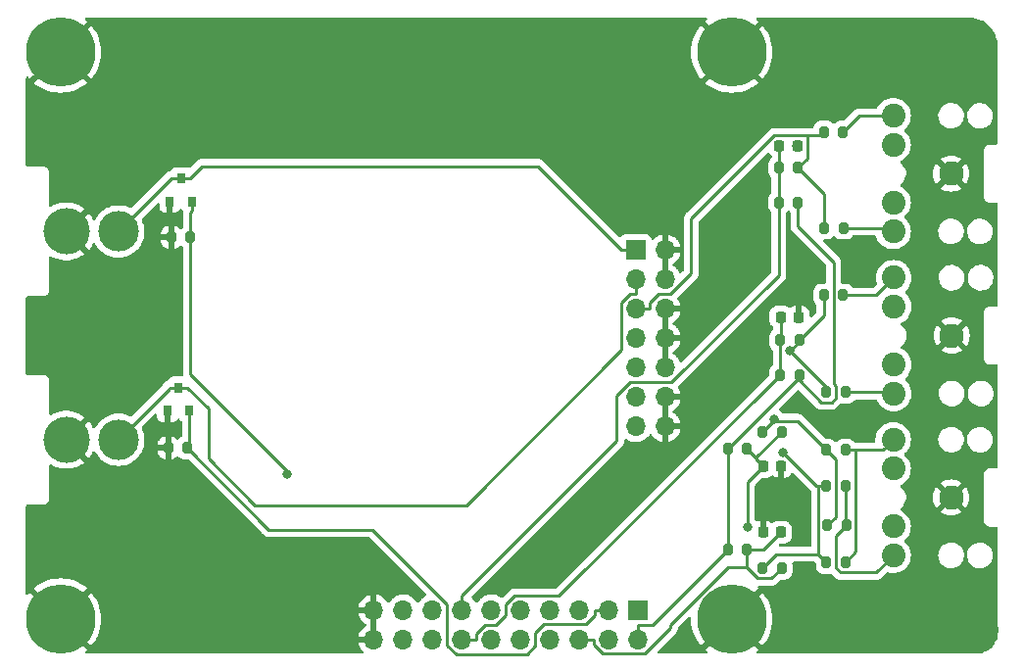
<source format=gbl>
%TF.GenerationSoftware,KiCad,Pcbnew,(6.0.1)*%
%TF.CreationDate,2022-01-27T00:37:02-06:00*%
%TF.ProjectId,Radioberry-I-O,52616469-6f62-4657-9272-792d492d4f2e,1.0*%
%TF.SameCoordinates,Original*%
%TF.FileFunction,Copper,L2,Bot*%
%TF.FilePolarity,Positive*%
%FSLAX46Y46*%
G04 Gerber Fmt 4.6, Leading zero omitted, Abs format (unit mm)*
G04 Created by KiCad (PCBNEW (6.0.1)) date 2022-01-27 00:37:02*
%MOMM*%
%LPD*%
G01*
G04 APERTURE LIST*
G04 Aperture macros list*
%AMRoundRect*
0 Rectangle with rounded corners*
0 $1 Rounding radius*
0 $2 $3 $4 $5 $6 $7 $8 $9 X,Y pos of 4 corners*
0 Add a 4 corners polygon primitive as box body*
4,1,4,$2,$3,$4,$5,$6,$7,$8,$9,$2,$3,0*
0 Add four circle primitives for the rounded corners*
1,1,$1+$1,$2,$3*
1,1,$1+$1,$4,$5*
1,1,$1+$1,$6,$7*
1,1,$1+$1,$8,$9*
0 Add four rect primitives between the rounded corners*
20,1,$1+$1,$2,$3,$4,$5,0*
20,1,$1+$1,$4,$5,$6,$7,0*
20,1,$1+$1,$6,$7,$8,$9,0*
20,1,$1+$1,$8,$9,$2,$3,0*%
G04 Aperture macros list end*
%TA.AperFunction,ComponentPad*%
%ADD10C,0.800000*%
%TD*%
%TA.AperFunction,ComponentPad*%
%ADD11C,6.000000*%
%TD*%
%TA.AperFunction,ComponentPad*%
%ADD12C,2.100000*%
%TD*%
%TA.AperFunction,ComponentPad*%
%ADD13C,2.050000*%
%TD*%
%TA.AperFunction,ComponentPad*%
%ADD14C,3.500000*%
%TD*%
%TA.AperFunction,ComponentPad*%
%ADD15C,4.000000*%
%TD*%
%TA.AperFunction,ComponentPad*%
%ADD16R,1.700000X1.700000*%
%TD*%
%TA.AperFunction,ComponentPad*%
%ADD17O,1.700000X1.700000*%
%TD*%
%TA.AperFunction,SMDPad,CuDef*%
%ADD18RoundRect,0.200000X0.200000X0.275000X-0.200000X0.275000X-0.200000X-0.275000X0.200000X-0.275000X0*%
%TD*%
%TA.AperFunction,SMDPad,CuDef*%
%ADD19RoundRect,0.200000X-0.200000X-0.275000X0.200000X-0.275000X0.200000X0.275000X-0.200000X0.275000X0*%
%TD*%
%TA.AperFunction,SMDPad,CuDef*%
%ADD20RoundRect,0.225000X0.225000X0.250000X-0.225000X0.250000X-0.225000X-0.250000X0.225000X-0.250000X0*%
%TD*%
%TA.AperFunction,SMDPad,CuDef*%
%ADD21R,0.800000X0.900000*%
%TD*%
%TA.AperFunction,ViaPad*%
%ADD22C,0.800000*%
%TD*%
%TA.AperFunction,Conductor*%
%ADD23C,0.250000*%
%TD*%
G04 APERTURE END LIST*
D10*
%TO.P,REF3,1*%
%TO.N,N/C*%
X54931891Y-101068109D03*
X53500000Y-104525000D03*
X55525000Y-102500000D03*
X53500000Y-100475000D03*
D11*
%TO.N,GND*%
X53500000Y-102500000D03*
D10*
%TO.N,N/C*%
X54931891Y-103931891D03*
X52068109Y-103931891D03*
X52068109Y-101068109D03*
X51475000Y-102500000D03*
%TD*%
D12*
%TO.P,CN5,1*%
%TO.N,GND*%
X130450000Y-64000000D03*
D13*
%TO.P,CN5,2*%
%TO.N,Net-(CN5-Pad2)*%
X125450000Y-59000000D03*
%TO.P,CN5,3*%
%TO.N,Net-(CN5-Pad3)*%
X125450000Y-69000000D03*
%TO.P,CN5,4*%
%TO.N,unconnected-(CN5-Pad4)*%
X125450000Y-61500000D03*
%TO.P,CN5,5*%
%TO.N,unconnected-(CN5-Pad5)*%
X125450000Y-66500000D03*
%TD*%
D10*
%TO.P,REF4,1*%
%TO.N,N/C*%
X112931891Y-101068109D03*
X110068109Y-101068109D03*
X112931891Y-103931891D03*
X113525000Y-102500000D03*
D11*
%TO.N,GND*%
X111500000Y-102500000D03*
D10*
%TO.N,N/C*%
X109475000Y-102500000D03*
X111500000Y-100475000D03*
X111500000Y-104525000D03*
X110068109Y-103931891D03*
%TD*%
D14*
%TO.P,CN1,1*%
%TO.N,EXTTR*%
X58500000Y-87000000D03*
D15*
%TO.P,CN1,2*%
%TO.N,GND*%
X54000000Y-87000000D03*
%TD*%
D10*
%TO.P,REF1,1*%
%TO.N,N/C*%
X52068109Y-52068109D03*
X53500000Y-55525000D03*
X54931891Y-54931891D03*
X53500000Y-51475000D03*
X52068109Y-54931891D03*
X54931891Y-52068109D03*
X55525000Y-53500000D03*
X51475000Y-53500000D03*
D11*
%TO.N,GND*%
X53500000Y-53500000D03*
%TD*%
D16*
%TO.P,J2,1,Pin_1*%
%TO.N,INTTR*%
X103200000Y-70607000D03*
D17*
%TO.P,J2,2,Pin_2*%
%TO.N,GND*%
X105740000Y-70607000D03*
%TO.P,J2,3,Pin_3*%
%TO.N,EXTTR*%
X103200000Y-73147000D03*
%TO.P,J2,4,Pin_4*%
%TO.N,GND*%
X105740000Y-73147000D03*
%TO.P,J2,5,Pin_5*%
%TO.N,PTT*%
X103200000Y-75687000D03*
%TO.P,J2,6,Pin_6*%
%TO.N,GND*%
X105740000Y-75687000D03*
%TO.P,J2,7,Pin_7*%
%TO.N,KEY*%
X103200000Y-78227000D03*
%TO.P,J2,8,Pin_8*%
%TO.N,GND*%
X105740000Y-78227000D03*
%TO.P,J2,9,Pin_9*%
%TO.N,DASH*%
X103200000Y-80767000D03*
%TO.P,J2,10,Pin_10*%
%TO.N,GND*%
X105740000Y-80767000D03*
%TO.P,J2,11,Pin_11*%
%TO.N,DOT*%
X103200000Y-83307000D03*
%TO.P,J2,12,Pin_12*%
%TO.N,GND*%
X105740000Y-83307000D03*
%TO.P,J2,13,Pin_13*%
%TO.N,+5V*%
X103200000Y-85847000D03*
%TO.P,J2,14,Pin_14*%
%TO.N,GND*%
X105740000Y-85847000D03*
%TD*%
D12*
%TO.P,CN3,1*%
%TO.N,GND*%
X130450000Y-92000000D03*
D13*
%TO.P,CN3,2*%
%TO.N,Net-(CN3-Pad2)*%
X125450000Y-87000000D03*
%TO.P,CN3,3*%
%TO.N,Net-(CN3-Pad3)*%
X125450000Y-97000000D03*
%TO.P,CN3,4*%
%TO.N,unconnected-(CN3-Pad4)*%
X125450000Y-89500000D03*
%TO.P,CN3,5*%
%TO.N,unconnected-(CN3-Pad5)*%
X125450000Y-94500000D03*
%TD*%
D10*
%TO.P,REF2,1*%
%TO.N,N/C*%
X110068109Y-54931891D03*
X113525000Y-53500000D03*
X111500000Y-51475000D03*
D11*
%TO.N,GND*%
X111500000Y-53500000D03*
D10*
%TO.N,N/C*%
X112931891Y-52068109D03*
X112931891Y-54931891D03*
X109475000Y-53500000D03*
X111500000Y-55525000D03*
X110068109Y-52068109D03*
%TD*%
D14*
%TO.P,CN2,1*%
%TO.N,INTTR*%
X58500000Y-69000000D03*
D15*
%TO.P,CN2,2*%
%TO.N,GND*%
X54000000Y-69000000D03*
%TD*%
D12*
%TO.P,CN4,1*%
%TO.N,GND*%
X130500000Y-78000000D03*
D13*
%TO.P,CN4,2*%
%TO.N,Net-(CN4-Pad2)*%
X125500000Y-73000000D03*
%TO.P,CN4,3*%
%TO.N,Net-(CN4-Pad3)*%
X125500000Y-83000000D03*
%TO.P,CN4,4*%
%TO.N,unconnected-(CN4-Pad4)*%
X125500000Y-75500000D03*
%TO.P,CN4,5*%
%TO.N,unconnected-(CN4-Pad5)*%
X125500000Y-80500000D03*
%TD*%
D18*
%TO.P,R105,1*%
%TO.N,Net-(CN4-Pad3)*%
X121325000Y-82900000D03*
%TO.P,R105,2*%
%TO.N,KEY*%
X119675000Y-82900000D03*
%TD*%
%TO.P,R1,1*%
%TO.N,rb_inttr*%
X64725000Y-69500000D03*
%TO.P,R1,2*%
%TO.N,GND*%
X63075000Y-69500000D03*
%TD*%
%TO.P,R5,1*%
%TO.N,rb_dash*%
X115825000Y-98100000D03*
%TO.P,R5,2*%
%TO.N,DASH*%
X114175000Y-98100000D03*
%TD*%
D19*
%TO.P,R6,1*%
%TO.N,+3V3*%
X111175000Y-96500000D03*
%TO.P,R6,2*%
%TO.N,rb_dash*%
X112825000Y-96500000D03*
%TD*%
D18*
%TO.P,R4,1*%
%TO.N,rb_dot*%
X112825000Y-87800000D03*
%TO.P,R4,2*%
%TO.N,+3V3*%
X111175000Y-87800000D03*
%TD*%
D20*
%TO.P,C2,1*%
%TO.N,rb_dash*%
X115750000Y-95000000D03*
%TO.P,C2,2*%
%TO.N,GND*%
X114200000Y-95000000D03*
%TD*%
D18*
%TO.P,R106,1*%
%TO.N,Net-(CN4-Pad2)*%
X121125000Y-74500000D03*
%TO.P,R106,2*%
%TO.N,KEY*%
X119475000Y-74500000D03*
%TD*%
%TO.P,R3,1*%
%TO.N,rb_dot*%
X115825000Y-86300000D03*
%TO.P,R3,2*%
%TO.N,DOT*%
X114175000Y-86300000D03*
%TD*%
%TO.P,R101,1*%
%TO.N,Net-(CN3-Pad3)*%
X121425000Y-94400000D03*
%TO.P,R101,2*%
%TO.N,DOT*%
X119775000Y-94400000D03*
%TD*%
D21*
%TO.P,Q1,1,G*%
%TO.N,rb_inttr*%
X64850000Y-66400000D03*
%TO.P,Q1,2,S*%
%TO.N,GND*%
X62950000Y-66400000D03*
%TO.P,Q1,3,D*%
%TO.N,INTTR*%
X63900000Y-64400000D03*
%TD*%
D18*
%TO.P,R107,1*%
%TO.N,Net-(CN5-Pad3)*%
X121150000Y-68700000D03*
%TO.P,R107,2*%
%TO.N,PTT*%
X119500000Y-68700000D03*
%TD*%
D20*
%TO.P,C3,1*%
%TO.N,GND*%
X117275000Y-76400000D03*
%TO.P,C3,2*%
%TO.N,rb_key*%
X115725000Y-76400000D03*
%TD*%
D19*
%TO.P,R9,1*%
%TO.N,rb_ptt*%
X115575000Y-63500000D03*
%TO.P,R9,2*%
%TO.N,PTT*%
X117225000Y-63500000D03*
%TD*%
D18*
%TO.P,R103,1*%
%TO.N,Net-(CN3-Pad2)*%
X121325000Y-97600000D03*
%TO.P,R103,2*%
%TO.N,DASH*%
X119675000Y-97600000D03*
%TD*%
D19*
%TO.P,R7,1*%
%TO.N,rb_key*%
X115675000Y-78400000D03*
%TO.P,R7,2*%
%TO.N,KEY*%
X117325000Y-78400000D03*
%TD*%
%TO.P,R10,1*%
%TO.N,rb_ptt*%
X115575000Y-66500000D03*
%TO.P,R10,2*%
%TO.N,+3V3*%
X117225000Y-66500000D03*
%TD*%
D21*
%TO.P,Q2,1,G*%
%TO.N,rb_exttr*%
X64650000Y-84500000D03*
%TO.P,Q2,2,S*%
%TO.N,GND*%
X62750000Y-84500000D03*
%TO.P,Q2,3,D*%
%TO.N,EXTTR*%
X63700000Y-82500000D03*
%TD*%
D20*
%TO.P,C1,1*%
%TO.N,GND*%
X115775000Y-89300000D03*
%TO.P,C1,2*%
%TO.N,rb_dot*%
X114225000Y-89300000D03*
%TD*%
D18*
%TO.P,R104,1*%
%TO.N,Net-(CN3-Pad3)*%
X121325000Y-91000000D03*
%TO.P,R104,2*%
%TO.N,DASH*%
X119675000Y-91000000D03*
%TD*%
%TO.P,R102,1*%
%TO.N,Net-(CN3-Pad2)*%
X121325000Y-87900000D03*
%TO.P,R102,2*%
%TO.N,DOT*%
X119675000Y-87900000D03*
%TD*%
%TO.P,R2,1*%
%TO.N,rb_exttr*%
X64450000Y-87700000D03*
%TO.P,R2,2*%
%TO.N,GND*%
X62800000Y-87700000D03*
%TD*%
D20*
%TO.P,C4,1*%
%TO.N,GND*%
X117175000Y-61600000D03*
%TO.P,C4,2*%
%TO.N,rb_ptt*%
X115625000Y-61600000D03*
%TD*%
D18*
%TO.P,R108,1*%
%TO.N,Net-(CN5-Pad2)*%
X121125000Y-60400000D03*
%TO.P,R108,2*%
%TO.N,PTT*%
X119475000Y-60400000D03*
%TD*%
D16*
%TO.P,J1,1,Pin_1*%
%TO.N,+5V*%
X103430000Y-101730000D03*
D17*
%TO.P,J1,2,Pin_2*%
%TO.N,+3V3*%
X103430000Y-104270000D03*
%TO.P,J1,3,Pin_3*%
%TO.N,rb_exttr*%
X100890000Y-101730000D03*
%TO.P,J1,4,Pin_4*%
%TO.N,rb_inttr*%
X100890000Y-104270000D03*
%TO.P,J1,5,Pin_5*%
%TO.N,rb_dot*%
X98350000Y-101730000D03*
%TO.P,J1,6,Pin_6*%
%TO.N,rb_dash*%
X98350000Y-104270000D03*
%TO.P,J1,7,Pin_7*%
%TO.N,unconnected-(J1-Pad7)*%
X95810000Y-101730000D03*
%TO.P,J1,8,Pin_8*%
%TO.N,unconnected-(J1-Pad8)*%
X95810000Y-104270000D03*
%TO.P,J1,9,Pin_9*%
%TO.N,unconnected-(J1-Pad9)*%
X93270000Y-101730000D03*
%TO.P,J1,10,Pin_10*%
%TO.N,unconnected-(J1-Pad10)*%
X93270000Y-104270000D03*
%TO.P,J1,11,Pin_11*%
%TO.N,unconnected-(J1-Pad11)*%
X90730000Y-101730000D03*
%TO.P,J1,12,Pin_12*%
%TO.N,unconnected-(J1-Pad12)*%
X90730000Y-104270000D03*
%TO.P,J1,13,Pin_13*%
%TO.N,rb_ptt*%
X88190000Y-101730000D03*
%TO.P,J1,14,Pin_14*%
%TO.N,rb_key*%
X88190000Y-104270000D03*
%TO.P,J1,15,Pin_15*%
%TO.N,unconnected-(J1-Pad15)*%
X85650000Y-101730000D03*
%TO.P,J1,16,Pin_16*%
%TO.N,unconnected-(J1-Pad16)*%
X85650000Y-104270000D03*
%TO.P,J1,17,Pin_17*%
%TO.N,unconnected-(J1-Pad17)*%
X83110000Y-101730000D03*
%TO.P,J1,18,Pin_18*%
%TO.N,unconnected-(J1-Pad18)*%
X83110000Y-104270000D03*
%TO.P,J1,19,Pin_19*%
%TO.N,GND*%
X80570000Y-101730000D03*
%TO.P,J1,20,Pin_20*%
X80570000Y-104270000D03*
%TD*%
D19*
%TO.P,R8,1*%
%TO.N,rb_key*%
X115675000Y-81400000D03*
%TO.P,R8,2*%
%TO.N,+3V3*%
X117325000Y-81400000D03*
%TD*%
D22*
%TO.N,GND*%
X115000000Y-92300000D03*
X117100000Y-61600000D03*
%TO.N,DOT*%
X115120200Y-85245400D03*
%TO.N,DASH*%
X115933400Y-88095300D03*
%TO.N,KEY*%
X116500000Y-79345000D03*
%TO.N,rb_dot*%
X112873400Y-94573700D03*
%TO.N,rb_inttr*%
X73074700Y-89957500D03*
%TD*%
D23*
%TO.N,Net-(CN5-Pad3)*%
X125150000Y-68700000D02*
X125450000Y-69000000D01*
X121150000Y-68700000D02*
X125150000Y-68700000D01*
%TO.N,Net-(CN5-Pad2)*%
X122525000Y-59000000D02*
X125450000Y-59000000D01*
X121125000Y-60400000D02*
X122525000Y-59000000D01*
%TO.N,Net-(CN4-Pad3)*%
X125400000Y-82900000D02*
X125500000Y-83000000D01*
X121325000Y-82900000D02*
X125400000Y-82900000D01*
%TO.N,Net-(CN4-Pad2)*%
X124000000Y-74500000D02*
X125500000Y-73000000D01*
X121125000Y-74500000D02*
X124000000Y-74500000D01*
%TO.N,Net-(CN3-Pad3)*%
X121325000Y-94300000D02*
X121425000Y-94400000D01*
X121325000Y-91000000D02*
X121325000Y-94300000D01*
X123972200Y-98477800D02*
X125450000Y-97000000D01*
X120897400Y-98477800D02*
X123972200Y-98477800D01*
X120500000Y-98080400D02*
X120897400Y-98477800D01*
X120500000Y-95325000D02*
X120500000Y-98080400D01*
X121425000Y-94400000D02*
X120500000Y-95325000D01*
%TO.N,Net-(CN3-Pad2)*%
X122225200Y-96699800D02*
X121325000Y-97600000D01*
X122225200Y-87900000D02*
X122225200Y-96699800D01*
X121325000Y-87900000D02*
X122225200Y-87900000D01*
X124550000Y-87900000D02*
X125450000Y-87000000D01*
X122225200Y-87900000D02*
X124550000Y-87900000D01*
%TO.N,DOT*%
X120500000Y-88725000D02*
X119675000Y-87900000D01*
X120500000Y-93675000D02*
X120500000Y-88725000D01*
X119775000Y-94400000D02*
X120500000Y-93675000D01*
X115120200Y-85396700D02*
X115120200Y-85245400D01*
X117171700Y-85396700D02*
X115120200Y-85396700D01*
X119675000Y-87900000D02*
X117171700Y-85396700D01*
X115078300Y-85396700D02*
X114175000Y-86300000D01*
X115120200Y-85396700D02*
X115078300Y-85396700D01*
%TO.N,DASH*%
X118838100Y-91000000D02*
X118981800Y-91000000D01*
X115933400Y-88095300D02*
X118838100Y-91000000D01*
X118981800Y-91000000D02*
X119675000Y-91000000D01*
X115368200Y-96906800D02*
X114175000Y-98100000D01*
X118981800Y-96906800D02*
X115368200Y-96906800D01*
X118981800Y-91000000D02*
X118981800Y-96906800D01*
X118981800Y-96906800D02*
X119675000Y-97600000D01*
%TO.N,KEY*%
X119475000Y-76250000D02*
X119475000Y-74500000D01*
X117325000Y-78400000D02*
X119475000Y-76250000D01*
X119675000Y-82416900D02*
X119675000Y-82900000D01*
X116551600Y-79293400D02*
X119675000Y-82416900D01*
X117325000Y-78520000D02*
X116551600Y-79293400D01*
X117325000Y-78400000D02*
X117325000Y-78520000D01*
X116551600Y-79293400D02*
X116500000Y-79345000D01*
%TO.N,PTT*%
X119500000Y-65775000D02*
X119500000Y-68700000D01*
X117225000Y-63500000D02*
X119500000Y-65775000D01*
X103200000Y-75687000D02*
X104425300Y-75687000D01*
X118016000Y-62709000D02*
X117225000Y-63500000D01*
X118016000Y-60699500D02*
X118016000Y-62709000D01*
X119175500Y-60699500D02*
X118016000Y-60699500D01*
X119475000Y-60400000D02*
X119175500Y-60699500D01*
X104425300Y-75179200D02*
X104425300Y-75687000D01*
X105187500Y-74417000D02*
X104425300Y-75179200D01*
X106215800Y-74417000D02*
X105187500Y-74417000D01*
X107988500Y-72644300D02*
X106215800Y-74417000D01*
X107988500Y-67901400D02*
X107988500Y-72644300D01*
X115190400Y-60699500D02*
X107988500Y-67901400D01*
X118016000Y-60699500D02*
X115190400Y-60699500D01*
%TO.N,EXTTR*%
X62924700Y-82575300D02*
X58500000Y-87000000D01*
X62924700Y-82500000D02*
X62924700Y-82575300D01*
X63700000Y-82500000D02*
X62924700Y-82500000D01*
X66276000Y-84300700D02*
X64475300Y-82500000D01*
X66276000Y-88618300D02*
X66276000Y-84300700D01*
X70308500Y-92650800D02*
X66276000Y-88618300D01*
X88543800Y-92650800D02*
X70308500Y-92650800D01*
X101974700Y-79219900D02*
X88543800Y-92650800D01*
X101974700Y-75138000D02*
X101974700Y-79219900D01*
X102740400Y-74372300D02*
X101974700Y-75138000D01*
X103200000Y-74372300D02*
X102740400Y-74372300D01*
X103200000Y-73147000D02*
X103200000Y-74372300D01*
X63700000Y-82500000D02*
X64475300Y-82500000D01*
%TO.N,INTTR*%
X63100000Y-64400000D02*
X63900000Y-64400000D01*
X58500000Y-69000000D02*
X63100000Y-64400000D01*
X94728500Y-63360800D02*
X101974700Y-70607000D01*
X65714500Y-63360800D02*
X94728500Y-63360800D01*
X64675300Y-64400000D02*
X65714500Y-63360800D01*
X63900000Y-64400000D02*
X64675300Y-64400000D01*
X103200000Y-70607000D02*
X101974700Y-70607000D01*
%TO.N,rb_ptt*%
X115575000Y-66500000D02*
X115575000Y-63500000D01*
X115625000Y-63450000D02*
X115625000Y-61600000D01*
X115575000Y-63500000D02*
X115625000Y-63450000D01*
X115575000Y-72760200D02*
X115575000Y-66500000D01*
X106298200Y-82037000D02*
X115575000Y-72760200D01*
X102695500Y-82037000D02*
X106298200Y-82037000D01*
X101570700Y-83161800D02*
X102695500Y-82037000D01*
X101570700Y-87124000D02*
X101570700Y-83161800D01*
X88190000Y-100504700D02*
X101570700Y-87124000D01*
X88190000Y-101730000D02*
X88190000Y-100504700D01*
%TO.N,rb_key*%
X88190000Y-104270000D02*
X89415300Y-104270000D01*
X115725000Y-78350000D02*
X115725000Y-76400000D01*
X115675000Y-78400000D02*
X115725000Y-78350000D01*
X96570400Y-100504600D02*
X115675000Y-81400000D01*
X92759300Y-100504600D02*
X96570400Y-100504600D01*
X92000000Y-101263900D02*
X92759300Y-100504600D01*
X92000000Y-102203300D02*
X92000000Y-101263900D01*
X91158600Y-103044700D02*
X92000000Y-102203300D01*
X90181000Y-103044700D02*
X91158600Y-103044700D01*
X89415300Y-103810400D02*
X90181000Y-103044700D01*
X89415300Y-104270000D02*
X89415300Y-103810400D01*
X115675000Y-81400000D02*
X115675000Y-78400000D01*
%TO.N,rb_dot*%
X112873400Y-90651600D02*
X114225000Y-89300000D01*
X112873400Y-94573700D02*
X112873400Y-90651600D01*
X112825000Y-87800000D02*
X113575000Y-88550000D01*
X113575000Y-88650000D02*
X113575000Y-88550000D01*
X114225000Y-89300000D02*
X113575000Y-88650000D01*
X113575000Y-88550000D02*
X115825000Y-86300000D01*
%TO.N,rb_dash*%
X114250000Y-96500000D02*
X115750000Y-95000000D01*
X112825000Y-96500000D02*
X114250000Y-96500000D01*
X111160900Y-98049300D02*
X112825000Y-98049300D01*
X106213000Y-102997200D02*
X111160900Y-98049300D01*
X106213000Y-103242200D02*
X106213000Y-102997200D01*
X103947200Y-105508000D02*
X106213000Y-103242200D01*
X100353800Y-105508000D02*
X103947200Y-105508000D01*
X99575300Y-104729500D02*
X100353800Y-105508000D01*
X99575300Y-104270000D02*
X99575300Y-104729500D01*
X113752200Y-98976500D02*
X112825000Y-98049300D01*
X114948500Y-98976500D02*
X113752200Y-98976500D01*
X115825000Y-98100000D02*
X114948500Y-98976500D01*
X112825000Y-98049300D02*
X112825000Y-96500000D01*
X98350000Y-104270000D02*
X99575300Y-104270000D01*
%TO.N,rb_exttr*%
X64650000Y-87500000D02*
X64450000Y-87700000D01*
X64650000Y-84500000D02*
X64650000Y-87500000D01*
X71510900Y-94760900D02*
X64450000Y-87700000D01*
X80435600Y-94760900D02*
X71510900Y-94760900D01*
X86920100Y-101245400D02*
X80435600Y-94760900D01*
X86920100Y-104788200D02*
X86920100Y-101245400D01*
X87701900Y-105570000D02*
X86920100Y-104788200D01*
X93798200Y-105570000D02*
X87701900Y-105570000D01*
X94540000Y-104828200D02*
X93798200Y-105570000D01*
X94540000Y-103716100D02*
X94540000Y-104828200D01*
X95300800Y-102955300D02*
X94540000Y-103716100D01*
X98899000Y-102955300D02*
X95300800Y-102955300D01*
X99664700Y-102189600D02*
X98899000Y-102955300D01*
X99664700Y-101730000D02*
X99664700Y-102189600D01*
X100890000Y-101730000D02*
X99664700Y-101730000D01*
%TO.N,rb_inttr*%
X64725000Y-67350300D02*
X64725000Y-69500000D01*
X64850000Y-67225300D02*
X64725000Y-67350300D01*
X64850000Y-66400000D02*
X64850000Y-67225300D01*
X64725000Y-81349800D02*
X64725000Y-69500000D01*
X73074700Y-89699500D02*
X64725000Y-81349800D01*
X73074700Y-89957500D02*
X73074700Y-89699500D01*
%TO.N,+3V3*%
X104630300Y-103044700D02*
X111175000Y-96500000D01*
X103430000Y-103044700D02*
X104630300Y-103044700D01*
X103430000Y-104270000D02*
X103430000Y-103044700D01*
X119231900Y-83767000D02*
X117325000Y-81860100D01*
X120120700Y-83767000D02*
X119231900Y-83767000D01*
X120500000Y-83387700D02*
X120120700Y-83767000D01*
X120500000Y-82347900D02*
X120500000Y-83387700D01*
X120300000Y-82147900D02*
X120500000Y-82347900D01*
X120300000Y-71661300D02*
X120300000Y-82147900D01*
X117225000Y-68586300D02*
X120300000Y-71661300D01*
X117225000Y-66500000D02*
X117225000Y-68586300D01*
X117325000Y-81860100D02*
X117325000Y-81400000D01*
X117114900Y-81860100D02*
X111175000Y-87800000D01*
X117325000Y-81860100D02*
X117114900Y-81860100D01*
X111175000Y-87800000D02*
X111175000Y-96500000D01*
%TD*%
%TA.AperFunction,Conductor*%
%TO.N,GND*%
G36*
X107909289Y-102300981D02*
G01*
X107966125Y-102343528D01*
X107990936Y-102410048D01*
X107991084Y-102425632D01*
X107987359Y-102496700D01*
X107987359Y-102503301D01*
X108006257Y-102863896D01*
X108006945Y-102870440D01*
X108063433Y-103227099D01*
X108064802Y-103233537D01*
X108158260Y-103582328D01*
X108160300Y-103588605D01*
X108289704Y-103925714D01*
X108292380Y-103931725D01*
X108456317Y-104253468D01*
X108459613Y-104259177D01*
X108656279Y-104562016D01*
X108660146Y-104567338D01*
X108833678Y-104781634D01*
X108845933Y-104790100D01*
X108857024Y-104783766D01*
X109160742Y-104480048D01*
X109223054Y-104446022D01*
X109293869Y-104451087D01*
X109343472Y-104484832D01*
X109456856Y-104610757D01*
X109462202Y-104614641D01*
X109462203Y-104614642D01*
X109506396Y-104646751D01*
X109549749Y-104702973D01*
X109555824Y-104773710D01*
X109521429Y-104837781D01*
X109217100Y-105142110D01*
X109209960Y-105155186D01*
X109217418Y-105165554D01*
X109344026Y-105268079D01*
X109384378Y-105326494D01*
X109386744Y-105397451D01*
X109350371Y-105458423D01*
X109286809Y-105490051D01*
X109264732Y-105492000D01*
X105163294Y-105492000D01*
X105095173Y-105471998D01*
X105048680Y-105418342D01*
X105038576Y-105348068D01*
X105068070Y-105283488D01*
X105074199Y-105276905D01*
X105736463Y-104614642D01*
X106605253Y-103745852D01*
X106613539Y-103738312D01*
X106620018Y-103734200D01*
X106666644Y-103684548D01*
X106669398Y-103681707D01*
X106689135Y-103661970D01*
X106691615Y-103658773D01*
X106699320Y-103649751D01*
X106708871Y-103639580D01*
X106729586Y-103617521D01*
X106733405Y-103610575D01*
X106733407Y-103610572D01*
X106739348Y-103599766D01*
X106750199Y-103583247D01*
X106750912Y-103582328D01*
X106762614Y-103567241D01*
X106765759Y-103559972D01*
X106765762Y-103559968D01*
X106780174Y-103526663D01*
X106785391Y-103516013D01*
X106806695Y-103477260D01*
X106811733Y-103457637D01*
X106818137Y-103438934D01*
X106823033Y-103427620D01*
X106823033Y-103427619D01*
X106826181Y-103420345D01*
X106827420Y-103412522D01*
X106827423Y-103412512D01*
X106833099Y-103376676D01*
X106835505Y-103365056D01*
X106844528Y-103329911D01*
X106844528Y-103329910D01*
X106846500Y-103322230D01*
X106846500Y-103311794D01*
X106847056Y-103309901D01*
X106847493Y-103306440D01*
X106848051Y-103306511D01*
X106866502Y-103243673D01*
X106883405Y-103222699D01*
X107776162Y-102329942D01*
X107838474Y-102295916D01*
X107909289Y-102300981D01*
G37*
%TD.AperFunction*%
%TA.AperFunction,Conductor*%
G36*
X109332853Y-50528002D02*
G01*
X109379346Y-50581658D01*
X109389450Y-50651932D01*
X109359956Y-50716512D01*
X109344026Y-50731921D01*
X109218366Y-50833678D01*
X109209900Y-50845933D01*
X109216234Y-50857024D01*
X109521429Y-51162219D01*
X109555455Y-51224531D01*
X109550390Y-51295346D01*
X109506396Y-51353249D01*
X109462203Y-51385358D01*
X109456856Y-51389243D01*
X109343473Y-51515168D01*
X109283027Y-51552407D01*
X109212043Y-51551055D01*
X109160742Y-51519952D01*
X108857890Y-51217100D01*
X108844814Y-51209960D01*
X108834446Y-51217418D01*
X108660146Y-51432662D01*
X108656279Y-51437984D01*
X108459613Y-51740823D01*
X108456317Y-51746532D01*
X108292380Y-52068275D01*
X108289704Y-52074286D01*
X108160300Y-52411395D01*
X108158260Y-52417672D01*
X108064802Y-52766463D01*
X108063433Y-52772901D01*
X108006945Y-53129560D01*
X108006257Y-53136104D01*
X107987359Y-53496699D01*
X107987359Y-53503301D01*
X108006257Y-53863896D01*
X108006945Y-53870440D01*
X108063433Y-54227099D01*
X108064802Y-54233537D01*
X108158260Y-54582328D01*
X108160300Y-54588605D01*
X108289704Y-54925714D01*
X108292380Y-54931725D01*
X108456317Y-55253468D01*
X108459613Y-55259177D01*
X108656279Y-55562016D01*
X108660146Y-55567338D01*
X108833678Y-55781634D01*
X108845933Y-55790100D01*
X108857024Y-55783766D01*
X109160742Y-55480048D01*
X109223054Y-55446022D01*
X109293869Y-55451087D01*
X109343472Y-55484832D01*
X109456856Y-55610757D01*
X109462202Y-55614641D01*
X109462203Y-55614642D01*
X109506396Y-55646751D01*
X109549749Y-55702973D01*
X109555824Y-55773710D01*
X109521429Y-55837781D01*
X109217100Y-56142110D01*
X109209960Y-56155186D01*
X109217418Y-56165554D01*
X109432662Y-56339854D01*
X109437984Y-56343721D01*
X109740823Y-56540387D01*
X109746532Y-56543683D01*
X110068275Y-56707620D01*
X110074286Y-56710296D01*
X110411395Y-56839700D01*
X110417672Y-56841740D01*
X110766463Y-56935198D01*
X110772901Y-56936567D01*
X111129560Y-56993055D01*
X111136104Y-56993743D01*
X111496699Y-57012641D01*
X111503301Y-57012641D01*
X111863896Y-56993743D01*
X111870440Y-56993055D01*
X112227099Y-56936567D01*
X112233537Y-56935198D01*
X112582328Y-56841740D01*
X112588605Y-56839700D01*
X112925714Y-56710296D01*
X112931725Y-56707620D01*
X113253468Y-56543683D01*
X113259177Y-56540387D01*
X113562016Y-56343721D01*
X113567338Y-56339854D01*
X113781634Y-56166322D01*
X113790100Y-56154067D01*
X113783766Y-56142976D01*
X113478571Y-55837781D01*
X113444545Y-55775469D01*
X113449610Y-55704654D01*
X113493604Y-55646751D01*
X113537797Y-55614642D01*
X113537798Y-55614641D01*
X113543144Y-55610757D01*
X113656528Y-55484832D01*
X113716973Y-55447593D01*
X113787957Y-55448945D01*
X113839258Y-55480048D01*
X114142110Y-55782900D01*
X114155186Y-55790040D01*
X114165554Y-55782582D01*
X114339854Y-55567338D01*
X114343721Y-55562016D01*
X114540387Y-55259177D01*
X114543683Y-55253468D01*
X114707620Y-54931725D01*
X114710296Y-54925714D01*
X114839700Y-54588605D01*
X114841740Y-54582328D01*
X114935198Y-54233537D01*
X114936567Y-54227099D01*
X114993055Y-53870440D01*
X114993743Y-53863896D01*
X115012641Y-53503301D01*
X115012641Y-53496699D01*
X114993743Y-53136104D01*
X114993055Y-53129560D01*
X114936567Y-52772901D01*
X114935198Y-52766463D01*
X114841740Y-52417672D01*
X114839700Y-52411395D01*
X114710296Y-52074286D01*
X114707620Y-52068275D01*
X114543683Y-51746532D01*
X114540387Y-51740823D01*
X114343721Y-51437984D01*
X114339854Y-51432662D01*
X114166322Y-51218366D01*
X114154067Y-51209900D01*
X114142976Y-51216234D01*
X113839258Y-51519952D01*
X113776946Y-51553978D01*
X113706131Y-51548913D01*
X113656527Y-51515168D01*
X113543144Y-51389243D01*
X113537797Y-51385358D01*
X113493604Y-51353249D01*
X113450251Y-51297027D01*
X113444176Y-51226290D01*
X113478571Y-51162219D01*
X113782900Y-50857890D01*
X113790040Y-50844814D01*
X113782582Y-50834446D01*
X113655974Y-50731921D01*
X113615622Y-50673506D01*
X113613256Y-50602549D01*
X113649629Y-50541577D01*
X113713191Y-50509949D01*
X113735268Y-50508000D01*
X131950672Y-50508000D01*
X131970057Y-50509500D01*
X131984858Y-50511805D01*
X131984861Y-50511805D01*
X131993730Y-50513186D01*
X132010899Y-50510941D01*
X132034839Y-50510108D01*
X132292770Y-50525710D01*
X132307874Y-50527544D01*
X132378648Y-50540514D01*
X132588879Y-50579040D01*
X132603641Y-50582678D01*
X132876408Y-50667675D01*
X132890627Y-50673069D01*
X133151140Y-50790316D01*
X133164609Y-50797385D01*
X133409095Y-50945182D01*
X133421617Y-50953825D01*
X133646507Y-51130016D01*
X133657895Y-51140106D01*
X133859894Y-51342105D01*
X133869984Y-51353493D01*
X134046175Y-51578383D01*
X134054818Y-51590905D01*
X134202615Y-51835391D01*
X134209684Y-51848860D01*
X134311140Y-52074286D01*
X134326930Y-52109370D01*
X134332325Y-52123592D01*
X134413316Y-52383500D01*
X134417321Y-52396353D01*
X134420960Y-52411121D01*
X134452319Y-52582240D01*
X134472456Y-52692126D01*
X134474290Y-52707230D01*
X134489455Y-52957929D01*
X134488198Y-52984639D01*
X134488195Y-52984859D01*
X134486814Y-52993730D01*
X134487978Y-53002632D01*
X134487978Y-53002635D01*
X134490936Y-53025251D01*
X134492000Y-53041589D01*
X134492000Y-61366000D01*
X134471998Y-61434121D01*
X134418342Y-61480614D01*
X134366000Y-61492000D01*
X133808702Y-61492000D01*
X133807932Y-61491998D01*
X133807078Y-61491993D01*
X133730348Y-61491524D01*
X133721719Y-61493990D01*
X133721714Y-61493991D01*
X133701952Y-61499639D01*
X133685191Y-61503217D01*
X133664848Y-61506130D01*
X133664838Y-61506133D01*
X133655955Y-61507405D01*
X133632605Y-61518021D01*
X133615093Y-61524464D01*
X133602200Y-61528149D01*
X133590435Y-61531512D01*
X133565452Y-61547274D01*
X133550386Y-61555404D01*
X133523490Y-61567633D01*
X133504061Y-61584374D01*
X133489053Y-61595479D01*
X133467369Y-61609160D01*
X133461427Y-61615888D01*
X133447819Y-61631296D01*
X133435627Y-61643340D01*
X133413253Y-61662619D01*
X133408374Y-61670147D01*
X133408371Y-61670150D01*
X133399304Y-61684139D01*
X133388014Y-61699013D01*
X133371044Y-61718228D01*
X133358490Y-61744966D01*
X133350176Y-61759935D01*
X133334107Y-61784727D01*
X133331535Y-61793327D01*
X133326761Y-61809290D01*
X133320099Y-61826736D01*
X133309201Y-61849948D01*
X133307820Y-61858821D01*
X133304658Y-61879128D01*
X133300874Y-61895849D01*
X133294986Y-61915536D01*
X133294985Y-61915539D01*
X133292413Y-61924141D01*
X133292358Y-61933116D01*
X133292358Y-61933117D01*
X133292203Y-61958546D01*
X133292170Y-61959328D01*
X133292000Y-61960423D01*
X133292000Y-61991298D01*
X133291998Y-61992068D01*
X133291524Y-62069652D01*
X133291908Y-62070996D01*
X133292000Y-62072341D01*
X133292000Y-65991298D01*
X133291998Y-65992068D01*
X133291524Y-66069652D01*
X133293990Y-66078281D01*
X133293991Y-66078286D01*
X133299639Y-66098048D01*
X133303217Y-66114809D01*
X133306130Y-66135152D01*
X133306133Y-66135162D01*
X133307405Y-66144045D01*
X133318021Y-66167395D01*
X133324464Y-66184907D01*
X133331512Y-66209565D01*
X133347274Y-66234548D01*
X133355404Y-66249614D01*
X133367633Y-66276510D01*
X133384374Y-66295939D01*
X133395479Y-66310947D01*
X133409160Y-66332631D01*
X133415888Y-66338573D01*
X133431296Y-66352181D01*
X133443340Y-66364373D01*
X133462619Y-66386747D01*
X133470147Y-66391626D01*
X133470150Y-66391629D01*
X133484139Y-66400696D01*
X133499013Y-66411986D01*
X133503360Y-66415825D01*
X133518228Y-66428956D01*
X133526354Y-66432771D01*
X133526355Y-66432772D01*
X133532021Y-66435432D01*
X133544966Y-66441510D01*
X133559935Y-66449824D01*
X133584727Y-66465893D01*
X133593327Y-66468465D01*
X133609290Y-66473239D01*
X133626736Y-66479901D01*
X133649948Y-66490799D01*
X133679130Y-66495343D01*
X133695849Y-66499126D01*
X133715536Y-66505014D01*
X133715539Y-66505015D01*
X133724141Y-66507587D01*
X133733116Y-66507642D01*
X133733117Y-66507642D01*
X133739810Y-66507683D01*
X133758556Y-66507797D01*
X133759328Y-66507830D01*
X133760423Y-66508000D01*
X133791298Y-66508000D01*
X133792068Y-66508002D01*
X133865716Y-66508452D01*
X133865717Y-66508452D01*
X133869652Y-66508476D01*
X133870996Y-66508092D01*
X133872341Y-66508000D01*
X134366000Y-66508000D01*
X134434121Y-66528002D01*
X134480614Y-66581658D01*
X134492000Y-66634000D01*
X134492000Y-75366000D01*
X134471998Y-75434121D01*
X134418342Y-75480614D01*
X134366000Y-75492000D01*
X133808702Y-75492000D01*
X133807932Y-75491998D01*
X133807078Y-75491993D01*
X133730348Y-75491524D01*
X133721719Y-75493990D01*
X133721714Y-75493991D01*
X133701952Y-75499639D01*
X133685191Y-75503217D01*
X133664848Y-75506130D01*
X133664838Y-75506133D01*
X133655955Y-75507405D01*
X133632605Y-75518021D01*
X133615093Y-75524464D01*
X133602200Y-75528149D01*
X133590435Y-75531512D01*
X133565452Y-75547274D01*
X133550386Y-75555404D01*
X133523490Y-75567633D01*
X133504061Y-75584374D01*
X133489053Y-75595479D01*
X133467369Y-75609160D01*
X133461427Y-75615888D01*
X133447819Y-75631296D01*
X133435627Y-75643340D01*
X133413253Y-75662619D01*
X133408374Y-75670147D01*
X133408371Y-75670150D01*
X133399304Y-75684139D01*
X133388014Y-75699013D01*
X133371044Y-75718228D01*
X133358490Y-75744966D01*
X133350176Y-75759935D01*
X133334107Y-75784727D01*
X133331535Y-75793327D01*
X133326761Y-75809290D01*
X133320099Y-75826736D01*
X133309201Y-75849948D01*
X133307820Y-75858821D01*
X133304658Y-75879128D01*
X133300874Y-75895849D01*
X133294986Y-75915536D01*
X133294985Y-75915539D01*
X133292413Y-75924141D01*
X133292358Y-75933116D01*
X133292358Y-75933117D01*
X133292203Y-75958546D01*
X133292170Y-75959328D01*
X133292000Y-75960423D01*
X133292000Y-75991298D01*
X133291998Y-75992068D01*
X133291524Y-76069652D01*
X133291908Y-76070996D01*
X133292000Y-76072341D01*
X133292000Y-79991298D01*
X133291998Y-79992068D01*
X133291524Y-80069652D01*
X133293990Y-80078281D01*
X133293991Y-80078286D01*
X133299639Y-80098048D01*
X133303217Y-80114809D01*
X133306130Y-80135152D01*
X133306133Y-80135162D01*
X133307405Y-80144045D01*
X133318021Y-80167395D01*
X133324464Y-80184907D01*
X133331512Y-80209565D01*
X133347274Y-80234548D01*
X133355404Y-80249614D01*
X133367633Y-80276510D01*
X133384374Y-80295939D01*
X133395479Y-80310947D01*
X133409160Y-80332631D01*
X133415888Y-80338573D01*
X133431296Y-80352181D01*
X133443340Y-80364373D01*
X133462619Y-80386747D01*
X133470147Y-80391626D01*
X133470150Y-80391629D01*
X133484139Y-80400696D01*
X133499013Y-80411986D01*
X133518228Y-80428956D01*
X133526354Y-80432771D01*
X133526355Y-80432772D01*
X133532021Y-80435432D01*
X133544966Y-80441510D01*
X133559935Y-80449824D01*
X133584727Y-80465893D01*
X133593327Y-80468465D01*
X133609290Y-80473239D01*
X133626736Y-80479901D01*
X133649948Y-80490799D01*
X133679130Y-80495343D01*
X133695849Y-80499126D01*
X133715536Y-80505014D01*
X133715539Y-80505015D01*
X133724141Y-80507587D01*
X133733116Y-80507642D01*
X133733117Y-80507642D01*
X133739810Y-80507683D01*
X133758556Y-80507797D01*
X133759328Y-80507830D01*
X133760423Y-80508000D01*
X133791298Y-80508000D01*
X133792068Y-80508002D01*
X133865716Y-80508452D01*
X133865717Y-80508452D01*
X133869652Y-80508476D01*
X133870996Y-80508092D01*
X133872341Y-80508000D01*
X134366000Y-80508000D01*
X134434121Y-80528002D01*
X134480614Y-80581658D01*
X134492000Y-80634000D01*
X134492000Y-89366000D01*
X134471998Y-89434121D01*
X134418342Y-89480614D01*
X134366000Y-89492000D01*
X133808702Y-89492000D01*
X133807932Y-89491998D01*
X133807078Y-89491993D01*
X133730348Y-89491524D01*
X133721719Y-89493990D01*
X133721714Y-89493991D01*
X133701952Y-89499639D01*
X133685191Y-89503217D01*
X133664848Y-89506130D01*
X133664838Y-89506133D01*
X133655955Y-89507405D01*
X133632605Y-89518021D01*
X133615093Y-89524464D01*
X133602200Y-89528149D01*
X133590435Y-89531512D01*
X133565452Y-89547274D01*
X133550386Y-89555404D01*
X133523490Y-89567633D01*
X133504061Y-89584374D01*
X133489053Y-89595479D01*
X133467369Y-89609160D01*
X133461427Y-89615888D01*
X133447819Y-89631296D01*
X133435627Y-89643340D01*
X133413253Y-89662619D01*
X133408374Y-89670147D01*
X133408371Y-89670150D01*
X133399304Y-89684139D01*
X133388014Y-89699013D01*
X133371044Y-89718228D01*
X133358490Y-89744966D01*
X133350176Y-89759935D01*
X133334107Y-89784727D01*
X133331535Y-89793327D01*
X133326761Y-89809290D01*
X133320099Y-89826736D01*
X133309201Y-89849948D01*
X133306500Y-89867297D01*
X133304658Y-89879128D01*
X133300874Y-89895849D01*
X133294986Y-89915536D01*
X133294985Y-89915539D01*
X133292413Y-89924141D01*
X133292358Y-89933116D01*
X133292358Y-89933117D01*
X133292203Y-89958546D01*
X133292170Y-89959328D01*
X133292000Y-89960423D01*
X133292000Y-89991298D01*
X133291998Y-89992068D01*
X133291808Y-90023247D01*
X133291524Y-90069652D01*
X133291908Y-90070996D01*
X133292000Y-90072341D01*
X133292000Y-93991298D01*
X133291998Y-93992068D01*
X133291524Y-94069652D01*
X133293990Y-94078281D01*
X133293991Y-94078286D01*
X133299639Y-94098048D01*
X133303217Y-94114809D01*
X133306130Y-94135152D01*
X133306133Y-94135162D01*
X133307405Y-94144045D01*
X133318021Y-94167394D01*
X133324464Y-94184907D01*
X133331512Y-94209565D01*
X133347274Y-94234548D01*
X133355404Y-94249614D01*
X133367633Y-94276510D01*
X133384374Y-94295939D01*
X133395479Y-94310947D01*
X133409160Y-94332631D01*
X133415888Y-94338573D01*
X133431296Y-94352181D01*
X133443340Y-94364373D01*
X133462619Y-94386747D01*
X133470147Y-94391626D01*
X133470150Y-94391629D01*
X133484139Y-94400696D01*
X133499013Y-94411986D01*
X133518228Y-94428956D01*
X133526354Y-94432771D01*
X133526355Y-94432772D01*
X133532021Y-94435432D01*
X133544966Y-94441510D01*
X133559935Y-94449824D01*
X133584727Y-94465893D01*
X133593327Y-94468465D01*
X133609290Y-94473239D01*
X133626736Y-94479901D01*
X133649948Y-94490799D01*
X133679130Y-94495343D01*
X133695849Y-94499126D01*
X133715536Y-94505014D01*
X133715539Y-94505015D01*
X133724141Y-94507587D01*
X133733116Y-94507642D01*
X133733117Y-94507642D01*
X133739810Y-94507683D01*
X133758556Y-94507797D01*
X133759328Y-94507830D01*
X133760423Y-94508000D01*
X133791298Y-94508000D01*
X133792068Y-94508002D01*
X133865716Y-94508452D01*
X133865717Y-94508452D01*
X133869652Y-94508476D01*
X133870996Y-94508092D01*
X133872341Y-94508000D01*
X134366000Y-94508000D01*
X134434121Y-94528002D01*
X134480614Y-94581658D01*
X134492000Y-94634000D01*
X134492000Y-102928629D01*
X134491406Y-102940584D01*
X134489304Y-102949115D01*
X134489689Y-102958080D01*
X134489689Y-102958081D01*
X134491884Y-103009167D01*
X134492000Y-103014575D01*
X134492000Y-103036477D01*
X134492637Y-103040925D01*
X134492652Y-103041138D01*
X134493778Y-103053271D01*
X134494480Y-103069592D01*
X134495550Y-103094496D01*
X134498437Y-103102995D01*
X134498437Y-103102997D01*
X134500016Y-103107647D01*
X134505437Y-103130305D01*
X134507405Y-103144045D01*
X134507559Y-103144384D01*
X134508218Y-103147506D01*
X134517666Y-103218693D01*
X134531408Y-103322230D01*
X134535911Y-103356162D01*
X134537006Y-103372602D01*
X134537107Y-103469584D01*
X134537267Y-103623134D01*
X134536206Y-103639580D01*
X134503767Y-103887991D01*
X134500570Y-103904157D01*
X134471109Y-104014570D01*
X134435980Y-104146224D01*
X134430698Y-104161836D01*
X134335071Y-104393385D01*
X134327799Y-104408170D01*
X134208881Y-104614642D01*
X134202760Y-104625269D01*
X134193621Y-104638977D01*
X134129281Y-104723009D01*
X134041316Y-104837896D01*
X134030462Y-104850299D01*
X133853499Y-105027633D01*
X133841118Y-105038513D01*
X133642520Y-105191233D01*
X133628826Y-105200404D01*
X133411999Y-105325892D01*
X133397225Y-105333197D01*
X133189276Y-105419587D01*
X133165869Y-105429311D01*
X133150267Y-105434625D01*
X132953118Y-105487672D01*
X132920380Y-105492000D01*
X113735268Y-105492000D01*
X113667147Y-105471998D01*
X113620654Y-105418342D01*
X113610550Y-105348068D01*
X113640044Y-105283488D01*
X113655974Y-105268079D01*
X113781634Y-105166322D01*
X113790100Y-105154067D01*
X113783766Y-105142976D01*
X113478571Y-104837781D01*
X113444545Y-104775469D01*
X113449610Y-104704654D01*
X113493604Y-104646751D01*
X113537797Y-104614642D01*
X113537798Y-104614641D01*
X113543144Y-104610757D01*
X113656528Y-104484832D01*
X113716973Y-104447593D01*
X113787957Y-104448945D01*
X113839258Y-104480048D01*
X114142110Y-104782900D01*
X114155186Y-104790040D01*
X114165554Y-104782582D01*
X114339854Y-104567338D01*
X114343721Y-104562016D01*
X114540387Y-104259177D01*
X114543683Y-104253468D01*
X114707620Y-103931725D01*
X114710296Y-103925714D01*
X114839700Y-103588605D01*
X114841740Y-103582328D01*
X114935198Y-103233537D01*
X114936567Y-103227099D01*
X114993055Y-102870440D01*
X114993743Y-102863896D01*
X115012641Y-102503301D01*
X115012641Y-102496699D01*
X114993743Y-102136104D01*
X114993055Y-102129560D01*
X114936567Y-101772901D01*
X114935198Y-101766463D01*
X114841740Y-101417672D01*
X114839700Y-101411395D01*
X114710296Y-101074286D01*
X114707620Y-101068275D01*
X114543683Y-100746532D01*
X114540387Y-100740823D01*
X114343721Y-100437984D01*
X114339854Y-100432662D01*
X114166322Y-100218366D01*
X114154067Y-100209900D01*
X114142976Y-100216234D01*
X113839258Y-100519952D01*
X113776946Y-100553978D01*
X113706131Y-100548913D01*
X113656527Y-100515168D01*
X113543144Y-100389243D01*
X113536448Y-100384378D01*
X113493604Y-100353249D01*
X113450251Y-100297027D01*
X113444176Y-100226290D01*
X113478571Y-100162219D01*
X113782900Y-99857890D01*
X113790040Y-99844814D01*
X113782581Y-99834444D01*
X113781935Y-99833921D01*
X113775392Y-99824450D01*
X113772718Y-99820732D01*
X113772789Y-99820681D01*
X113741582Y-99775507D01*
X113739216Y-99704550D01*
X113775588Y-99643578D01*
X113839150Y-99611949D01*
X113861228Y-99610000D01*
X114869733Y-99610000D01*
X114880916Y-99610527D01*
X114888409Y-99612202D01*
X114896335Y-99611953D01*
X114896336Y-99611953D01*
X114956486Y-99610062D01*
X114960445Y-99610000D01*
X114988356Y-99610000D01*
X114992291Y-99609503D01*
X114992356Y-99609495D01*
X115004193Y-99608562D01*
X115036451Y-99607548D01*
X115040470Y-99607422D01*
X115048389Y-99607173D01*
X115067843Y-99601521D01*
X115087200Y-99597513D01*
X115099430Y-99595968D01*
X115099431Y-99595968D01*
X115107297Y-99594974D01*
X115114668Y-99592055D01*
X115114670Y-99592055D01*
X115148412Y-99578696D01*
X115159642Y-99574851D01*
X115194483Y-99564729D01*
X115194484Y-99564729D01*
X115202093Y-99562518D01*
X115208912Y-99558485D01*
X115208917Y-99558483D01*
X115219528Y-99552207D01*
X115237276Y-99543512D01*
X115256117Y-99536052D01*
X115291887Y-99510064D01*
X115301807Y-99503548D01*
X115333035Y-99485080D01*
X115333038Y-99485078D01*
X115339862Y-99481042D01*
X115354183Y-99466721D01*
X115369217Y-99453880D01*
X115379194Y-99446631D01*
X115385607Y-99441972D01*
X115413798Y-99407895D01*
X115421788Y-99399116D01*
X115700499Y-99120405D01*
X115762811Y-99086379D01*
X115789594Y-99083500D01*
X116063614Y-99083499D01*
X116081634Y-99083499D01*
X116084492Y-99083236D01*
X116084501Y-99083236D01*
X116120004Y-99079974D01*
X116155062Y-99076753D01*
X116161441Y-99074754D01*
X116311450Y-99027744D01*
X116311452Y-99027743D01*
X116318699Y-99025472D01*
X116465381Y-98936639D01*
X116586639Y-98815381D01*
X116675472Y-98668699D01*
X116726753Y-98505062D01*
X116733500Y-98431635D01*
X116733499Y-97768366D01*
X116726753Y-97694938D01*
X116725314Y-97690345D01*
X116731486Y-97620322D01*
X116774967Y-97564197D01*
X116848798Y-97540300D01*
X118640500Y-97540300D01*
X118708621Y-97560302D01*
X118755114Y-97613958D01*
X118766500Y-97666300D01*
X118766501Y-97801862D01*
X118766501Y-97931634D01*
X118766764Y-97934492D01*
X118766764Y-97934501D01*
X118770026Y-97970004D01*
X118773247Y-98005062D01*
X118775246Y-98011440D01*
X118775246Y-98011441D01*
X118805663Y-98108500D01*
X118824528Y-98168699D01*
X118913361Y-98315381D01*
X119034619Y-98436639D01*
X119181301Y-98525472D01*
X119188548Y-98527743D01*
X119188550Y-98527744D01*
X119254836Y-98548517D01*
X119344938Y-98576753D01*
X119418365Y-98583500D01*
X119421263Y-98583500D01*
X119675665Y-98583499D01*
X119931634Y-98583499D01*
X119934492Y-98583236D01*
X119934501Y-98583236D01*
X119998403Y-98577365D01*
X119998405Y-98577365D01*
X120005062Y-98576753D01*
X120011447Y-98574752D01*
X120017787Y-98573482D01*
X120088509Y-98579715D01*
X120131629Y-98607933D01*
X120393743Y-98870047D01*
X120401287Y-98878337D01*
X120405400Y-98884818D01*
X120411177Y-98890243D01*
X120455067Y-98931458D01*
X120457909Y-98934213D01*
X120477630Y-98953934D01*
X120480825Y-98956412D01*
X120489847Y-98964118D01*
X120522079Y-98994386D01*
X120529028Y-98998206D01*
X120539832Y-99004146D01*
X120556356Y-99014999D01*
X120572359Y-99027413D01*
X120612943Y-99044976D01*
X120623573Y-99050183D01*
X120662340Y-99071495D01*
X120670017Y-99073466D01*
X120670022Y-99073468D01*
X120681958Y-99076532D01*
X120700666Y-99082937D01*
X120719255Y-99090981D01*
X120727080Y-99092220D01*
X120727082Y-99092221D01*
X120762919Y-99097897D01*
X120774540Y-99100304D01*
X120806359Y-99108473D01*
X120817370Y-99111300D01*
X120837631Y-99111300D01*
X120857340Y-99112851D01*
X120877343Y-99116019D01*
X120885235Y-99115273D01*
X120890462Y-99114779D01*
X120921354Y-99111859D01*
X120933211Y-99111300D01*
X123893433Y-99111300D01*
X123904616Y-99111827D01*
X123912109Y-99113502D01*
X123920035Y-99113253D01*
X123920036Y-99113253D01*
X123980186Y-99111362D01*
X123984145Y-99111300D01*
X124012056Y-99111300D01*
X124015991Y-99110803D01*
X124016056Y-99110795D01*
X124027893Y-99109862D01*
X124060151Y-99108848D01*
X124064170Y-99108722D01*
X124072089Y-99108473D01*
X124091543Y-99102821D01*
X124110900Y-99098813D01*
X124123130Y-99097268D01*
X124123131Y-99097268D01*
X124130997Y-99096274D01*
X124138368Y-99093355D01*
X124138370Y-99093355D01*
X124172112Y-99079996D01*
X124183342Y-99076151D01*
X124218183Y-99066029D01*
X124218184Y-99066029D01*
X124225793Y-99063818D01*
X124232612Y-99059785D01*
X124232617Y-99059783D01*
X124243228Y-99053507D01*
X124260976Y-99044812D01*
X124279817Y-99037352D01*
X124293042Y-99027744D01*
X124315587Y-99011364D01*
X124325507Y-99004848D01*
X124356735Y-98986380D01*
X124356738Y-98986378D01*
X124363562Y-98982342D01*
X124377883Y-98968021D01*
X124392917Y-98955180D01*
X124394632Y-98953934D01*
X124409307Y-98943272D01*
X124414357Y-98937168D01*
X124414362Y-98937163D01*
X124437493Y-98909202D01*
X124445483Y-98900421D01*
X124851151Y-98494754D01*
X124913463Y-98460729D01*
X124974458Y-98463783D01*
X124974657Y-98462955D01*
X124979067Y-98464014D01*
X124979068Y-98464014D01*
X124979465Y-98464109D01*
X124979464Y-98464109D01*
X125204553Y-98518149D01*
X125204559Y-98518150D01*
X125209366Y-98519304D01*
X125450000Y-98538242D01*
X125690634Y-98519304D01*
X125695441Y-98518150D01*
X125695447Y-98518149D01*
X125842961Y-98482733D01*
X125925343Y-98462955D01*
X125929916Y-98461061D01*
X126143773Y-98372479D01*
X126143777Y-98372477D01*
X126148347Y-98370584D01*
X126354156Y-98244464D01*
X126530300Y-98094022D01*
X126533945Y-98090909D01*
X126537701Y-98087701D01*
X126694464Y-97904156D01*
X126820584Y-97698347D01*
X126833859Y-97666300D01*
X126911061Y-97479916D01*
X126911062Y-97479914D01*
X126912955Y-97475343D01*
X126962400Y-97269393D01*
X126968149Y-97245447D01*
X126968150Y-97245441D01*
X126969304Y-97240634D01*
X126988242Y-97000000D01*
X126983961Y-96945604D01*
X129337787Y-96945604D01*
X129347567Y-97156899D01*
X129348971Y-97162724D01*
X129348971Y-97162725D01*
X129391889Y-97340806D01*
X129397125Y-97362534D01*
X129399607Y-97367992D01*
X129399608Y-97367996D01*
X129446359Y-97470818D01*
X129484674Y-97555087D01*
X129607054Y-97727611D01*
X129759850Y-97873881D01*
X129937548Y-97988620D01*
X129997646Y-98012840D01*
X130128168Y-98065442D01*
X130128171Y-98065443D01*
X130133737Y-98067686D01*
X130341337Y-98108228D01*
X130346899Y-98108500D01*
X130502846Y-98108500D01*
X130660566Y-98093452D01*
X130863534Y-98033908D01*
X130868862Y-98031164D01*
X131046249Y-97939804D01*
X131046252Y-97939802D01*
X131051580Y-97937058D01*
X131217920Y-97806396D01*
X131221852Y-97801865D01*
X131221855Y-97801862D01*
X131352621Y-97651167D01*
X131356552Y-97646637D01*
X131359552Y-97641451D01*
X131359555Y-97641447D01*
X131455648Y-97475343D01*
X131462473Y-97463546D01*
X131531861Y-97263729D01*
X131542290Y-97191800D01*
X131561352Y-97060336D01*
X131561352Y-97060333D01*
X131562213Y-97054396D01*
X131557177Y-96945604D01*
X131837787Y-96945604D01*
X131847567Y-97156899D01*
X131848971Y-97162724D01*
X131848971Y-97162725D01*
X131891889Y-97340806D01*
X131897125Y-97362534D01*
X131899607Y-97367992D01*
X131899608Y-97367996D01*
X131946359Y-97470818D01*
X131984674Y-97555087D01*
X132107054Y-97727611D01*
X132259850Y-97873881D01*
X132437548Y-97988620D01*
X132497646Y-98012840D01*
X132628168Y-98065442D01*
X132628171Y-98065443D01*
X132633737Y-98067686D01*
X132841337Y-98108228D01*
X132846899Y-98108500D01*
X133002846Y-98108500D01*
X133160566Y-98093452D01*
X133363534Y-98033908D01*
X133368862Y-98031164D01*
X133546249Y-97939804D01*
X133546252Y-97939802D01*
X133551580Y-97937058D01*
X133717920Y-97806396D01*
X133721852Y-97801865D01*
X133721855Y-97801862D01*
X133852621Y-97651167D01*
X133856552Y-97646637D01*
X133859552Y-97641451D01*
X133859555Y-97641447D01*
X133955648Y-97475343D01*
X133962473Y-97463546D01*
X134031861Y-97263729D01*
X134042290Y-97191800D01*
X134061352Y-97060336D01*
X134061352Y-97060333D01*
X134062213Y-97054396D01*
X134052433Y-96843101D01*
X134002875Y-96637466D01*
X133993343Y-96616500D01*
X133917806Y-96450368D01*
X133915326Y-96444913D01*
X133792946Y-96272389D01*
X133640150Y-96126119D01*
X133462452Y-96011380D01*
X133400416Y-95986379D01*
X133271832Y-95934558D01*
X133271829Y-95934557D01*
X133266263Y-95932314D01*
X133058663Y-95891772D01*
X133053101Y-95891500D01*
X132897154Y-95891500D01*
X132739434Y-95906548D01*
X132536466Y-95966092D01*
X132531139Y-95968836D01*
X132531138Y-95968836D01*
X132353751Y-96060196D01*
X132353748Y-96060198D01*
X132348420Y-96062942D01*
X132182080Y-96193604D01*
X132178148Y-96198135D01*
X132178145Y-96198138D01*
X132059554Y-96334802D01*
X132043448Y-96353363D01*
X132040448Y-96358549D01*
X132040445Y-96358553D01*
X131951330Y-96512595D01*
X131937527Y-96536454D01*
X131868139Y-96736271D01*
X131867278Y-96742206D01*
X131867278Y-96742208D01*
X131855614Y-96822656D01*
X131837787Y-96945604D01*
X131557177Y-96945604D01*
X131552433Y-96843101D01*
X131502875Y-96637466D01*
X131493343Y-96616500D01*
X131417806Y-96450368D01*
X131415326Y-96444913D01*
X131292946Y-96272389D01*
X131140150Y-96126119D01*
X130962452Y-96011380D01*
X130900416Y-95986379D01*
X130771832Y-95934558D01*
X130771829Y-95934557D01*
X130766263Y-95932314D01*
X130558663Y-95891772D01*
X130553101Y-95891500D01*
X130397154Y-95891500D01*
X130239434Y-95906548D01*
X130036466Y-95966092D01*
X130031139Y-95968836D01*
X130031138Y-95968836D01*
X129853751Y-96060196D01*
X129853748Y-96060198D01*
X129848420Y-96062942D01*
X129682080Y-96193604D01*
X129678148Y-96198135D01*
X129678145Y-96198138D01*
X129559554Y-96334802D01*
X129543448Y-96353363D01*
X129540448Y-96358549D01*
X129540445Y-96358553D01*
X129451330Y-96512595D01*
X129437527Y-96536454D01*
X129368139Y-96736271D01*
X129367278Y-96742206D01*
X129367278Y-96742208D01*
X129355614Y-96822656D01*
X129337787Y-96945604D01*
X126983961Y-96945604D01*
X126969304Y-96759366D01*
X126968150Y-96754559D01*
X126968149Y-96754553D01*
X126914110Y-96529469D01*
X126912955Y-96524657D01*
X126877900Y-96440026D01*
X126822479Y-96306227D01*
X126822477Y-96306223D01*
X126820584Y-96301653D01*
X126694464Y-96095844D01*
X126537701Y-95912299D01*
X126532945Y-95908237D01*
X126459854Y-95845811D01*
X126421045Y-95786360D01*
X126420539Y-95715365D01*
X126459854Y-95654189D01*
X126533945Y-95590909D01*
X126537701Y-95587701D01*
X126550892Y-95572257D01*
X126627808Y-95482200D01*
X126694464Y-95404156D01*
X126820584Y-95198347D01*
X126836719Y-95159395D01*
X126911061Y-94979916D01*
X126911062Y-94979914D01*
X126912955Y-94975343D01*
X126963784Y-94763628D01*
X126968149Y-94745447D01*
X126968150Y-94745441D01*
X126969304Y-94740634D01*
X126988242Y-94500000D01*
X126969304Y-94259366D01*
X126968150Y-94254559D01*
X126968149Y-94254553D01*
X126920936Y-94057899D01*
X126912955Y-94024657D01*
X126909813Y-94017071D01*
X126822479Y-93806227D01*
X126822477Y-93806223D01*
X126820584Y-93801653D01*
X126694464Y-93595844D01*
X126537701Y-93412299D01*
X126369955Y-93269030D01*
X129545800Y-93269030D01*
X129551527Y-93276680D01*
X129736272Y-93389893D01*
X129745067Y-93394375D01*
X129962490Y-93484434D01*
X129971875Y-93487483D01*
X130200708Y-93542422D01*
X130210455Y-93543965D01*
X130445070Y-93562430D01*
X130454930Y-93562430D01*
X130689545Y-93543965D01*
X130699292Y-93542422D01*
X130928125Y-93487483D01*
X130937510Y-93484434D01*
X131154933Y-93394375D01*
X131163728Y-93389893D01*
X131344805Y-93278928D01*
X131354267Y-93268470D01*
X131350484Y-93259694D01*
X130462812Y-92372022D01*
X130448868Y-92364408D01*
X130447035Y-92364539D01*
X130440420Y-92368790D01*
X129552560Y-93256650D01*
X129545800Y-93269030D01*
X126369955Y-93269030D01*
X126354156Y-93255536D01*
X126148347Y-93129416D01*
X126143770Y-93127520D01*
X126123663Y-93119191D01*
X126068383Y-93074642D01*
X126045963Y-93007279D01*
X126063522Y-92938488D01*
X126094050Y-92903697D01*
X126098141Y-92900484D01*
X126217920Y-92806396D01*
X126221852Y-92801865D01*
X126221855Y-92801862D01*
X126352621Y-92651167D01*
X126356552Y-92646637D01*
X126359552Y-92641451D01*
X126359555Y-92641447D01*
X126459467Y-92468742D01*
X126462473Y-92463546D01*
X126531861Y-92263729D01*
X126539306Y-92212382D01*
X126561352Y-92060336D01*
X126561352Y-92060333D01*
X126562213Y-92054396D01*
X126559923Y-92004930D01*
X128887570Y-92004930D01*
X128906035Y-92239545D01*
X128907578Y-92249292D01*
X128962517Y-92478125D01*
X128965566Y-92487510D01*
X129055625Y-92704933D01*
X129060107Y-92713728D01*
X129171072Y-92894805D01*
X129181530Y-92904267D01*
X129190306Y-92900484D01*
X130077978Y-92012812D01*
X130084356Y-92001132D01*
X130814408Y-92001132D01*
X130814539Y-92002965D01*
X130818790Y-92009580D01*
X131706650Y-92897440D01*
X131719030Y-92904200D01*
X131726680Y-92898473D01*
X131839893Y-92713728D01*
X131844375Y-92704933D01*
X131934434Y-92487510D01*
X131937483Y-92478125D01*
X131992422Y-92249292D01*
X131993965Y-92239545D01*
X132012430Y-92004930D01*
X132012430Y-91995070D01*
X131993965Y-91760455D01*
X131992422Y-91750708D01*
X131937483Y-91521875D01*
X131934434Y-91512490D01*
X131844375Y-91295067D01*
X131839893Y-91286272D01*
X131728928Y-91105195D01*
X131718470Y-91095733D01*
X131709694Y-91099516D01*
X130822022Y-91987188D01*
X130814408Y-92001132D01*
X130084356Y-92001132D01*
X130085592Y-91998868D01*
X130085461Y-91997035D01*
X130081210Y-91990420D01*
X129193350Y-91102560D01*
X129180970Y-91095800D01*
X129173320Y-91101527D01*
X129060107Y-91286272D01*
X129055625Y-91295067D01*
X128965566Y-91512490D01*
X128962517Y-91521875D01*
X128907578Y-91750708D01*
X128906035Y-91760455D01*
X128887570Y-91995070D01*
X128887570Y-92004930D01*
X126559923Y-92004930D01*
X126552433Y-91843101D01*
X126510145Y-91667633D01*
X126504281Y-91643299D01*
X126504280Y-91643297D01*
X126502875Y-91637466D01*
X126499902Y-91630926D01*
X126417806Y-91450368D01*
X126415326Y-91444913D01*
X126292946Y-91272389D01*
X126140150Y-91126119D01*
X126135118Y-91122870D01*
X126135108Y-91122862D01*
X126104093Y-91102836D01*
X126057715Y-91049081D01*
X126047762Y-90978786D01*
X126077394Y-90914268D01*
X126124223Y-90880576D01*
X126148347Y-90870584D01*
X126354156Y-90744464D01*
X126369300Y-90731530D01*
X129545733Y-90731530D01*
X129549516Y-90740306D01*
X130437188Y-91627978D01*
X130451132Y-91635592D01*
X130452965Y-91635461D01*
X130459580Y-91631210D01*
X131347440Y-90743350D01*
X131354200Y-90730970D01*
X131348473Y-90723320D01*
X131163728Y-90610107D01*
X131154933Y-90605625D01*
X130937510Y-90515566D01*
X130928125Y-90512517D01*
X130699292Y-90457578D01*
X130689545Y-90456035D01*
X130454930Y-90437570D01*
X130445070Y-90437570D01*
X130210455Y-90456035D01*
X130200708Y-90457578D01*
X129971875Y-90512517D01*
X129962490Y-90515566D01*
X129745067Y-90605625D01*
X129736272Y-90610107D01*
X129555195Y-90721072D01*
X129545733Y-90731530D01*
X126369300Y-90731530D01*
X126537701Y-90587701D01*
X126694464Y-90404156D01*
X126820584Y-90198347D01*
X126827464Y-90181739D01*
X126911061Y-89979916D01*
X126911062Y-89979914D01*
X126912955Y-89975343D01*
X126940930Y-89858821D01*
X126968149Y-89745447D01*
X126968150Y-89745441D01*
X126969304Y-89740634D01*
X126988242Y-89500000D01*
X126969304Y-89259366D01*
X126968150Y-89254559D01*
X126968149Y-89254553D01*
X126922088Y-89062697D01*
X126912955Y-89024657D01*
X126906677Y-89009500D01*
X126822479Y-88806227D01*
X126822477Y-88806223D01*
X126820584Y-88801653D01*
X126694464Y-88595844D01*
X126537701Y-88412299D01*
X126459854Y-88345811D01*
X126421045Y-88286360D01*
X126420539Y-88215365D01*
X126459854Y-88154189D01*
X126533945Y-88090909D01*
X126537701Y-88087701D01*
X126694464Y-87904156D01*
X126820584Y-87698347D01*
X126823046Y-87692405D01*
X126911061Y-87479916D01*
X126911062Y-87479914D01*
X126912955Y-87475343D01*
X126942717Y-87351378D01*
X126968149Y-87245447D01*
X126968150Y-87245441D01*
X126969304Y-87240634D01*
X126988242Y-87000000D01*
X126983961Y-86945604D01*
X129337787Y-86945604D01*
X129347567Y-87156899D01*
X129348971Y-87162724D01*
X129348971Y-87162725D01*
X129382463Y-87301694D01*
X129397125Y-87362534D01*
X129399607Y-87367992D01*
X129399608Y-87367996D01*
X129447296Y-87472878D01*
X129484674Y-87555087D01*
X129607054Y-87727611D01*
X129759850Y-87873881D01*
X129937548Y-87988620D01*
X129943114Y-87990863D01*
X130128168Y-88065442D01*
X130128171Y-88065443D01*
X130133737Y-88067686D01*
X130341337Y-88108228D01*
X130346899Y-88108500D01*
X130502846Y-88108500D01*
X130660566Y-88093452D01*
X130863534Y-88033908D01*
X130920039Y-88004806D01*
X131046249Y-87939804D01*
X131046252Y-87939802D01*
X131051580Y-87937058D01*
X131217920Y-87806396D01*
X131221852Y-87801865D01*
X131221855Y-87801862D01*
X131352621Y-87651167D01*
X131356552Y-87646637D01*
X131359552Y-87641451D01*
X131359555Y-87641447D01*
X131459467Y-87468742D01*
X131462473Y-87463546D01*
X131531861Y-87263729D01*
X131537408Y-87225472D01*
X131561352Y-87060336D01*
X131561352Y-87060333D01*
X131562213Y-87054396D01*
X131557177Y-86945604D01*
X131837787Y-86945604D01*
X131847567Y-87156899D01*
X131848971Y-87162724D01*
X131848971Y-87162725D01*
X131882463Y-87301694D01*
X131897125Y-87362534D01*
X131899607Y-87367992D01*
X131899608Y-87367996D01*
X131947296Y-87472878D01*
X131984674Y-87555087D01*
X132107054Y-87727611D01*
X132259850Y-87873881D01*
X132437548Y-87988620D01*
X132443114Y-87990863D01*
X132628168Y-88065442D01*
X132628171Y-88065443D01*
X132633737Y-88067686D01*
X132841337Y-88108228D01*
X132846899Y-88108500D01*
X133002846Y-88108500D01*
X133160566Y-88093452D01*
X133363534Y-88033908D01*
X133420039Y-88004806D01*
X133546249Y-87939804D01*
X133546252Y-87939802D01*
X133551580Y-87937058D01*
X133717920Y-87806396D01*
X133721852Y-87801865D01*
X133721855Y-87801862D01*
X133852621Y-87651167D01*
X133856552Y-87646637D01*
X133859552Y-87641451D01*
X133859555Y-87641447D01*
X133959467Y-87468742D01*
X133962473Y-87463546D01*
X134031861Y-87263729D01*
X134037408Y-87225472D01*
X134061352Y-87060336D01*
X134061352Y-87060333D01*
X134062213Y-87054396D01*
X134052433Y-86843101D01*
X134002875Y-86637466D01*
X134000224Y-86631634D01*
X133943265Y-86506362D01*
X133915326Y-86444913D01*
X133792946Y-86272389D01*
X133640150Y-86126119D01*
X133462452Y-86011380D01*
X133402354Y-85987160D01*
X133271832Y-85934558D01*
X133271829Y-85934557D01*
X133266263Y-85932314D01*
X133058663Y-85891772D01*
X133053101Y-85891500D01*
X132897154Y-85891500D01*
X132739434Y-85906548D01*
X132536466Y-85966092D01*
X132531139Y-85968836D01*
X132531138Y-85968836D01*
X132353751Y-86060196D01*
X132353748Y-86060198D01*
X132348420Y-86062942D01*
X132182080Y-86193604D01*
X132178148Y-86198135D01*
X132178145Y-86198138D01*
X132059554Y-86334802D01*
X132043448Y-86353363D01*
X132040448Y-86358549D01*
X132040445Y-86358553D01*
X132008251Y-86414203D01*
X131937527Y-86536454D01*
X131868139Y-86736271D01*
X131867278Y-86742206D01*
X131867278Y-86742208D01*
X131841029Y-86923247D01*
X131837787Y-86945604D01*
X131557177Y-86945604D01*
X131552433Y-86843101D01*
X131502875Y-86637466D01*
X131500224Y-86631634D01*
X131443265Y-86506362D01*
X131415326Y-86444913D01*
X131292946Y-86272389D01*
X131140150Y-86126119D01*
X130962452Y-86011380D01*
X130902354Y-85987160D01*
X130771832Y-85934558D01*
X130771829Y-85934557D01*
X130766263Y-85932314D01*
X130558663Y-85891772D01*
X130553101Y-85891500D01*
X130397154Y-85891500D01*
X130239434Y-85906548D01*
X130036466Y-85966092D01*
X130031139Y-85968836D01*
X130031138Y-85968836D01*
X129853751Y-86060196D01*
X129853748Y-86060198D01*
X129848420Y-86062942D01*
X129682080Y-86193604D01*
X129678148Y-86198135D01*
X129678145Y-86198138D01*
X129559554Y-86334802D01*
X129543448Y-86353363D01*
X129540448Y-86358549D01*
X129540445Y-86358553D01*
X129508251Y-86414203D01*
X129437527Y-86536454D01*
X129368139Y-86736271D01*
X129367278Y-86742206D01*
X129367278Y-86742208D01*
X129341029Y-86923247D01*
X129337787Y-86945604D01*
X126983961Y-86945604D01*
X126969304Y-86759366D01*
X126968150Y-86754559D01*
X126968149Y-86754553D01*
X126919764Y-86553020D01*
X126912955Y-86524657D01*
X126842003Y-86353363D01*
X126822479Y-86306227D01*
X126822477Y-86306223D01*
X126820584Y-86301653D01*
X126694464Y-86095844D01*
X126537701Y-85912299D01*
X126530968Y-85906548D01*
X126389855Y-85786026D01*
X126354156Y-85755536D01*
X126148347Y-85629416D01*
X126143777Y-85627523D01*
X126143773Y-85627521D01*
X125929916Y-85538939D01*
X125929914Y-85538938D01*
X125925343Y-85537045D01*
X125842961Y-85517267D01*
X125695447Y-85481851D01*
X125695441Y-85481850D01*
X125690634Y-85480696D01*
X125450000Y-85461758D01*
X125209366Y-85480696D01*
X125204559Y-85481850D01*
X125204553Y-85481851D01*
X125057039Y-85517267D01*
X124974657Y-85537045D01*
X124970086Y-85538938D01*
X124970084Y-85538939D01*
X124756227Y-85627521D01*
X124756223Y-85627523D01*
X124751653Y-85629416D01*
X124545844Y-85755536D01*
X124510145Y-85786026D01*
X124369033Y-85906548D01*
X124362299Y-85912299D01*
X124205536Y-86095844D01*
X124079416Y-86301653D01*
X124077523Y-86306223D01*
X124077521Y-86306227D01*
X124057997Y-86353363D01*
X123987045Y-86524657D01*
X123980236Y-86553020D01*
X123931851Y-86754553D01*
X123931850Y-86754559D01*
X123930696Y-86759366D01*
X123911758Y-87000000D01*
X123912146Y-87004930D01*
X123912146Y-87004931D01*
X123922037Y-87130615D01*
X123907441Y-87200095D01*
X123857598Y-87250654D01*
X123796425Y-87266500D01*
X122296993Y-87266500D01*
X122273384Y-87264268D01*
X122273081Y-87264210D01*
X122273077Y-87264210D01*
X122265294Y-87262725D01*
X122232501Y-87264788D01*
X122214920Y-87265894D01*
X122145678Y-87250209D01*
X122099233Y-87205415D01*
X122098395Y-87204030D01*
X122086639Y-87184619D01*
X121965381Y-87063361D01*
X121818699Y-86974528D01*
X121811452Y-86972257D01*
X121811450Y-86972256D01*
X121707448Y-86939664D01*
X121655062Y-86923247D01*
X121581635Y-86916500D01*
X121578737Y-86916500D01*
X121324335Y-86916501D01*
X121068366Y-86916501D01*
X121065508Y-86916764D01*
X121065499Y-86916764D01*
X121029996Y-86920026D01*
X120994938Y-86923247D01*
X120988560Y-86925246D01*
X120988559Y-86925246D01*
X120838550Y-86972256D01*
X120838548Y-86972257D01*
X120831301Y-86974528D01*
X120684619Y-87063361D01*
X120589095Y-87158885D01*
X120526783Y-87192911D01*
X120455968Y-87187846D01*
X120410905Y-87158885D01*
X120315381Y-87063361D01*
X120168699Y-86974528D01*
X120161452Y-86972257D01*
X120161450Y-86972256D01*
X120057448Y-86939664D01*
X120005062Y-86923247D01*
X119931635Y-86916500D01*
X119913526Y-86916500D01*
X119639594Y-86916501D01*
X119571475Y-86896499D01*
X119550500Y-86879596D01*
X118616615Y-85945710D01*
X117675352Y-85004447D01*
X117667812Y-84996161D01*
X117663700Y-84989682D01*
X117614048Y-84943056D01*
X117611207Y-84940302D01*
X117591470Y-84920565D01*
X117588273Y-84918085D01*
X117579251Y-84910380D01*
X117547021Y-84880114D01*
X117540075Y-84876295D01*
X117540072Y-84876293D01*
X117529266Y-84870352D01*
X117512747Y-84859501D01*
X117505487Y-84853870D01*
X117496741Y-84847086D01*
X117489472Y-84843941D01*
X117489468Y-84843938D01*
X117456163Y-84829526D01*
X117445513Y-84824309D01*
X117406760Y-84803005D01*
X117387137Y-84797967D01*
X117368434Y-84791563D01*
X117357120Y-84786667D01*
X117357119Y-84786667D01*
X117349845Y-84783519D01*
X117342022Y-84782280D01*
X117342012Y-84782277D01*
X117306176Y-84776601D01*
X117294556Y-84774195D01*
X117259411Y-84765172D01*
X117259410Y-84765172D01*
X117251730Y-84763200D01*
X117231476Y-84763200D01*
X117211765Y-84761649D01*
X117199586Y-84759720D01*
X117191757Y-84758480D01*
X117150384Y-84762391D01*
X117147739Y-84762641D01*
X117135881Y-84763200D01*
X115962361Y-84763200D01*
X115894240Y-84743198D01*
X115861382Y-84712166D01*
X115859240Y-84708456D01*
X115848958Y-84697036D01*
X115735875Y-84571445D01*
X115735874Y-84571444D01*
X115731453Y-84566534D01*
X115603440Y-84473527D01*
X115560087Y-84417306D01*
X115554012Y-84346570D01*
X115588407Y-84282497D01*
X117130855Y-82740049D01*
X117193167Y-82706023D01*
X117263982Y-82711088D01*
X117309045Y-82740049D01*
X118728248Y-84159253D01*
X118735788Y-84167539D01*
X118739900Y-84174018D01*
X118745677Y-84179443D01*
X118789551Y-84220643D01*
X118792393Y-84223398D01*
X118812130Y-84243135D01*
X118815327Y-84245615D01*
X118824347Y-84253318D01*
X118856579Y-84283586D01*
X118863525Y-84287405D01*
X118863528Y-84287407D01*
X118874334Y-84293348D01*
X118890853Y-84304199D01*
X118906859Y-84316614D01*
X118914128Y-84319759D01*
X118914132Y-84319762D01*
X118947437Y-84334174D01*
X118958087Y-84339391D01*
X118996840Y-84360695D01*
X119004515Y-84362666D01*
X119004516Y-84362666D01*
X119016462Y-84365733D01*
X119035166Y-84372137D01*
X119035957Y-84372479D01*
X119053755Y-84380181D01*
X119061578Y-84381420D01*
X119061588Y-84381423D01*
X119097424Y-84387099D01*
X119109044Y-84389505D01*
X119140859Y-84397673D01*
X119151870Y-84400500D01*
X119172124Y-84400500D01*
X119191834Y-84402051D01*
X119211843Y-84405220D01*
X119219735Y-84404474D01*
X119238480Y-84402702D01*
X119255862Y-84401059D01*
X119267719Y-84400500D01*
X120041933Y-84400500D01*
X120053116Y-84401027D01*
X120060609Y-84402702D01*
X120068535Y-84402453D01*
X120068536Y-84402453D01*
X120128686Y-84400562D01*
X120132645Y-84400500D01*
X120160556Y-84400500D01*
X120164491Y-84400003D01*
X120164556Y-84399995D01*
X120176393Y-84399062D01*
X120208651Y-84398048D01*
X120212670Y-84397922D01*
X120220589Y-84397673D01*
X120240043Y-84392021D01*
X120259400Y-84388013D01*
X120271630Y-84386468D01*
X120271631Y-84386468D01*
X120279497Y-84385474D01*
X120286868Y-84382555D01*
X120286870Y-84382555D01*
X120320612Y-84369196D01*
X120331842Y-84365351D01*
X120366683Y-84355229D01*
X120366684Y-84355229D01*
X120374293Y-84353018D01*
X120381112Y-84348985D01*
X120381117Y-84348983D01*
X120391728Y-84342707D01*
X120409476Y-84334012D01*
X120428317Y-84326552D01*
X120464087Y-84300564D01*
X120474007Y-84294048D01*
X120505235Y-84275580D01*
X120505238Y-84275578D01*
X120512062Y-84271542D01*
X120526383Y-84257221D01*
X120541417Y-84244380D01*
X120551394Y-84237131D01*
X120557807Y-84232472D01*
X120585998Y-84198395D01*
X120593988Y-84189616D01*
X120874452Y-83909152D01*
X120936764Y-83875126D01*
X120988285Y-83874699D01*
X120988559Y-83874754D01*
X120994938Y-83876753D01*
X121068365Y-83883500D01*
X121071263Y-83883500D01*
X121325665Y-83883499D01*
X121581634Y-83883499D01*
X121584492Y-83883236D01*
X121584501Y-83883236D01*
X121622985Y-83879700D01*
X121655062Y-83876753D01*
X121661441Y-83874754D01*
X121811450Y-83827744D01*
X121811452Y-83827743D01*
X121818699Y-83825472D01*
X121965381Y-83736639D01*
X122086639Y-83615381D01*
X122099449Y-83594229D01*
X122151846Y-83546322D01*
X122207225Y-83533500D01*
X123976943Y-83533500D01*
X124045064Y-83553502D01*
X124093352Y-83611281D01*
X124119897Y-83675365D01*
X124129416Y-83698347D01*
X124255536Y-83904156D01*
X124412299Y-84087701D01*
X124416055Y-84090909D01*
X124419700Y-84094022D01*
X124595844Y-84244464D01*
X124801653Y-84370584D01*
X124806223Y-84372477D01*
X124806227Y-84372479D01*
X125003718Y-84454282D01*
X125024657Y-84462955D01*
X125091922Y-84479104D01*
X125254553Y-84518149D01*
X125254559Y-84518150D01*
X125259366Y-84519304D01*
X125500000Y-84538242D01*
X125740634Y-84519304D01*
X125745441Y-84518150D01*
X125745447Y-84518149D01*
X125908078Y-84479104D01*
X125975343Y-84462955D01*
X125996282Y-84454282D01*
X126193773Y-84372479D01*
X126193777Y-84372477D01*
X126198347Y-84370584D01*
X126404156Y-84244464D01*
X126580300Y-84094022D01*
X126583945Y-84090909D01*
X126587701Y-84087701D01*
X126744464Y-83904156D01*
X126870584Y-83698347D01*
X126875393Y-83686739D01*
X126961061Y-83479916D01*
X126961062Y-83479914D01*
X126962955Y-83475343D01*
X126982733Y-83392961D01*
X127018149Y-83245447D01*
X127018150Y-83245441D01*
X127019304Y-83240634D01*
X127038242Y-83000000D01*
X127033961Y-82945604D01*
X129387787Y-82945604D01*
X129397567Y-83156899D01*
X129398971Y-83162724D01*
X129398971Y-83162725D01*
X129407381Y-83197619D01*
X129447125Y-83362534D01*
X129449607Y-83367992D01*
X129449608Y-83367996D01*
X129498416Y-83475343D01*
X129534674Y-83555087D01*
X129657054Y-83727611D01*
X129809850Y-83873881D01*
X129987548Y-83988620D01*
X129993114Y-83990863D01*
X130178168Y-84065442D01*
X130178171Y-84065443D01*
X130183737Y-84067686D01*
X130391337Y-84108228D01*
X130396899Y-84108500D01*
X130552846Y-84108500D01*
X130710566Y-84093452D01*
X130913534Y-84033908D01*
X130918862Y-84031164D01*
X131096249Y-83939804D01*
X131096252Y-83939802D01*
X131101580Y-83937058D01*
X131267920Y-83806396D01*
X131271852Y-83801865D01*
X131271855Y-83801862D01*
X131402621Y-83651167D01*
X131406552Y-83646637D01*
X131409552Y-83641451D01*
X131409555Y-83641447D01*
X131509467Y-83468742D01*
X131512473Y-83463546D01*
X131581861Y-83263729D01*
X131591447Y-83197619D01*
X131611352Y-83060336D01*
X131611352Y-83060333D01*
X131612213Y-83054396D01*
X131607177Y-82945604D01*
X131887787Y-82945604D01*
X131897567Y-83156899D01*
X131898971Y-83162724D01*
X131898971Y-83162725D01*
X131907381Y-83197619D01*
X131947125Y-83362534D01*
X131949607Y-83367992D01*
X131949608Y-83367996D01*
X131998416Y-83475343D01*
X132034674Y-83555087D01*
X132157054Y-83727611D01*
X132309850Y-83873881D01*
X132487548Y-83988620D01*
X132493114Y-83990863D01*
X132678168Y-84065442D01*
X132678171Y-84065443D01*
X132683737Y-84067686D01*
X132891337Y-84108228D01*
X132896899Y-84108500D01*
X133052846Y-84108500D01*
X133210566Y-84093452D01*
X133413534Y-84033908D01*
X133418862Y-84031164D01*
X133596249Y-83939804D01*
X133596252Y-83939802D01*
X133601580Y-83937058D01*
X133767920Y-83806396D01*
X133771852Y-83801865D01*
X133771855Y-83801862D01*
X133902621Y-83651167D01*
X133906552Y-83646637D01*
X133909552Y-83641451D01*
X133909555Y-83641447D01*
X134009467Y-83468742D01*
X134012473Y-83463546D01*
X134081861Y-83263729D01*
X134091447Y-83197619D01*
X134111352Y-83060336D01*
X134111352Y-83060333D01*
X134112213Y-83054396D01*
X134102433Y-82843101D01*
X134060836Y-82670500D01*
X134054281Y-82643299D01*
X134054280Y-82643297D01*
X134052875Y-82637466D01*
X134034273Y-82596552D01*
X133967806Y-82450368D01*
X133965326Y-82444913D01*
X133842946Y-82272389D01*
X133690150Y-82126119D01*
X133512452Y-82011380D01*
X133418355Y-81973458D01*
X133321832Y-81934558D01*
X133321829Y-81934557D01*
X133316263Y-81932314D01*
X133108663Y-81891772D01*
X133103101Y-81891500D01*
X132947154Y-81891500D01*
X132789434Y-81906548D01*
X132586466Y-81966092D01*
X132581139Y-81968836D01*
X132581138Y-81968836D01*
X132403751Y-82060196D01*
X132403748Y-82060198D01*
X132398420Y-82062942D01*
X132232080Y-82193604D01*
X132228148Y-82198135D01*
X132228145Y-82198138D01*
X132114627Y-82328956D01*
X132093448Y-82353363D01*
X132090448Y-82358549D01*
X132090445Y-82358553D01*
X132029543Y-82463827D01*
X131987527Y-82536454D01*
X131918139Y-82736271D01*
X131917278Y-82742206D01*
X131917278Y-82742208D01*
X131891529Y-82919799D01*
X131887787Y-82945604D01*
X131607177Y-82945604D01*
X131602433Y-82843101D01*
X131560836Y-82670500D01*
X131554281Y-82643299D01*
X131554280Y-82643297D01*
X131552875Y-82637466D01*
X131534273Y-82596552D01*
X131467806Y-82450368D01*
X131465326Y-82444913D01*
X131342946Y-82272389D01*
X131190150Y-82126119D01*
X131012452Y-82011380D01*
X130918355Y-81973458D01*
X130821832Y-81934558D01*
X130821829Y-81934557D01*
X130816263Y-81932314D01*
X130608663Y-81891772D01*
X130603101Y-81891500D01*
X130447154Y-81891500D01*
X130289434Y-81906548D01*
X130086466Y-81966092D01*
X130081139Y-81968836D01*
X130081138Y-81968836D01*
X129903751Y-82060196D01*
X129903748Y-82060198D01*
X129898420Y-82062942D01*
X129732080Y-82193604D01*
X129728148Y-82198135D01*
X129728145Y-82198138D01*
X129614627Y-82328956D01*
X129593448Y-82353363D01*
X129590448Y-82358549D01*
X129590445Y-82358553D01*
X129529543Y-82463827D01*
X129487527Y-82536454D01*
X129418139Y-82736271D01*
X129417278Y-82742206D01*
X129417278Y-82742208D01*
X129391529Y-82919799D01*
X129387787Y-82945604D01*
X127033961Y-82945604D01*
X127019304Y-82759366D01*
X127018150Y-82754559D01*
X127018149Y-82754553D01*
X126964110Y-82529469D01*
X126962955Y-82524657D01*
X126953766Y-82502472D01*
X126872479Y-82306227D01*
X126872477Y-82306223D01*
X126870584Y-82301653D01*
X126744464Y-82095844D01*
X126587701Y-81912299D01*
X126583945Y-81909091D01*
X126509854Y-81845811D01*
X126471045Y-81786360D01*
X126470539Y-81715365D01*
X126509854Y-81654189D01*
X126583945Y-81590909D01*
X126587701Y-81587701D01*
X126744464Y-81404156D01*
X126870584Y-81198347D01*
X126880405Y-81174639D01*
X126961061Y-80979916D01*
X126961062Y-80979914D01*
X126962955Y-80975343D01*
X126997537Y-80831301D01*
X127018149Y-80745447D01*
X127018150Y-80745441D01*
X127019304Y-80740634D01*
X127038242Y-80500000D01*
X127019304Y-80259366D01*
X127018150Y-80254559D01*
X127018149Y-80254553D01*
X126964110Y-80029469D01*
X126962955Y-80024657D01*
X126949321Y-79991741D01*
X126872479Y-79806227D01*
X126872477Y-79806223D01*
X126870584Y-79801653D01*
X126744464Y-79595844D01*
X126587701Y-79412299D01*
X126419955Y-79269030D01*
X129595800Y-79269030D01*
X129601527Y-79276680D01*
X129786272Y-79389893D01*
X129795067Y-79394375D01*
X130012490Y-79484434D01*
X130021875Y-79487483D01*
X130250708Y-79542422D01*
X130260455Y-79543965D01*
X130495070Y-79562430D01*
X130504930Y-79562430D01*
X130739545Y-79543965D01*
X130749292Y-79542422D01*
X130978125Y-79487483D01*
X130987510Y-79484434D01*
X131204933Y-79394375D01*
X131213728Y-79389893D01*
X131394805Y-79278928D01*
X131404267Y-79268470D01*
X131400484Y-79259694D01*
X130512812Y-78372022D01*
X130498868Y-78364408D01*
X130497035Y-78364539D01*
X130490420Y-78368790D01*
X129602560Y-79256650D01*
X129595800Y-79269030D01*
X126419955Y-79269030D01*
X126404156Y-79255536D01*
X126198347Y-79129416D01*
X126193770Y-79127520D01*
X126173663Y-79119191D01*
X126118383Y-79074642D01*
X126095963Y-79007279D01*
X126113522Y-78938488D01*
X126144050Y-78903697D01*
X126146621Y-78901678D01*
X126267920Y-78806396D01*
X126271852Y-78801865D01*
X126271855Y-78801862D01*
X126402621Y-78651167D01*
X126406552Y-78646637D01*
X126409552Y-78641451D01*
X126409555Y-78641447D01*
X126509467Y-78468742D01*
X126512473Y-78463546D01*
X126581861Y-78263729D01*
X126585368Y-78239545D01*
X126611352Y-78060336D01*
X126611352Y-78060333D01*
X126612213Y-78054396D01*
X126609923Y-78004930D01*
X128937570Y-78004930D01*
X128956035Y-78239545D01*
X128957578Y-78249292D01*
X129012517Y-78478125D01*
X129015566Y-78487510D01*
X129105625Y-78704933D01*
X129110107Y-78713728D01*
X129221072Y-78894805D01*
X129231530Y-78904267D01*
X129240306Y-78900484D01*
X130127978Y-78012812D01*
X130134356Y-78001132D01*
X130864408Y-78001132D01*
X130864539Y-78002965D01*
X130868790Y-78009580D01*
X131756650Y-78897440D01*
X131769030Y-78904200D01*
X131776680Y-78898473D01*
X131889893Y-78713728D01*
X131894375Y-78704933D01*
X131984434Y-78487510D01*
X131987483Y-78478125D01*
X132042422Y-78249292D01*
X132043965Y-78239545D01*
X132062430Y-78004930D01*
X132062430Y-77995070D01*
X132043965Y-77760455D01*
X132042422Y-77750708D01*
X131987483Y-77521875D01*
X131984434Y-77512490D01*
X131894375Y-77295067D01*
X131889893Y-77286272D01*
X131778928Y-77105195D01*
X131768470Y-77095733D01*
X131759694Y-77099516D01*
X130872022Y-77987188D01*
X130864408Y-78001132D01*
X130134356Y-78001132D01*
X130135592Y-77998868D01*
X130135461Y-77997035D01*
X130131210Y-77990420D01*
X129243350Y-77102560D01*
X129230970Y-77095800D01*
X129223320Y-77101527D01*
X129110107Y-77286272D01*
X129105625Y-77295067D01*
X129015566Y-77512490D01*
X129012517Y-77521875D01*
X128957578Y-77750708D01*
X128956035Y-77760455D01*
X128937570Y-77995070D01*
X128937570Y-78004930D01*
X126609923Y-78004930D01*
X126602433Y-77843101D01*
X126558037Y-77658885D01*
X126554281Y-77643299D01*
X126554280Y-77643297D01*
X126552875Y-77637466D01*
X126538787Y-77606480D01*
X126467806Y-77450368D01*
X126465326Y-77444913D01*
X126342946Y-77272389D01*
X126190150Y-77126119D01*
X126185118Y-77122870D01*
X126185108Y-77122862D01*
X126154093Y-77102836D01*
X126107715Y-77049081D01*
X126097762Y-76978786D01*
X126127394Y-76914268D01*
X126174223Y-76880576D01*
X126198347Y-76870584D01*
X126404156Y-76744464D01*
X126419300Y-76731530D01*
X129595733Y-76731530D01*
X129599516Y-76740306D01*
X130487188Y-77627978D01*
X130501132Y-77635592D01*
X130502965Y-77635461D01*
X130509580Y-77631210D01*
X131397440Y-76743350D01*
X131404200Y-76730970D01*
X131398473Y-76723320D01*
X131213728Y-76610107D01*
X131204933Y-76605625D01*
X130987510Y-76515566D01*
X130978125Y-76512517D01*
X130749292Y-76457578D01*
X130739545Y-76456035D01*
X130504930Y-76437570D01*
X130495070Y-76437570D01*
X130260455Y-76456035D01*
X130250708Y-76457578D01*
X130021875Y-76512517D01*
X130012490Y-76515566D01*
X129795067Y-76605625D01*
X129786272Y-76610107D01*
X129605195Y-76721072D01*
X129595733Y-76731530D01*
X126419300Y-76731530D01*
X126566715Y-76605625D01*
X126583945Y-76590909D01*
X126587701Y-76587701D01*
X126744464Y-76404156D01*
X126870584Y-76198347D01*
X126872689Y-76193267D01*
X126961061Y-75979916D01*
X126961063Y-75979910D01*
X126962955Y-75975343D01*
X126996233Y-75836732D01*
X127018149Y-75745447D01*
X127018150Y-75745441D01*
X127019304Y-75740634D01*
X127038242Y-75500000D01*
X127019304Y-75259366D01*
X127018150Y-75254559D01*
X127018149Y-75254553D01*
X126973961Y-75070502D01*
X126962955Y-75024657D01*
X126956631Y-75009389D01*
X126872479Y-74806227D01*
X126872477Y-74806223D01*
X126870584Y-74801653D01*
X126744464Y-74595844D01*
X126587701Y-74412299D01*
X126509854Y-74345811D01*
X126471045Y-74286360D01*
X126470539Y-74215365D01*
X126509854Y-74154189D01*
X126583945Y-74090909D01*
X126587701Y-74087701D01*
X126744464Y-73904156D01*
X126870584Y-73698347D01*
X126886707Y-73659424D01*
X126961061Y-73479916D01*
X126961062Y-73479914D01*
X126962955Y-73475343D01*
X127013729Y-73263857D01*
X127018149Y-73245447D01*
X127018150Y-73245441D01*
X127019304Y-73240634D01*
X127038242Y-73000000D01*
X127033961Y-72945604D01*
X129387787Y-72945604D01*
X129397567Y-73156899D01*
X129398971Y-73162724D01*
X129398971Y-73162725D01*
X129440903Y-73336715D01*
X129447125Y-73362534D01*
X129449607Y-73367992D01*
X129449608Y-73367996D01*
X129496359Y-73470818D01*
X129534674Y-73555087D01*
X129603315Y-73651853D01*
X129644450Y-73709842D01*
X129657054Y-73727611D01*
X129809850Y-73873881D01*
X129987548Y-73988620D01*
X129993114Y-73990863D01*
X130178168Y-74065442D01*
X130178171Y-74065443D01*
X130183737Y-74067686D01*
X130391337Y-74108228D01*
X130396899Y-74108500D01*
X130552846Y-74108500D01*
X130710566Y-74093452D01*
X130913534Y-74033908D01*
X130918862Y-74031164D01*
X131096249Y-73939804D01*
X131096252Y-73939802D01*
X131101580Y-73937058D01*
X131267920Y-73806396D01*
X131271852Y-73801865D01*
X131271855Y-73801862D01*
X131402621Y-73651167D01*
X131406552Y-73646637D01*
X131409552Y-73641451D01*
X131409555Y-73641447D01*
X131505648Y-73475343D01*
X131512473Y-73463546D01*
X131581861Y-73263729D01*
X131582722Y-73257792D01*
X131611352Y-73060336D01*
X131611352Y-73060333D01*
X131612213Y-73054396D01*
X131607177Y-72945604D01*
X131887787Y-72945604D01*
X131897567Y-73156899D01*
X131898971Y-73162724D01*
X131898971Y-73162725D01*
X131940903Y-73336715D01*
X131947125Y-73362534D01*
X131949607Y-73367992D01*
X131949608Y-73367996D01*
X131996359Y-73470818D01*
X132034674Y-73555087D01*
X132103315Y-73651853D01*
X132144450Y-73709842D01*
X132157054Y-73727611D01*
X132309850Y-73873881D01*
X132487548Y-73988620D01*
X132493114Y-73990863D01*
X132678168Y-74065442D01*
X132678171Y-74065443D01*
X132683737Y-74067686D01*
X132891337Y-74108228D01*
X132896899Y-74108500D01*
X133052846Y-74108500D01*
X133210566Y-74093452D01*
X133413534Y-74033908D01*
X133418862Y-74031164D01*
X133596249Y-73939804D01*
X133596252Y-73939802D01*
X133601580Y-73937058D01*
X133767920Y-73806396D01*
X133771852Y-73801865D01*
X133771855Y-73801862D01*
X133902621Y-73651167D01*
X133906552Y-73646637D01*
X133909552Y-73641451D01*
X133909555Y-73641447D01*
X134005648Y-73475343D01*
X134012473Y-73463546D01*
X134081861Y-73263729D01*
X134082722Y-73257792D01*
X134111352Y-73060336D01*
X134111352Y-73060333D01*
X134112213Y-73054396D01*
X134102433Y-72843101D01*
X134052875Y-72637466D01*
X134009525Y-72542122D01*
X133980540Y-72478375D01*
X133965326Y-72444913D01*
X133842946Y-72272389D01*
X133690150Y-72126119D01*
X133512452Y-72011380D01*
X133452089Y-71987053D01*
X133321832Y-71934558D01*
X133321829Y-71934557D01*
X133316263Y-71932314D01*
X133108663Y-71891772D01*
X133103101Y-71891500D01*
X132947154Y-71891500D01*
X132789434Y-71906548D01*
X132586466Y-71966092D01*
X132581139Y-71968836D01*
X132581138Y-71968836D01*
X132403751Y-72060196D01*
X132403748Y-72060198D01*
X132398420Y-72062942D01*
X132232080Y-72193604D01*
X132228148Y-72198135D01*
X132228145Y-72198138D01*
X132129818Y-72311450D01*
X132093448Y-72353363D01*
X132090448Y-72358549D01*
X132090445Y-72358553D01*
X131996997Y-72520084D01*
X131987527Y-72536454D01*
X131918139Y-72736271D01*
X131917278Y-72742206D01*
X131917278Y-72742208D01*
X131888840Y-72938345D01*
X131887787Y-72945604D01*
X131607177Y-72945604D01*
X131602433Y-72843101D01*
X131552875Y-72637466D01*
X131509525Y-72542122D01*
X131480540Y-72478375D01*
X131465326Y-72444913D01*
X131342946Y-72272389D01*
X131190150Y-72126119D01*
X131012452Y-72011380D01*
X130952089Y-71987053D01*
X130821832Y-71934558D01*
X130821829Y-71934557D01*
X130816263Y-71932314D01*
X130608663Y-71891772D01*
X130603101Y-71891500D01*
X130447154Y-71891500D01*
X130289434Y-71906548D01*
X130086466Y-71966092D01*
X130081139Y-71968836D01*
X130081138Y-71968836D01*
X129903751Y-72060196D01*
X129903748Y-72060198D01*
X129898420Y-72062942D01*
X129732080Y-72193604D01*
X129728148Y-72198135D01*
X129728145Y-72198138D01*
X129629818Y-72311450D01*
X129593448Y-72353363D01*
X129590448Y-72358549D01*
X129590445Y-72358553D01*
X129496997Y-72520084D01*
X129487527Y-72536454D01*
X129418139Y-72736271D01*
X129417278Y-72742206D01*
X129417278Y-72742208D01*
X129388840Y-72938345D01*
X129387787Y-72945604D01*
X127033961Y-72945604D01*
X127019304Y-72759366D01*
X127018150Y-72754559D01*
X127018149Y-72754553D01*
X126964110Y-72529469D01*
X126962955Y-72524657D01*
X126952844Y-72500247D01*
X126872479Y-72306227D01*
X126872477Y-72306223D01*
X126870584Y-72301653D01*
X126865534Y-72293411D01*
X126766466Y-72131748D01*
X126744464Y-72095844D01*
X126587701Y-71912299D01*
X126580968Y-71906548D01*
X126563349Y-71891500D01*
X126404156Y-71755536D01*
X126198347Y-71629416D01*
X126193777Y-71627523D01*
X126193773Y-71627521D01*
X125979916Y-71538939D01*
X125979914Y-71538938D01*
X125975343Y-71537045D01*
X125892961Y-71517267D01*
X125745447Y-71481851D01*
X125745441Y-71481850D01*
X125740634Y-71480696D01*
X125500000Y-71461758D01*
X125259366Y-71480696D01*
X125254559Y-71481850D01*
X125254553Y-71481851D01*
X125107039Y-71517267D01*
X125024657Y-71537045D01*
X125020086Y-71538938D01*
X125020084Y-71538939D01*
X124806227Y-71627521D01*
X124806223Y-71627523D01*
X124801653Y-71629416D01*
X124595844Y-71755536D01*
X124436651Y-71891500D01*
X124419033Y-71906548D01*
X124412299Y-71912299D01*
X124255536Y-72095844D01*
X124233534Y-72131748D01*
X124134467Y-72293411D01*
X124129416Y-72301653D01*
X124127523Y-72306223D01*
X124127521Y-72306227D01*
X124047156Y-72500247D01*
X124037045Y-72524657D01*
X124035890Y-72529469D01*
X123981851Y-72754553D01*
X123981850Y-72754559D01*
X123980696Y-72759366D01*
X123961758Y-73000000D01*
X123980696Y-73240634D01*
X123981850Y-73245441D01*
X123981851Y-73245447D01*
X123986271Y-73263857D01*
X124035986Y-73470932D01*
X124035986Y-73470933D01*
X124037045Y-73475343D01*
X124036119Y-73475565D01*
X124038011Y-73541785D01*
X124005245Y-73598850D01*
X123774500Y-73829595D01*
X123712188Y-73863621D01*
X123685405Y-73866500D01*
X122007225Y-73866500D01*
X121939104Y-73846498D01*
X121899449Y-73805771D01*
X121890576Y-73791120D01*
X121886639Y-73784619D01*
X121765381Y-73663361D01*
X121618699Y-73574528D01*
X121611452Y-73572257D01*
X121611450Y-73572256D01*
X121539141Y-73549596D01*
X121455062Y-73523247D01*
X121381635Y-73516500D01*
X121371560Y-73516500D01*
X121059499Y-73516501D01*
X120991380Y-73496499D01*
X120944887Y-73442844D01*
X120933500Y-73390501D01*
X120933500Y-71740068D01*
X120934027Y-71728885D01*
X120935702Y-71721392D01*
X120933562Y-71653301D01*
X120933500Y-71649344D01*
X120933500Y-71621444D01*
X120932996Y-71617453D01*
X120932063Y-71605611D01*
X120930923Y-71569336D01*
X120930674Y-71561411D01*
X120928462Y-71553797D01*
X120928461Y-71553792D01*
X120925023Y-71541959D01*
X120921012Y-71522595D01*
X120919467Y-71510364D01*
X120918474Y-71502503D01*
X120915557Y-71495136D01*
X120915556Y-71495131D01*
X120902198Y-71461392D01*
X120898354Y-71450165D01*
X120888230Y-71415322D01*
X120886018Y-71407707D01*
X120881697Y-71400400D01*
X120875707Y-71390272D01*
X120867012Y-71372524D01*
X120859552Y-71353683D01*
X120833564Y-71317913D01*
X120827048Y-71307993D01*
X120808580Y-71276765D01*
X120808578Y-71276762D01*
X120804542Y-71269938D01*
X120790221Y-71255617D01*
X120777380Y-71240583D01*
X120770131Y-71230606D01*
X120765472Y-71224193D01*
X120731395Y-71196002D01*
X120722616Y-71188012D01*
X119433199Y-69898594D01*
X119399173Y-69836282D01*
X119404238Y-69765466D01*
X119446785Y-69708631D01*
X119513305Y-69683820D01*
X119522281Y-69683499D01*
X119756634Y-69683499D01*
X119759492Y-69683236D01*
X119759501Y-69683236D01*
X119795004Y-69679974D01*
X119830062Y-69676753D01*
X119843365Y-69672584D01*
X119986450Y-69627744D01*
X119986452Y-69627743D01*
X119993699Y-69625472D01*
X120140381Y-69536639D01*
X120235905Y-69441115D01*
X120298217Y-69407089D01*
X120369032Y-69412154D01*
X120414095Y-69441115D01*
X120509619Y-69536639D01*
X120656301Y-69625472D01*
X120663548Y-69627743D01*
X120663550Y-69627744D01*
X120707277Y-69641447D01*
X120819938Y-69676753D01*
X120893365Y-69683500D01*
X120896263Y-69683500D01*
X121150665Y-69683499D01*
X121406634Y-69683499D01*
X121409492Y-69683236D01*
X121409501Y-69683236D01*
X121445004Y-69679974D01*
X121480062Y-69676753D01*
X121493365Y-69672584D01*
X121636450Y-69627744D01*
X121636452Y-69627743D01*
X121643699Y-69625472D01*
X121790381Y-69536639D01*
X121911639Y-69415381D01*
X121924449Y-69394229D01*
X121976846Y-69346322D01*
X122032225Y-69333500D01*
X123853660Y-69333500D01*
X123921781Y-69353502D01*
X123968274Y-69407158D01*
X123976178Y-69430085D01*
X123985887Y-69470525D01*
X123985892Y-69470540D01*
X123987045Y-69475343D01*
X123988935Y-69479906D01*
X123988937Y-69479912D01*
X124077521Y-69693773D01*
X124079416Y-69698347D01*
X124205536Y-69904156D01*
X124362299Y-70087701D01*
X124366055Y-70090909D01*
X124369700Y-70094022D01*
X124545844Y-70244464D01*
X124751653Y-70370584D01*
X124756223Y-70372477D01*
X124756227Y-70372479D01*
X124970084Y-70461061D01*
X124974657Y-70462955D01*
X125051186Y-70481328D01*
X125204553Y-70518149D01*
X125204559Y-70518150D01*
X125209366Y-70519304D01*
X125450000Y-70538242D01*
X125690634Y-70519304D01*
X125695441Y-70518150D01*
X125695447Y-70518149D01*
X125848814Y-70481328D01*
X125925343Y-70462955D01*
X125929916Y-70461061D01*
X126143773Y-70372479D01*
X126143777Y-70372477D01*
X126148347Y-70370584D01*
X126354156Y-70244464D01*
X126530300Y-70094022D01*
X126533945Y-70090909D01*
X126537701Y-70087701D01*
X126694464Y-69904156D01*
X126820584Y-69698347D01*
X126826602Y-69683820D01*
X126911061Y-69479916D01*
X126911062Y-69479912D01*
X126912955Y-69475343D01*
X126943237Y-69349212D01*
X126968149Y-69245447D01*
X126968150Y-69245441D01*
X126969304Y-69240634D01*
X126988242Y-69000000D01*
X126983961Y-68945604D01*
X129337787Y-68945604D01*
X129347567Y-69156899D01*
X129348971Y-69162724D01*
X129348971Y-69162725D01*
X129394878Y-69353209D01*
X129397125Y-69362534D01*
X129399607Y-69367992D01*
X129399608Y-69367996D01*
X129448361Y-69475222D01*
X129484674Y-69555087D01*
X129561443Y-69663311D01*
X129593591Y-69708631D01*
X129607054Y-69727611D01*
X129759850Y-69873881D01*
X129937548Y-69988620D01*
X129943114Y-69990863D01*
X130128168Y-70065442D01*
X130128171Y-70065443D01*
X130133737Y-70067686D01*
X130341337Y-70108228D01*
X130346899Y-70108500D01*
X130502846Y-70108500D01*
X130660566Y-70093452D01*
X130863534Y-70033908D01*
X130920039Y-70004806D01*
X131046249Y-69939804D01*
X131046252Y-69939802D01*
X131051580Y-69937058D01*
X131217920Y-69806396D01*
X131221852Y-69801865D01*
X131221855Y-69801862D01*
X131352621Y-69651167D01*
X131356552Y-69646637D01*
X131359552Y-69641451D01*
X131359555Y-69641447D01*
X131459467Y-69468742D01*
X131462473Y-69463546D01*
X131531861Y-69263729D01*
X131533090Y-69255255D01*
X131561352Y-69060336D01*
X131561352Y-69060333D01*
X131562213Y-69054396D01*
X131557177Y-68945604D01*
X131837787Y-68945604D01*
X131847567Y-69156899D01*
X131848971Y-69162724D01*
X131848971Y-69162725D01*
X131894878Y-69353209D01*
X131897125Y-69362534D01*
X131899607Y-69367992D01*
X131899608Y-69367996D01*
X131948361Y-69475222D01*
X131984674Y-69555087D01*
X132061443Y-69663311D01*
X132093591Y-69708631D01*
X132107054Y-69727611D01*
X132259850Y-69873881D01*
X132437548Y-69988620D01*
X132443114Y-69990863D01*
X132628168Y-70065442D01*
X132628171Y-70065443D01*
X132633737Y-70067686D01*
X132841337Y-70108228D01*
X132846899Y-70108500D01*
X133002846Y-70108500D01*
X133160566Y-70093452D01*
X133363534Y-70033908D01*
X133420039Y-70004806D01*
X133546249Y-69939804D01*
X133546252Y-69939802D01*
X133551580Y-69937058D01*
X133717920Y-69806396D01*
X133721852Y-69801865D01*
X133721855Y-69801862D01*
X133852621Y-69651167D01*
X133856552Y-69646637D01*
X133859552Y-69641451D01*
X133859555Y-69641447D01*
X133959467Y-69468742D01*
X133962473Y-69463546D01*
X134031861Y-69263729D01*
X134033090Y-69255255D01*
X134061352Y-69060336D01*
X134061352Y-69060333D01*
X134062213Y-69054396D01*
X134052433Y-68843101D01*
X134016451Y-68693797D01*
X134004281Y-68643299D01*
X134004280Y-68643297D01*
X134002875Y-68637466D01*
X133999969Y-68631073D01*
X133917806Y-68450368D01*
X133915326Y-68444913D01*
X133792946Y-68272389D01*
X133640150Y-68126119D01*
X133462452Y-68011380D01*
X133385407Y-67980330D01*
X133271832Y-67934558D01*
X133271829Y-67934557D01*
X133266263Y-67932314D01*
X133058663Y-67891772D01*
X133053101Y-67891500D01*
X132897154Y-67891500D01*
X132739434Y-67906548D01*
X132536466Y-67966092D01*
X132531139Y-67968836D01*
X132531138Y-67968836D01*
X132353751Y-68060196D01*
X132353748Y-68060198D01*
X132348420Y-68062942D01*
X132182080Y-68193604D01*
X132178148Y-68198135D01*
X132178145Y-68198138D01*
X132069019Y-68323895D01*
X132043448Y-68353363D01*
X132040448Y-68358549D01*
X132040445Y-68358553D01*
X132008886Y-68413105D01*
X131937527Y-68536454D01*
X131868139Y-68736271D01*
X131867278Y-68742206D01*
X131867278Y-68742208D01*
X131838657Y-68939607D01*
X131837787Y-68945604D01*
X131557177Y-68945604D01*
X131552433Y-68843101D01*
X131516451Y-68693797D01*
X131504281Y-68643299D01*
X131504280Y-68643297D01*
X131502875Y-68637466D01*
X131499969Y-68631073D01*
X131417806Y-68450368D01*
X131415326Y-68444913D01*
X131292946Y-68272389D01*
X131140150Y-68126119D01*
X130962452Y-68011380D01*
X130885407Y-67980330D01*
X130771832Y-67934558D01*
X130771829Y-67934557D01*
X130766263Y-67932314D01*
X130558663Y-67891772D01*
X130553101Y-67891500D01*
X130397154Y-67891500D01*
X130239434Y-67906548D01*
X130036466Y-67966092D01*
X130031139Y-67968836D01*
X130031138Y-67968836D01*
X129853751Y-68060196D01*
X129853748Y-68060198D01*
X129848420Y-68062942D01*
X129682080Y-68193604D01*
X129678148Y-68198135D01*
X129678145Y-68198138D01*
X129569019Y-68323895D01*
X129543448Y-68353363D01*
X129540448Y-68358549D01*
X129540445Y-68358553D01*
X129508886Y-68413105D01*
X129437527Y-68536454D01*
X129368139Y-68736271D01*
X129367278Y-68742206D01*
X129367278Y-68742208D01*
X129338657Y-68939607D01*
X129337787Y-68945604D01*
X126983961Y-68945604D01*
X126969304Y-68759366D01*
X126968150Y-68754559D01*
X126968149Y-68754553D01*
X126915466Y-68535116D01*
X126912955Y-68524657D01*
X126910077Y-68517709D01*
X126822479Y-68306227D01*
X126822477Y-68306223D01*
X126820584Y-68301653D01*
X126694464Y-68095844D01*
X126537701Y-67912299D01*
X126532945Y-67908237D01*
X126459854Y-67845811D01*
X126421045Y-67786360D01*
X126420539Y-67715365D01*
X126459854Y-67654189D01*
X126533945Y-67590909D01*
X126537701Y-67587701D01*
X126694464Y-67404156D01*
X126820584Y-67198347D01*
X126862686Y-67096705D01*
X126911061Y-66979916D01*
X126911062Y-66979914D01*
X126912955Y-66975343D01*
X126943948Y-66846250D01*
X126968149Y-66745447D01*
X126968150Y-66745441D01*
X126969304Y-66740634D01*
X126988242Y-66500000D01*
X126969304Y-66259366D01*
X126968150Y-66254559D01*
X126968149Y-66254553D01*
X126921603Y-66060678D01*
X126912955Y-66024657D01*
X126899321Y-65991741D01*
X126822479Y-65806227D01*
X126822477Y-65806223D01*
X126820584Y-65801653D01*
X126694464Y-65595844D01*
X126537701Y-65412299D01*
X126369955Y-65269030D01*
X129545800Y-65269030D01*
X129551527Y-65276680D01*
X129736272Y-65389893D01*
X129745067Y-65394375D01*
X129962490Y-65484434D01*
X129971875Y-65487483D01*
X130200708Y-65542422D01*
X130210455Y-65543965D01*
X130445070Y-65562430D01*
X130454930Y-65562430D01*
X130689545Y-65543965D01*
X130699292Y-65542422D01*
X130928125Y-65487483D01*
X130937510Y-65484434D01*
X131154933Y-65394375D01*
X131163728Y-65389893D01*
X131344805Y-65278928D01*
X131354267Y-65268470D01*
X131350484Y-65259694D01*
X130462812Y-64372022D01*
X130448868Y-64364408D01*
X130447035Y-64364539D01*
X130440420Y-64368790D01*
X129552560Y-65256650D01*
X129545800Y-65269030D01*
X126369955Y-65269030D01*
X126354156Y-65255536D01*
X126148347Y-65129416D01*
X126143770Y-65127520D01*
X126123663Y-65119191D01*
X126068383Y-65074642D01*
X126045963Y-65007279D01*
X126063522Y-64938488D01*
X126094050Y-64903697D01*
X126098141Y-64900484D01*
X126217920Y-64806396D01*
X126221852Y-64801865D01*
X126221855Y-64801862D01*
X126352621Y-64651167D01*
X126356552Y-64646637D01*
X126359552Y-64641451D01*
X126359555Y-64641447D01*
X126459467Y-64468742D01*
X126462473Y-64463546D01*
X126531861Y-64263729D01*
X126535689Y-64237330D01*
X126561352Y-64060336D01*
X126561352Y-64060333D01*
X126562213Y-64054396D01*
X126559923Y-64004930D01*
X128887570Y-64004930D01*
X128906035Y-64239545D01*
X128907578Y-64249292D01*
X128962517Y-64478125D01*
X128965566Y-64487510D01*
X129055625Y-64704933D01*
X129060107Y-64713728D01*
X129171072Y-64894805D01*
X129181530Y-64904267D01*
X129190306Y-64900484D01*
X130077978Y-64012812D01*
X130084356Y-64001132D01*
X130814408Y-64001132D01*
X130814539Y-64002965D01*
X130818790Y-64009580D01*
X131706650Y-64897440D01*
X131719030Y-64904200D01*
X131726680Y-64898473D01*
X131839893Y-64713728D01*
X131844375Y-64704933D01*
X131934434Y-64487510D01*
X131937483Y-64478125D01*
X131992422Y-64249292D01*
X131993965Y-64239545D01*
X132012430Y-64004930D01*
X132012430Y-63995070D01*
X131993965Y-63760455D01*
X131992422Y-63750708D01*
X131937483Y-63521875D01*
X131934434Y-63512490D01*
X131844375Y-63295067D01*
X131839893Y-63286272D01*
X131728928Y-63105195D01*
X131718470Y-63095733D01*
X131709694Y-63099516D01*
X130822022Y-63987188D01*
X130814408Y-64001132D01*
X130084356Y-64001132D01*
X130085592Y-63998868D01*
X130085461Y-63997035D01*
X130081210Y-63990420D01*
X129193350Y-63102560D01*
X129180970Y-63095800D01*
X129173320Y-63101527D01*
X129060107Y-63286272D01*
X129055625Y-63295067D01*
X128965566Y-63512490D01*
X128962517Y-63521875D01*
X128907578Y-63750708D01*
X128906035Y-63760455D01*
X128887570Y-63995070D01*
X128887570Y-64004930D01*
X126559923Y-64004930D01*
X126552433Y-63843101D01*
X126502875Y-63637466D01*
X126496521Y-63623490D01*
X126417806Y-63450368D01*
X126415326Y-63444913D01*
X126292946Y-63272389D01*
X126140150Y-63126119D01*
X126135118Y-63122870D01*
X126135108Y-63122862D01*
X126104093Y-63102836D01*
X126057715Y-63049081D01*
X126047762Y-62978786D01*
X126077394Y-62914268D01*
X126124223Y-62880576D01*
X126148347Y-62870584D01*
X126354156Y-62744464D01*
X126369300Y-62731530D01*
X129545733Y-62731530D01*
X129549516Y-62740306D01*
X130437188Y-63627978D01*
X130451132Y-63635592D01*
X130452965Y-63635461D01*
X130459580Y-63631210D01*
X131347440Y-62743350D01*
X131354200Y-62730970D01*
X131348473Y-62723320D01*
X131163728Y-62610107D01*
X131154933Y-62605625D01*
X130937510Y-62515566D01*
X130928125Y-62512517D01*
X130699292Y-62457578D01*
X130689545Y-62456035D01*
X130454930Y-62437570D01*
X130445070Y-62437570D01*
X130210455Y-62456035D01*
X130200708Y-62457578D01*
X129971875Y-62512517D01*
X129962490Y-62515566D01*
X129745067Y-62605625D01*
X129736272Y-62610107D01*
X129555195Y-62721072D01*
X129545733Y-62731530D01*
X126369300Y-62731530D01*
X126537701Y-62587701D01*
X126694464Y-62404156D01*
X126820584Y-62198347D01*
X126827464Y-62181739D01*
X126911061Y-61979916D01*
X126911062Y-61979914D01*
X126912955Y-61975343D01*
X126948633Y-61826736D01*
X126968149Y-61745447D01*
X126968150Y-61745441D01*
X126969304Y-61740634D01*
X126988242Y-61500000D01*
X126969304Y-61259366D01*
X126968150Y-61254559D01*
X126968149Y-61254553D01*
X126914110Y-61029469D01*
X126912955Y-61024657D01*
X126886774Y-60961450D01*
X126822479Y-60806227D01*
X126822477Y-60806223D01*
X126820584Y-60801653D01*
X126694464Y-60595844D01*
X126537701Y-60412299D01*
X126459854Y-60345811D01*
X126421045Y-60286360D01*
X126420539Y-60215365D01*
X126459854Y-60154189D01*
X126533945Y-60090909D01*
X126537701Y-60087701D01*
X126694464Y-59904156D01*
X126820584Y-59698347D01*
X126826271Y-59684619D01*
X126911061Y-59479916D01*
X126911062Y-59479914D01*
X126912955Y-59475343D01*
X126962400Y-59269393D01*
X126968149Y-59245447D01*
X126968150Y-59245441D01*
X126969304Y-59240634D01*
X126988242Y-59000000D01*
X126983961Y-58945604D01*
X129337787Y-58945604D01*
X129347567Y-59156899D01*
X129397125Y-59362534D01*
X129399607Y-59367992D01*
X129399608Y-59367996D01*
X129447013Y-59472256D01*
X129484674Y-59555087D01*
X129607054Y-59727611D01*
X129759850Y-59873881D01*
X129937548Y-59988620D01*
X129943114Y-59990863D01*
X130124090Y-60063798D01*
X130133737Y-60067686D01*
X130341337Y-60108228D01*
X130346899Y-60108500D01*
X130502846Y-60108500D01*
X130660566Y-60093452D01*
X130863534Y-60033908D01*
X130947111Y-59990863D01*
X131046249Y-59939804D01*
X131046252Y-59939802D01*
X131051580Y-59937058D01*
X131217920Y-59806396D01*
X131221852Y-59801865D01*
X131221855Y-59801862D01*
X131352621Y-59651167D01*
X131356552Y-59646637D01*
X131359552Y-59641451D01*
X131359555Y-59641447D01*
X131459467Y-59468742D01*
X131462473Y-59463546D01*
X131531861Y-59263729D01*
X131562213Y-59054396D01*
X131557177Y-58945604D01*
X131837787Y-58945604D01*
X131847567Y-59156899D01*
X131897125Y-59362534D01*
X131899607Y-59367992D01*
X131899608Y-59367996D01*
X131947013Y-59472256D01*
X131984674Y-59555087D01*
X132107054Y-59727611D01*
X132259850Y-59873881D01*
X132437548Y-59988620D01*
X132443114Y-59990863D01*
X132624090Y-60063798D01*
X132633737Y-60067686D01*
X132841337Y-60108228D01*
X132846899Y-60108500D01*
X133002846Y-60108500D01*
X133160566Y-60093452D01*
X133363534Y-60033908D01*
X133447111Y-59990863D01*
X133546249Y-59939804D01*
X133546252Y-59939802D01*
X133551580Y-59937058D01*
X133717920Y-59806396D01*
X133721852Y-59801865D01*
X133721855Y-59801862D01*
X133852621Y-59651167D01*
X133856552Y-59646637D01*
X133859552Y-59641451D01*
X133859555Y-59641447D01*
X133959467Y-59468742D01*
X133962473Y-59463546D01*
X134031861Y-59263729D01*
X134062213Y-59054396D01*
X134052433Y-58843101D01*
X134002875Y-58637466D01*
X133971563Y-58568598D01*
X133940859Y-58501069D01*
X133915326Y-58444913D01*
X133813704Y-58301653D01*
X133796412Y-58277275D01*
X133796411Y-58277274D01*
X133792946Y-58272389D01*
X133640150Y-58126119D01*
X133462452Y-58011380D01*
X133402354Y-57987160D01*
X133271832Y-57934558D01*
X133271829Y-57934557D01*
X133266263Y-57932314D01*
X133058663Y-57891772D01*
X133053101Y-57891500D01*
X132897154Y-57891500D01*
X132739434Y-57906548D01*
X132536466Y-57966092D01*
X132531139Y-57968836D01*
X132531138Y-57968836D01*
X132353751Y-58060196D01*
X132353748Y-58060198D01*
X132348420Y-58062942D01*
X132182080Y-58193604D01*
X132178148Y-58198135D01*
X132178145Y-58198138D01*
X132059554Y-58334802D01*
X132043448Y-58353363D01*
X132040448Y-58358549D01*
X132040445Y-58358553D01*
X131976014Y-58469927D01*
X131937527Y-58536454D01*
X131868139Y-58736271D01*
X131837787Y-58945604D01*
X131557177Y-58945604D01*
X131552433Y-58843101D01*
X131502875Y-58637466D01*
X131471563Y-58568598D01*
X131440859Y-58501069D01*
X131415326Y-58444913D01*
X131313704Y-58301653D01*
X131296412Y-58277275D01*
X131296411Y-58277274D01*
X131292946Y-58272389D01*
X131140150Y-58126119D01*
X130962452Y-58011380D01*
X130902354Y-57987160D01*
X130771832Y-57934558D01*
X130771829Y-57934557D01*
X130766263Y-57932314D01*
X130558663Y-57891772D01*
X130553101Y-57891500D01*
X130397154Y-57891500D01*
X130239434Y-57906548D01*
X130036466Y-57966092D01*
X130031139Y-57968836D01*
X130031138Y-57968836D01*
X129853751Y-58060196D01*
X129853748Y-58060198D01*
X129848420Y-58062942D01*
X129682080Y-58193604D01*
X129678148Y-58198135D01*
X129678145Y-58198138D01*
X129559554Y-58334802D01*
X129543448Y-58353363D01*
X129540448Y-58358549D01*
X129540445Y-58358553D01*
X129476014Y-58469927D01*
X129437527Y-58536454D01*
X129368139Y-58736271D01*
X129337787Y-58945604D01*
X126983961Y-58945604D01*
X126969304Y-58759366D01*
X126968150Y-58754559D01*
X126968149Y-58754553D01*
X126932733Y-58607039D01*
X126912955Y-58524657D01*
X126909698Y-58516793D01*
X126822479Y-58306227D01*
X126822477Y-58306223D01*
X126820584Y-58301653D01*
X126694464Y-58095844D01*
X126537701Y-57912299D01*
X126530968Y-57906548D01*
X126513349Y-57891500D01*
X126354156Y-57755536D01*
X126148347Y-57629416D01*
X126143777Y-57627523D01*
X126143773Y-57627521D01*
X125929916Y-57538939D01*
X125929914Y-57538938D01*
X125925343Y-57537045D01*
X125842961Y-57517267D01*
X125695447Y-57481851D01*
X125695441Y-57481850D01*
X125690634Y-57480696D01*
X125450000Y-57461758D01*
X125209366Y-57480696D01*
X125204559Y-57481850D01*
X125204553Y-57481851D01*
X125057039Y-57517267D01*
X124974657Y-57537045D01*
X124970086Y-57538938D01*
X124970084Y-57538939D01*
X124756227Y-57627521D01*
X124756223Y-57627523D01*
X124751653Y-57629416D01*
X124545844Y-57755536D01*
X124386651Y-57891500D01*
X124369033Y-57906548D01*
X124362299Y-57912299D01*
X124205536Y-58095844D01*
X124151961Y-58183270D01*
X124094355Y-58277275D01*
X124079416Y-58301653D01*
X124078601Y-58301154D01*
X124033128Y-58349312D01*
X123969598Y-58366500D01*
X122603767Y-58366500D01*
X122592584Y-58365973D01*
X122585091Y-58364298D01*
X122577165Y-58364547D01*
X122577164Y-58364547D01*
X122517014Y-58366438D01*
X122513055Y-58366500D01*
X122485144Y-58366500D01*
X122481210Y-58366997D01*
X122481209Y-58366997D01*
X122481144Y-58367005D01*
X122469307Y-58367938D01*
X122437049Y-58368952D01*
X122433030Y-58369078D01*
X122425111Y-58369327D01*
X122405657Y-58374979D01*
X122386300Y-58378987D01*
X122374070Y-58380532D01*
X122374069Y-58380532D01*
X122366203Y-58381526D01*
X122358832Y-58384445D01*
X122358830Y-58384445D01*
X122325088Y-58397804D01*
X122313858Y-58401649D01*
X122279017Y-58411771D01*
X122279016Y-58411771D01*
X122271407Y-58413982D01*
X122264588Y-58418015D01*
X122264583Y-58418017D01*
X122253972Y-58424293D01*
X122236224Y-58432988D01*
X122217383Y-58440448D01*
X122210967Y-58445110D01*
X122210966Y-58445110D01*
X122181613Y-58466436D01*
X122171693Y-58472952D01*
X122140465Y-58491420D01*
X122140462Y-58491422D01*
X122133638Y-58495458D01*
X122119317Y-58509779D01*
X122104284Y-58522619D01*
X122087893Y-58534528D01*
X122082843Y-58540632D01*
X122082838Y-58540637D01*
X122059707Y-58568598D01*
X122051717Y-58577379D01*
X121249499Y-59379596D01*
X121187187Y-59413621D01*
X121160404Y-59416500D01*
X120886386Y-59416501D01*
X120868366Y-59416501D01*
X120865508Y-59416764D01*
X120865499Y-59416764D01*
X120829996Y-59420026D01*
X120794938Y-59423247D01*
X120788560Y-59425246D01*
X120788559Y-59425246D01*
X120638550Y-59472256D01*
X120638548Y-59472257D01*
X120631301Y-59474528D01*
X120484619Y-59563361D01*
X120389095Y-59658885D01*
X120326783Y-59692911D01*
X120255968Y-59687846D01*
X120210905Y-59658885D01*
X120115381Y-59563361D01*
X119968699Y-59474528D01*
X119961452Y-59472257D01*
X119961450Y-59472256D01*
X119895164Y-59451483D01*
X119805062Y-59423247D01*
X119731635Y-59416500D01*
X119728737Y-59416500D01*
X119474335Y-59416501D01*
X119218366Y-59416501D01*
X119215508Y-59416764D01*
X119215499Y-59416764D01*
X119179996Y-59420026D01*
X119144938Y-59423247D01*
X119138560Y-59425246D01*
X119138559Y-59425246D01*
X118988550Y-59472256D01*
X118988548Y-59472257D01*
X118981301Y-59474528D01*
X118834619Y-59563361D01*
X118713361Y-59684619D01*
X118624528Y-59831301D01*
X118622257Y-59838548D01*
X118622256Y-59838550D01*
X118578656Y-59977679D01*
X118539199Y-60036701D01*
X118474095Y-60065021D01*
X118458422Y-60066000D01*
X118087793Y-60066000D01*
X118064184Y-60063768D01*
X118063881Y-60063710D01*
X118063877Y-60063710D01*
X118056094Y-60062225D01*
X118000049Y-60065751D01*
X117992138Y-60066000D01*
X115269168Y-60066000D01*
X115257985Y-60065473D01*
X115250492Y-60063798D01*
X115242566Y-60064047D01*
X115242565Y-60064047D01*
X115182402Y-60065938D01*
X115178444Y-60066000D01*
X115150544Y-60066000D01*
X115146554Y-60066504D01*
X115134720Y-60067436D01*
X115090511Y-60068826D01*
X115082895Y-60071039D01*
X115082893Y-60071039D01*
X115071052Y-60074479D01*
X115051693Y-60078488D01*
X115050383Y-60078654D01*
X115031603Y-60081026D01*
X115024237Y-60083942D01*
X115024231Y-60083944D01*
X114990498Y-60097300D01*
X114979268Y-60101145D01*
X114957886Y-60107357D01*
X114936807Y-60113481D01*
X114929984Y-60117516D01*
X114919366Y-60123795D01*
X114901613Y-60132492D01*
X114893968Y-60135519D01*
X114882783Y-60139948D01*
X114876368Y-60144609D01*
X114847012Y-60165937D01*
X114837095Y-60172451D01*
X114799038Y-60194958D01*
X114784717Y-60209279D01*
X114769684Y-60222119D01*
X114753293Y-60234028D01*
X114748242Y-60240134D01*
X114725102Y-60268105D01*
X114717112Y-60276884D01*
X107596247Y-67397748D01*
X107587961Y-67405288D01*
X107581482Y-67409400D01*
X107576057Y-67415177D01*
X107534857Y-67459051D01*
X107532102Y-67461893D01*
X107512365Y-67481630D01*
X107509885Y-67484827D01*
X107502182Y-67493847D01*
X107471914Y-67526079D01*
X107468095Y-67533025D01*
X107468093Y-67533028D01*
X107462152Y-67543834D01*
X107451301Y-67560353D01*
X107438886Y-67576359D01*
X107435741Y-67583628D01*
X107435738Y-67583632D01*
X107421326Y-67616937D01*
X107416109Y-67627587D01*
X107394805Y-67666340D01*
X107392834Y-67674015D01*
X107392834Y-67674016D01*
X107389767Y-67685962D01*
X107383363Y-67704666D01*
X107375319Y-67723255D01*
X107374080Y-67731078D01*
X107374077Y-67731088D01*
X107368401Y-67766924D01*
X107365995Y-67778544D01*
X107361466Y-67796186D01*
X107355000Y-67821370D01*
X107355000Y-67841624D01*
X107353449Y-67861334D01*
X107350280Y-67881343D01*
X107351026Y-67889235D01*
X107354441Y-67925361D01*
X107355000Y-67937219D01*
X107355000Y-72329705D01*
X107334998Y-72397826D01*
X107318095Y-72418800D01*
X107160530Y-72576365D01*
X107098218Y-72610391D01*
X107027403Y-72605326D01*
X106970567Y-72562779D01*
X106955886Y-72537513D01*
X106942975Y-72507820D01*
X106938105Y-72498739D01*
X106822426Y-72319926D01*
X106816136Y-72311757D01*
X106672806Y-72154240D01*
X106665273Y-72147215D01*
X106498139Y-72015222D01*
X106489552Y-72009517D01*
X106452116Y-71988851D01*
X106402146Y-71938419D01*
X106387374Y-71868976D01*
X106412490Y-71802571D01*
X106439842Y-71775964D01*
X106615327Y-71650792D01*
X106623200Y-71644139D01*
X106774052Y-71493812D01*
X106780730Y-71485965D01*
X106905003Y-71313020D01*
X106910313Y-71304183D01*
X107004670Y-71113267D01*
X107008469Y-71103672D01*
X107070377Y-70899910D01*
X107072555Y-70889837D01*
X107073986Y-70878962D01*
X107071775Y-70864778D01*
X107058617Y-70861000D01*
X106012115Y-70861000D01*
X105996876Y-70865475D01*
X105995671Y-70866865D01*
X105994000Y-70874548D01*
X105994000Y-73657500D01*
X105973998Y-73725621D01*
X105920342Y-73772114D01*
X105868000Y-73783500D01*
X105612000Y-73783500D01*
X105543879Y-73763498D01*
X105497386Y-73709842D01*
X105486000Y-73657500D01*
X105486000Y-70334885D01*
X105994000Y-70334885D01*
X105998475Y-70350124D01*
X105999865Y-70351329D01*
X106007548Y-70353000D01*
X107058344Y-70353000D01*
X107071875Y-70349027D01*
X107073180Y-70339947D01*
X107031214Y-70172875D01*
X107027894Y-70163124D01*
X106942972Y-69967814D01*
X106938105Y-69958739D01*
X106822426Y-69779926D01*
X106816136Y-69771757D01*
X106672806Y-69614240D01*
X106665273Y-69607215D01*
X106498139Y-69475222D01*
X106489552Y-69469517D01*
X106303117Y-69366599D01*
X106293705Y-69362369D01*
X106092959Y-69291280D01*
X106082988Y-69288646D01*
X106011837Y-69275972D01*
X105998540Y-69277432D01*
X105994000Y-69291989D01*
X105994000Y-70334885D01*
X105486000Y-70334885D01*
X105486000Y-69290102D01*
X105482082Y-69276758D01*
X105467806Y-69274771D01*
X105429324Y-69280660D01*
X105419288Y-69283051D01*
X105216868Y-69349212D01*
X105207359Y-69353209D01*
X105018463Y-69451542D01*
X105009738Y-69457036D01*
X104839433Y-69584905D01*
X104831726Y-69591748D01*
X104754478Y-69672584D01*
X104692954Y-69708014D01*
X104622042Y-69704557D01*
X104564255Y-69663311D01*
X104545402Y-69629763D01*
X104503767Y-69518703D01*
X104500615Y-69510295D01*
X104413261Y-69393739D01*
X104296705Y-69306385D01*
X104160316Y-69255255D01*
X104098134Y-69248500D01*
X102301866Y-69248500D01*
X102239684Y-69255255D01*
X102103295Y-69306385D01*
X101986739Y-69393739D01*
X101981358Y-69400919D01*
X101981357Y-69400920D01*
X101932785Y-69465729D01*
X101875925Y-69508244D01*
X101805107Y-69513269D01*
X101742864Y-69479259D01*
X95232152Y-62968547D01*
X95224612Y-62960261D01*
X95220500Y-62953782D01*
X95194534Y-62929398D01*
X95170849Y-62907157D01*
X95168007Y-62904402D01*
X95148270Y-62884665D01*
X95145073Y-62882185D01*
X95136051Y-62874480D01*
X95131897Y-62870579D01*
X95103821Y-62844214D01*
X95096875Y-62840395D01*
X95096872Y-62840393D01*
X95086066Y-62834452D01*
X95069547Y-62823601D01*
X95069083Y-62823241D01*
X95053541Y-62811186D01*
X95046272Y-62808041D01*
X95046268Y-62808038D01*
X95012963Y-62793626D01*
X95002313Y-62788409D01*
X94963560Y-62767105D01*
X94943937Y-62762067D01*
X94925234Y-62755663D01*
X94913920Y-62750767D01*
X94913919Y-62750767D01*
X94906645Y-62747619D01*
X94898822Y-62746380D01*
X94898812Y-62746377D01*
X94862976Y-62740701D01*
X94851356Y-62738295D01*
X94816211Y-62729272D01*
X94816210Y-62729272D01*
X94808530Y-62727300D01*
X94788276Y-62727300D01*
X94768565Y-62725749D01*
X94756386Y-62723820D01*
X94748557Y-62722580D01*
X94719286Y-62725347D01*
X94704539Y-62726741D01*
X94692681Y-62727300D01*
X65793268Y-62727300D01*
X65782085Y-62726773D01*
X65774592Y-62725098D01*
X65766666Y-62725347D01*
X65766665Y-62725347D01*
X65706502Y-62727238D01*
X65702544Y-62727300D01*
X65674644Y-62727300D01*
X65670654Y-62727804D01*
X65658820Y-62728736D01*
X65614611Y-62730126D01*
X65606997Y-62732338D01*
X65606992Y-62732339D01*
X65595159Y-62735777D01*
X65575796Y-62739788D01*
X65555703Y-62742326D01*
X65548336Y-62745243D01*
X65548331Y-62745244D01*
X65514592Y-62758602D01*
X65503365Y-62762446D01*
X65460907Y-62774782D01*
X65454081Y-62778819D01*
X65443472Y-62785093D01*
X65425724Y-62793788D01*
X65406883Y-62801248D01*
X65400467Y-62805910D01*
X65400466Y-62805910D01*
X65371113Y-62827236D01*
X65361193Y-62833752D01*
X65329965Y-62852220D01*
X65329962Y-62852222D01*
X65323138Y-62856258D01*
X65308817Y-62870579D01*
X65293784Y-62883419D01*
X65277393Y-62895328D01*
X65272343Y-62901432D01*
X65272338Y-62901437D01*
X65249207Y-62929398D01*
X65241217Y-62938179D01*
X64698683Y-63480712D01*
X64636371Y-63514737D01*
X64565555Y-63509672D01*
X64552405Y-63503657D01*
X64546705Y-63499385D01*
X64410316Y-63448255D01*
X64348134Y-63441500D01*
X63451866Y-63441500D01*
X63389684Y-63448255D01*
X63253295Y-63499385D01*
X63136739Y-63586739D01*
X63049385Y-63703295D01*
X63046235Y-63711698D01*
X63043864Y-63716028D01*
X62993604Y-63766173D01*
X62956629Y-63778107D01*
X62956746Y-63778561D01*
X62949296Y-63780474D01*
X62949146Y-63780523D01*
X62941203Y-63781526D01*
X62933833Y-63784444D01*
X62931116Y-63785520D01*
X62900086Y-63797806D01*
X62888885Y-63801641D01*
X62846406Y-63813982D01*
X62839587Y-63818015D01*
X62839582Y-63818017D01*
X62828971Y-63824293D01*
X62811221Y-63832990D01*
X62792383Y-63840448D01*
X62785967Y-63845109D01*
X62785966Y-63845110D01*
X62756625Y-63866428D01*
X62746701Y-63872947D01*
X62715460Y-63891422D01*
X62715455Y-63891426D01*
X62708637Y-63895458D01*
X62694313Y-63909782D01*
X62679281Y-63922621D01*
X62662893Y-63934528D01*
X62648769Y-63951601D01*
X62634712Y-63968593D01*
X62626722Y-63977373D01*
X59650336Y-66953759D01*
X59588024Y-66987785D01*
X59517209Y-66982720D01*
X59505521Y-66977674D01*
X59440824Y-66945769D01*
X59369849Y-66910767D01*
X59369841Y-66910764D01*
X59366145Y-66908941D01*
X59335089Y-66898399D01*
X59089710Y-66815104D01*
X59089706Y-66815103D01*
X59085797Y-66813776D01*
X59081753Y-66812972D01*
X59081747Y-66812970D01*
X58799465Y-66756820D01*
X58799459Y-66756819D01*
X58795426Y-66756017D01*
X58791321Y-66755748D01*
X58791314Y-66755747D01*
X58504119Y-66736924D01*
X58500000Y-66736654D01*
X58495881Y-66736924D01*
X58208686Y-66755747D01*
X58208679Y-66755748D01*
X58204574Y-66756017D01*
X58200541Y-66756819D01*
X58200535Y-66756820D01*
X57918253Y-66812970D01*
X57918247Y-66812972D01*
X57914203Y-66813776D01*
X57910294Y-66815103D01*
X57910290Y-66815104D01*
X57637770Y-66907612D01*
X57633855Y-66908941D01*
X57545826Y-66952352D01*
X57372031Y-67038058D01*
X57372026Y-67038061D01*
X57368327Y-67039885D01*
X57364894Y-67042179D01*
X57125593Y-67202074D01*
X57125588Y-67202078D01*
X57122162Y-67204367D01*
X57119068Y-67207081D01*
X57119062Y-67207085D01*
X56946979Y-67357999D01*
X56899573Y-67399573D01*
X56896864Y-67402662D01*
X56707085Y-67619062D01*
X56707081Y-67619068D01*
X56704367Y-67622162D01*
X56702078Y-67625588D01*
X56702074Y-67625593D01*
X56590244Y-67792959D01*
X56539885Y-67868327D01*
X56505911Y-67937219D01*
X56501724Y-67945710D01*
X56453655Y-67997959D01*
X56384970Y-68015925D01*
X56317474Y-67993905D01*
X56274710Y-67943629D01*
X56203810Y-67792959D01*
X56199999Y-67786026D01*
X56035149Y-67526264D01*
X56030505Y-67519871D01*
X55955503Y-67429210D01*
X55942986Y-67420755D01*
X55932248Y-67426962D01*
X54372022Y-68987188D01*
X54364408Y-69001132D01*
X54364539Y-69002965D01*
X54368790Y-69009580D01*
X55931145Y-70571935D01*
X55944407Y-70579177D01*
X55954512Y-70571988D01*
X56030505Y-70480129D01*
X56035149Y-70473736D01*
X56199999Y-70213974D01*
X56203810Y-70207041D01*
X56274710Y-70056371D01*
X56321812Y-70003250D01*
X56390157Y-69984027D01*
X56458045Y-70004806D01*
X56501724Y-70054290D01*
X56539885Y-70131673D01*
X56542179Y-70135106D01*
X56698413Y-70368927D01*
X56704367Y-70377838D01*
X56707081Y-70380932D01*
X56707085Y-70380938D01*
X56880937Y-70579177D01*
X56899573Y-70600427D01*
X56902662Y-70603136D01*
X57119062Y-70792915D01*
X57119068Y-70792919D01*
X57122162Y-70795633D01*
X57125588Y-70797922D01*
X57125593Y-70797926D01*
X57228768Y-70866865D01*
X57368327Y-70960115D01*
X57372026Y-70961939D01*
X57372031Y-70961942D01*
X57460348Y-71005495D01*
X57633855Y-71091059D01*
X57637760Y-71092384D01*
X57637761Y-71092385D01*
X57910290Y-71184896D01*
X57910294Y-71184897D01*
X57914203Y-71186224D01*
X57918247Y-71187028D01*
X57918253Y-71187030D01*
X58200535Y-71243180D01*
X58200541Y-71243181D01*
X58204574Y-71243983D01*
X58208679Y-71244252D01*
X58208686Y-71244253D01*
X58495881Y-71263076D01*
X58500000Y-71263346D01*
X58504119Y-71263076D01*
X58791314Y-71244253D01*
X58791321Y-71244252D01*
X58795426Y-71243983D01*
X58799459Y-71243181D01*
X58799465Y-71243180D01*
X59081747Y-71187030D01*
X59081753Y-71187028D01*
X59085797Y-71186224D01*
X59089706Y-71184897D01*
X59089710Y-71184896D01*
X59362239Y-71092385D01*
X59362240Y-71092384D01*
X59366145Y-71091059D01*
X59539652Y-71005495D01*
X59627969Y-70961942D01*
X59627974Y-70961939D01*
X59631673Y-70960115D01*
X59771232Y-70866865D01*
X59874407Y-70797926D01*
X59874412Y-70797922D01*
X59877838Y-70795633D01*
X59880932Y-70792919D01*
X59880938Y-70792915D01*
X60097338Y-70603136D01*
X60100427Y-70600427D01*
X60119063Y-70579177D01*
X60292915Y-70380938D01*
X60292919Y-70380932D01*
X60295633Y-70377838D01*
X60301588Y-70368927D01*
X60457821Y-70135106D01*
X60460115Y-70131673D01*
X60471576Y-70108434D01*
X60554734Y-69939804D01*
X60591059Y-69866145D01*
X60603768Y-69828705D01*
X62167001Y-69828705D01*
X62167264Y-69834454D01*
X62173132Y-69898315D01*
X62175743Y-69911351D01*
X62222715Y-70061243D01*
X62228921Y-70074988D01*
X62309824Y-70208574D01*
X62319131Y-70220443D01*
X62429557Y-70330869D01*
X62441426Y-70340176D01*
X62575012Y-70421079D01*
X62588757Y-70427285D01*
X62738644Y-70474256D01*
X62751694Y-70476869D01*
X62806586Y-70481913D01*
X62818124Y-70478525D01*
X62819329Y-70477135D01*
X62821000Y-70469452D01*
X62821000Y-69772115D01*
X62816525Y-69756876D01*
X62815135Y-69755671D01*
X62807452Y-69754000D01*
X62185116Y-69754000D01*
X62169877Y-69758475D01*
X62168672Y-69759865D01*
X62167001Y-69767548D01*
X62167001Y-69828705D01*
X60603768Y-69828705D01*
X60638085Y-69727611D01*
X60684896Y-69589710D01*
X60684897Y-69589706D01*
X60686224Y-69585797D01*
X60692333Y-69555087D01*
X60743180Y-69299465D01*
X60743181Y-69299459D01*
X60743983Y-69295426D01*
X60744428Y-69288646D01*
X60748410Y-69227885D01*
X62167000Y-69227885D01*
X62171475Y-69243124D01*
X62172865Y-69244329D01*
X62180548Y-69246000D01*
X62802885Y-69246000D01*
X62818124Y-69241525D01*
X62819329Y-69240135D01*
X62821000Y-69232452D01*
X62821000Y-68535116D01*
X62816525Y-68519877D01*
X62815135Y-68518672D01*
X62810706Y-68517709D01*
X62751685Y-68523132D01*
X62738649Y-68525743D01*
X62588757Y-68572715D01*
X62575012Y-68578921D01*
X62441426Y-68659824D01*
X62429557Y-68669131D01*
X62319131Y-68779557D01*
X62309824Y-68791426D01*
X62228921Y-68925012D01*
X62222715Y-68938757D01*
X62175744Y-69088644D01*
X62173131Y-69101694D01*
X62167266Y-69165521D01*
X62167000Y-69171309D01*
X62167000Y-69227885D01*
X60748410Y-69227885D01*
X60763076Y-69004119D01*
X60763346Y-69000000D01*
X60760158Y-68951361D01*
X60744253Y-68708686D01*
X60744252Y-68708679D01*
X60743983Y-68704574D01*
X60741840Y-68693797D01*
X60687030Y-68418253D01*
X60687028Y-68418247D01*
X60686224Y-68414203D01*
X60672157Y-68372761D01*
X60592385Y-68137761D01*
X60592384Y-68137760D01*
X60591059Y-68133855D01*
X60522330Y-67994486D01*
X60510140Y-67924544D01*
X60537699Y-67859114D01*
X60546241Y-67849663D01*
X61826906Y-66568998D01*
X61889218Y-66534972D01*
X61960033Y-66540037D01*
X62016869Y-66582584D01*
X62041680Y-66649104D01*
X62042001Y-66658093D01*
X62042001Y-66894669D01*
X62042371Y-66901490D01*
X62047895Y-66952352D01*
X62051521Y-66967604D01*
X62096676Y-67088054D01*
X62105214Y-67103649D01*
X62181715Y-67205724D01*
X62194276Y-67218285D01*
X62296351Y-67294786D01*
X62311946Y-67303324D01*
X62432394Y-67348478D01*
X62447649Y-67352105D01*
X62498514Y-67357631D01*
X62505328Y-67358000D01*
X62677885Y-67358000D01*
X62693124Y-67353525D01*
X62694329Y-67352135D01*
X62696000Y-67344452D01*
X62696000Y-66272000D01*
X62716002Y-66203879D01*
X62769658Y-66157386D01*
X62822000Y-66146000D01*
X63078000Y-66146000D01*
X63146121Y-66166002D01*
X63192614Y-66219658D01*
X63204000Y-66272000D01*
X63204000Y-67339884D01*
X63208475Y-67355123D01*
X63209865Y-67356328D01*
X63217548Y-67357999D01*
X63394669Y-67357999D01*
X63401490Y-67357629D01*
X63452352Y-67352105D01*
X63467604Y-67348479D01*
X63588054Y-67303324D01*
X63603649Y-67294786D01*
X63705724Y-67218285D01*
X63718285Y-67205724D01*
X63798861Y-67098211D01*
X63855720Y-67055696D01*
X63926538Y-67050670D01*
X63988832Y-67084730D01*
X64000513Y-67098211D01*
X64067264Y-67187276D01*
X64092112Y-67253782D01*
X64091690Y-67269531D01*
X64091500Y-67270270D01*
X64091500Y-67290524D01*
X64089949Y-67310234D01*
X64086780Y-67330243D01*
X64087526Y-67338135D01*
X64090941Y-67374261D01*
X64091500Y-67386119D01*
X64091500Y-68604290D01*
X64071498Y-68672411D01*
X64054595Y-68693385D01*
X63988741Y-68759239D01*
X63926429Y-68793265D01*
X63855614Y-68788200D01*
X63810551Y-68759239D01*
X63720443Y-68669131D01*
X63708574Y-68659824D01*
X63574988Y-68578921D01*
X63561243Y-68572715D01*
X63411356Y-68525744D01*
X63398306Y-68523131D01*
X63343414Y-68518087D01*
X63331876Y-68521475D01*
X63330671Y-68522865D01*
X63329000Y-68530548D01*
X63329000Y-70464884D01*
X63333475Y-70480123D01*
X63334865Y-70481328D01*
X63339294Y-70482291D01*
X63398315Y-70476868D01*
X63411351Y-70474257D01*
X63561243Y-70427285D01*
X63574988Y-70421079D01*
X63708574Y-70340176D01*
X63720443Y-70330869D01*
X63810551Y-70240761D01*
X63872863Y-70206735D01*
X63943678Y-70211800D01*
X63988741Y-70240761D01*
X64054595Y-70306615D01*
X64088621Y-70368927D01*
X64091500Y-70395710D01*
X64091500Y-81271033D01*
X64090973Y-81282216D01*
X64089298Y-81289709D01*
X64089547Y-81297635D01*
X64089547Y-81297636D01*
X64091438Y-81357786D01*
X64091500Y-81361745D01*
X64091500Y-81389656D01*
X64091997Y-81393590D01*
X64091997Y-81393591D01*
X64092005Y-81393656D01*
X64092938Y-81405497D01*
X64093128Y-81411540D01*
X64075276Y-81480256D01*
X64023108Y-81528412D01*
X63967190Y-81541500D01*
X63251866Y-81541500D01*
X63189684Y-81548255D01*
X63053295Y-81599385D01*
X62936739Y-81686739D01*
X62931358Y-81693919D01*
X62854767Y-81796113D01*
X62854765Y-81796116D01*
X62849385Y-81803295D01*
X62846235Y-81811698D01*
X62841923Y-81819574D01*
X62839211Y-81818089D01*
X62805810Y-81862555D01*
X62766234Y-81881484D01*
X62765903Y-81881526D01*
X62758538Y-81884442D01*
X62758534Y-81884443D01*
X62713689Y-81902199D01*
X62706270Y-81904871D01*
X62652825Y-81922236D01*
X62646129Y-81926486D01*
X62646128Y-81926486D01*
X62645869Y-81926650D01*
X62624742Y-81937415D01*
X62624454Y-81937529D01*
X62624449Y-81937532D01*
X62617083Y-81940448D01*
X62610675Y-81945104D01*
X62610669Y-81945107D01*
X62571648Y-81973458D01*
X62565111Y-81977901D01*
X62517682Y-82008000D01*
X62512256Y-82013778D01*
X62512255Y-82013779D01*
X62512041Y-82014007D01*
X62494254Y-82029688D01*
X62494009Y-82029866D01*
X62494007Y-82029868D01*
X62487593Y-82034528D01*
X62482539Y-82040637D01*
X62482538Y-82040638D01*
X62451797Y-82077796D01*
X62446566Y-82083730D01*
X62413542Y-82118898D01*
X62413540Y-82118901D01*
X62408114Y-82124679D01*
X62404145Y-82131899D01*
X62390819Y-82151506D01*
X62390620Y-82151746D01*
X62390616Y-82151753D01*
X62385567Y-82157856D01*
X62370489Y-82189898D01*
X62361653Y-82208676D01*
X62358071Y-82215708D01*
X62331005Y-82264940D01*
X62329386Y-82264049D01*
X62308981Y-82295115D01*
X59650336Y-84953759D01*
X59588024Y-84987785D01*
X59517208Y-84982720D01*
X59505521Y-84977674D01*
X59427942Y-84939416D01*
X59369849Y-84910767D01*
X59369841Y-84910764D01*
X59366145Y-84908941D01*
X59297211Y-84885541D01*
X59089710Y-84815104D01*
X59089706Y-84815103D01*
X59085797Y-84813776D01*
X59081753Y-84812972D01*
X59081747Y-84812970D01*
X58799465Y-84756820D01*
X58799459Y-84756819D01*
X58795426Y-84756017D01*
X58791321Y-84755748D01*
X58791314Y-84755747D01*
X58504119Y-84736924D01*
X58500000Y-84736654D01*
X58495881Y-84736924D01*
X58208686Y-84755747D01*
X58208679Y-84755748D01*
X58204574Y-84756017D01*
X58200541Y-84756819D01*
X58200535Y-84756820D01*
X57918253Y-84812970D01*
X57918247Y-84812972D01*
X57914203Y-84813776D01*
X57910294Y-84815103D01*
X57910290Y-84815104D01*
X57702789Y-84885541D01*
X57633855Y-84908941D01*
X57567394Y-84941716D01*
X57372031Y-85038058D01*
X57372026Y-85038061D01*
X57368327Y-85039885D01*
X57364894Y-85042179D01*
X57125593Y-85202074D01*
X57125588Y-85202078D01*
X57122162Y-85204367D01*
X57119068Y-85207081D01*
X57119062Y-85207085D01*
X56902662Y-85396864D01*
X56899573Y-85399573D01*
X56896864Y-85402662D01*
X56707085Y-85619062D01*
X56707081Y-85619068D01*
X56704367Y-85622162D01*
X56539885Y-85868327D01*
X56502750Y-85943629D01*
X56501724Y-85945710D01*
X56453655Y-85997959D01*
X56384970Y-86015925D01*
X56317474Y-85993905D01*
X56274710Y-85943629D01*
X56203810Y-85792959D01*
X56199999Y-85786026D01*
X56035149Y-85526264D01*
X56030505Y-85519871D01*
X55955503Y-85429210D01*
X55942986Y-85420755D01*
X55932248Y-85426962D01*
X54372022Y-86987188D01*
X54364408Y-87001132D01*
X54364539Y-87002965D01*
X54368790Y-87009580D01*
X55931145Y-88571935D01*
X55944407Y-88579177D01*
X55954512Y-88571988D01*
X56030505Y-88480129D01*
X56035149Y-88473736D01*
X56199999Y-88213974D01*
X56203810Y-88207041D01*
X56274710Y-88056371D01*
X56321812Y-88003250D01*
X56390157Y-87984027D01*
X56458045Y-88004806D01*
X56501724Y-88054290D01*
X56539885Y-88131673D01*
X56554930Y-88154189D01*
X56700184Y-88371577D01*
X56704367Y-88377838D01*
X56707081Y-88380932D01*
X56707085Y-88380938D01*
X56875357Y-88572814D01*
X56899573Y-88600427D01*
X56902662Y-88603136D01*
X57119062Y-88792915D01*
X57119068Y-88792919D01*
X57122162Y-88795633D01*
X57125588Y-88797922D01*
X57125593Y-88797926D01*
X57276833Y-88898981D01*
X57368327Y-88960115D01*
X57372026Y-88961939D01*
X57372031Y-88961942D01*
X57499205Y-89024657D01*
X57633855Y-89091059D01*
X57637760Y-89092384D01*
X57637761Y-89092385D01*
X57910290Y-89184896D01*
X57910294Y-89184897D01*
X57914203Y-89186224D01*
X57918247Y-89187028D01*
X57918253Y-89187030D01*
X58200535Y-89243180D01*
X58200541Y-89243181D01*
X58204574Y-89243983D01*
X58208679Y-89244252D01*
X58208686Y-89244253D01*
X58479340Y-89261992D01*
X58491838Y-89262811D01*
X58495881Y-89263076D01*
X58500000Y-89263346D01*
X58504119Y-89263076D01*
X58508163Y-89262811D01*
X58520660Y-89261992D01*
X58791314Y-89244253D01*
X58791321Y-89244252D01*
X58795426Y-89243983D01*
X58799459Y-89243181D01*
X58799465Y-89243180D01*
X59081747Y-89187030D01*
X59081753Y-89187028D01*
X59085797Y-89186224D01*
X59089706Y-89184897D01*
X59089710Y-89184896D01*
X59362239Y-89092385D01*
X59362240Y-89092384D01*
X59366145Y-89091059D01*
X59500795Y-89024657D01*
X59627969Y-88961942D01*
X59627974Y-88961939D01*
X59631673Y-88960115D01*
X59723167Y-88898981D01*
X59874407Y-88797926D01*
X59874412Y-88797922D01*
X59877838Y-88795633D01*
X59880932Y-88792919D01*
X59880938Y-88792915D01*
X60097338Y-88603136D01*
X60100427Y-88600427D01*
X60124643Y-88572814D01*
X60292915Y-88380938D01*
X60292919Y-88380932D01*
X60295633Y-88377838D01*
X60299817Y-88371577D01*
X60445070Y-88154189D01*
X60460115Y-88131673D01*
X60471576Y-88108434D01*
X60510894Y-88028705D01*
X61892001Y-88028705D01*
X61892264Y-88034454D01*
X61898132Y-88098315D01*
X61900743Y-88111351D01*
X61947715Y-88261243D01*
X61953921Y-88274988D01*
X62034824Y-88408574D01*
X62044131Y-88420443D01*
X62154557Y-88530869D01*
X62166426Y-88540176D01*
X62300012Y-88621079D01*
X62313757Y-88627285D01*
X62463644Y-88674256D01*
X62476694Y-88676869D01*
X62531586Y-88681913D01*
X62543124Y-88678525D01*
X62544329Y-88677135D01*
X62546000Y-88669452D01*
X62546000Y-87972115D01*
X62541525Y-87956876D01*
X62540135Y-87955671D01*
X62532452Y-87954000D01*
X61910116Y-87954000D01*
X61894877Y-87958475D01*
X61893672Y-87959865D01*
X61892001Y-87967548D01*
X61892001Y-88028705D01*
X60510894Y-88028705D01*
X60540053Y-87969575D01*
X60591059Y-87866145D01*
X60630655Y-87749500D01*
X60684896Y-87589710D01*
X60684897Y-87589706D01*
X60686224Y-87585797D01*
X60691361Y-87559974D01*
X60717635Y-87427885D01*
X61892000Y-87427885D01*
X61896475Y-87443124D01*
X61897865Y-87444329D01*
X61905548Y-87446000D01*
X62527885Y-87446000D01*
X62543124Y-87441525D01*
X62544329Y-87440135D01*
X62546000Y-87432452D01*
X62546000Y-86735116D01*
X62541525Y-86719877D01*
X62540135Y-86718672D01*
X62535706Y-86717709D01*
X62476685Y-86723132D01*
X62463649Y-86725743D01*
X62313757Y-86772715D01*
X62300012Y-86778921D01*
X62166426Y-86859824D01*
X62154557Y-86869131D01*
X62044131Y-86979557D01*
X62034824Y-86991426D01*
X61953921Y-87125012D01*
X61947715Y-87138757D01*
X61900744Y-87288644D01*
X61898131Y-87301694D01*
X61892266Y-87365521D01*
X61892000Y-87371309D01*
X61892000Y-87427885D01*
X60717635Y-87427885D01*
X60743180Y-87299465D01*
X60743181Y-87299459D01*
X60743983Y-87295426D01*
X60744389Y-87289241D01*
X60763076Y-87004119D01*
X60763346Y-87000000D01*
X60761934Y-86978463D01*
X60744253Y-86708686D01*
X60744252Y-86708679D01*
X60743983Y-86704574D01*
X60730635Y-86637466D01*
X60687030Y-86418253D01*
X60687028Y-86418247D01*
X60686224Y-86414203D01*
X60667334Y-86358553D01*
X60592385Y-86137761D01*
X60592384Y-86137760D01*
X60591059Y-86133855D01*
X60522330Y-85994486D01*
X60510140Y-85924544D01*
X60537699Y-85859114D01*
X60546241Y-85849663D01*
X61626906Y-84768999D01*
X61689218Y-84734973D01*
X61760034Y-84740038D01*
X61816869Y-84782585D01*
X61841680Y-84849105D01*
X61842001Y-84858094D01*
X61842001Y-84994669D01*
X61842371Y-85001490D01*
X61847895Y-85052352D01*
X61851521Y-85067604D01*
X61896676Y-85188054D01*
X61905214Y-85203649D01*
X61981715Y-85305724D01*
X61994276Y-85318285D01*
X62096351Y-85394786D01*
X62111946Y-85403324D01*
X62232394Y-85448478D01*
X62247649Y-85452105D01*
X62298514Y-85457631D01*
X62305328Y-85458000D01*
X62477885Y-85458000D01*
X62493124Y-85453525D01*
X62494329Y-85452135D01*
X62496000Y-85444452D01*
X62496000Y-84372000D01*
X62516002Y-84303879D01*
X62569658Y-84257386D01*
X62622000Y-84246000D01*
X62878000Y-84246000D01*
X62946121Y-84266002D01*
X62992614Y-84319658D01*
X63004000Y-84372000D01*
X63004000Y-85439884D01*
X63008475Y-85455123D01*
X63009865Y-85456328D01*
X63017548Y-85457999D01*
X63194669Y-85457999D01*
X63201490Y-85457629D01*
X63252352Y-85452105D01*
X63267604Y-85448479D01*
X63388054Y-85403324D01*
X63403649Y-85394786D01*
X63505724Y-85318285D01*
X63518285Y-85305724D01*
X63598861Y-85198211D01*
X63655720Y-85155696D01*
X63726538Y-85150670D01*
X63788832Y-85184730D01*
X63800513Y-85198209D01*
X63886739Y-85313261D01*
X63893919Y-85318642D01*
X63893920Y-85318643D01*
X63966065Y-85372713D01*
X64008580Y-85429573D01*
X64016500Y-85473539D01*
X64016500Y-86667073D01*
X63996498Y-86735194D01*
X63955771Y-86774849D01*
X63809619Y-86863361D01*
X63713741Y-86959239D01*
X63651429Y-86993265D01*
X63580614Y-86988200D01*
X63535551Y-86959239D01*
X63445443Y-86869131D01*
X63433574Y-86859824D01*
X63299988Y-86778921D01*
X63286243Y-86772715D01*
X63136356Y-86725744D01*
X63123306Y-86723131D01*
X63068414Y-86718087D01*
X63056876Y-86721475D01*
X63055671Y-86722865D01*
X63054000Y-86730548D01*
X63054000Y-88664884D01*
X63058475Y-88680123D01*
X63059865Y-88681328D01*
X63064294Y-88682291D01*
X63123315Y-88676868D01*
X63136351Y-88674257D01*
X63286243Y-88627285D01*
X63299988Y-88621079D01*
X63433574Y-88540176D01*
X63445443Y-88530869D01*
X63535551Y-88440761D01*
X63597863Y-88406735D01*
X63668678Y-88411800D01*
X63713741Y-88440761D01*
X63809619Y-88536639D01*
X63956301Y-88625472D01*
X63963548Y-88627743D01*
X63963550Y-88627744D01*
X64029836Y-88648517D01*
X64119938Y-88676753D01*
X64193365Y-88683500D01*
X64211474Y-88683500D01*
X64485406Y-88683499D01*
X64553525Y-88703501D01*
X64574500Y-88720404D01*
X71007243Y-95153147D01*
X71014787Y-95161437D01*
X71018900Y-95167918D01*
X71024677Y-95173343D01*
X71068567Y-95214558D01*
X71071409Y-95217313D01*
X71091131Y-95237035D01*
X71094255Y-95239458D01*
X71094259Y-95239462D01*
X71094324Y-95239512D01*
X71103345Y-95247217D01*
X71135579Y-95277486D01*
X71142527Y-95281305D01*
X71142529Y-95281307D01*
X71153332Y-95287246D01*
X71169859Y-95298102D01*
X71179598Y-95305657D01*
X71179600Y-95305658D01*
X71185860Y-95310514D01*
X71226440Y-95328074D01*
X71237088Y-95333291D01*
X71259100Y-95345392D01*
X71275840Y-95354595D01*
X71283516Y-95356566D01*
X71283519Y-95356567D01*
X71295462Y-95359633D01*
X71314167Y-95366037D01*
X71332755Y-95374081D01*
X71340578Y-95375320D01*
X71340588Y-95375323D01*
X71376424Y-95380999D01*
X71388044Y-95383405D01*
X71423189Y-95392428D01*
X71430870Y-95394400D01*
X71451124Y-95394400D01*
X71470834Y-95395951D01*
X71490843Y-95399120D01*
X71498735Y-95398374D01*
X71534861Y-95394959D01*
X71546719Y-95394400D01*
X80121006Y-95394400D01*
X80189127Y-95414402D01*
X80210101Y-95431305D01*
X85086001Y-100307206D01*
X85120027Y-100369518D01*
X85114962Y-100440333D01*
X85072415Y-100497169D01*
X85055102Y-100508055D01*
X84923607Y-100576507D01*
X84919474Y-100579610D01*
X84919471Y-100579612D01*
X84749100Y-100707530D01*
X84744965Y-100710635D01*
X84719541Y-100737240D01*
X84651280Y-100808671D01*
X84590629Y-100872138D01*
X84483201Y-101029621D01*
X84428293Y-101074621D01*
X84357768Y-101082792D01*
X84294021Y-101051538D01*
X84273324Y-101027054D01*
X84192822Y-100902617D01*
X84192820Y-100902614D01*
X84190014Y-100898277D01*
X84039670Y-100733051D01*
X84035616Y-100729849D01*
X84035615Y-100729848D01*
X83868414Y-100597800D01*
X83868410Y-100597798D01*
X83864359Y-100594598D01*
X83831305Y-100576351D01*
X83787930Y-100552407D01*
X83668789Y-100486638D01*
X83663920Y-100484914D01*
X83663916Y-100484912D01*
X83463087Y-100413795D01*
X83463083Y-100413794D01*
X83458212Y-100412069D01*
X83453119Y-100411162D01*
X83453116Y-100411161D01*
X83243373Y-100373800D01*
X83243367Y-100373799D01*
X83238284Y-100372894D01*
X83164452Y-100371992D01*
X83020081Y-100370228D01*
X83020079Y-100370228D01*
X83014911Y-100370165D01*
X82794091Y-100403955D01*
X82581756Y-100473357D01*
X82536014Y-100497169D01*
X82407514Y-100564062D01*
X82383607Y-100576507D01*
X82379474Y-100579610D01*
X82379471Y-100579612D01*
X82209100Y-100707530D01*
X82204965Y-100710635D01*
X82179541Y-100737240D01*
X82111280Y-100808671D01*
X82050629Y-100872138D01*
X82047720Y-100876403D01*
X82047714Y-100876411D01*
X82046507Y-100878181D01*
X81943204Y-101029618D01*
X81942898Y-101030066D01*
X81887987Y-101075069D01*
X81817462Y-101083240D01*
X81753715Y-101051986D01*
X81733018Y-101027502D01*
X81652426Y-100902926D01*
X81646136Y-100894757D01*
X81502806Y-100737240D01*
X81495273Y-100730215D01*
X81328139Y-100598222D01*
X81319552Y-100592517D01*
X81133117Y-100489599D01*
X81123705Y-100485369D01*
X80922959Y-100414280D01*
X80912988Y-100411646D01*
X80841837Y-100398972D01*
X80828540Y-100400432D01*
X80824000Y-100414989D01*
X80824000Y-104398000D01*
X80803998Y-104466121D01*
X80750342Y-104512614D01*
X80698000Y-104524000D01*
X79253225Y-104524000D01*
X79239694Y-104527973D01*
X79238257Y-104537966D01*
X79268565Y-104672446D01*
X79271645Y-104682275D01*
X79351770Y-104879603D01*
X79356413Y-104888794D01*
X79467694Y-105070388D01*
X79473777Y-105078699D01*
X79613213Y-105239667D01*
X79620580Y-105246883D01*
X79647288Y-105269056D01*
X79686923Y-105327959D01*
X79688421Y-105398940D01*
X79651306Y-105459462D01*
X79587362Y-105490311D01*
X79566803Y-105492000D01*
X55735268Y-105492000D01*
X55667147Y-105471998D01*
X55620654Y-105418342D01*
X55610550Y-105348068D01*
X55640044Y-105283488D01*
X55655974Y-105268079D01*
X55781634Y-105166322D01*
X55790100Y-105154067D01*
X55783766Y-105142976D01*
X55478571Y-104837781D01*
X55444545Y-104775469D01*
X55449610Y-104704654D01*
X55493604Y-104646751D01*
X55537797Y-104614642D01*
X55537798Y-104614641D01*
X55543144Y-104610757D01*
X55656528Y-104484832D01*
X55716973Y-104447593D01*
X55787957Y-104448945D01*
X55839258Y-104480048D01*
X56142110Y-104782900D01*
X56155186Y-104790040D01*
X56165554Y-104782582D01*
X56339854Y-104567338D01*
X56343721Y-104562016D01*
X56540387Y-104259177D01*
X56543683Y-104253468D01*
X56670701Y-104004183D01*
X79234389Y-104004183D01*
X79235912Y-104012607D01*
X79248292Y-104016000D01*
X80297885Y-104016000D01*
X80313124Y-104011525D01*
X80314329Y-104010135D01*
X80316000Y-104002452D01*
X80316000Y-102002115D01*
X80311525Y-101986876D01*
X80310135Y-101985671D01*
X80302452Y-101984000D01*
X79253225Y-101984000D01*
X79239694Y-101987973D01*
X79238257Y-101997966D01*
X79268565Y-102132446D01*
X79271645Y-102142275D01*
X79351770Y-102339603D01*
X79356413Y-102348794D01*
X79467694Y-102530388D01*
X79473777Y-102538699D01*
X79613213Y-102699667D01*
X79620580Y-102706883D01*
X79784434Y-102842916D01*
X79792881Y-102848831D01*
X79862479Y-102889501D01*
X79911203Y-102941140D01*
X79924274Y-103010923D01*
X79897543Y-103076694D01*
X79857087Y-103110053D01*
X79848462Y-103114542D01*
X79839738Y-103120036D01*
X79669433Y-103247905D01*
X79661726Y-103254748D01*
X79514590Y-103408717D01*
X79508104Y-103416727D01*
X79388098Y-103592649D01*
X79383000Y-103601623D01*
X79293338Y-103794783D01*
X79289775Y-103804470D01*
X79234389Y-104004183D01*
X56670701Y-104004183D01*
X56707620Y-103931725D01*
X56710296Y-103925714D01*
X56839700Y-103588605D01*
X56841740Y-103582328D01*
X56935198Y-103233537D01*
X56936567Y-103227099D01*
X56993055Y-102870440D01*
X56993743Y-102863896D01*
X57012641Y-102503301D01*
X57012641Y-102496699D01*
X56993743Y-102136104D01*
X56993055Y-102129560D01*
X56936567Y-101772901D01*
X56935198Y-101766463D01*
X56854203Y-101464183D01*
X79234389Y-101464183D01*
X79235912Y-101472607D01*
X79248292Y-101476000D01*
X80297885Y-101476000D01*
X80313124Y-101471525D01*
X80314329Y-101470135D01*
X80316000Y-101462452D01*
X80316000Y-100413102D01*
X80312082Y-100399758D01*
X80297806Y-100397771D01*
X80259324Y-100403660D01*
X80249288Y-100406051D01*
X80046868Y-100472212D01*
X80037359Y-100476209D01*
X79848463Y-100574542D01*
X79839738Y-100580036D01*
X79669433Y-100707905D01*
X79661726Y-100714748D01*
X79514590Y-100868717D01*
X79508104Y-100876727D01*
X79388098Y-101052649D01*
X79383000Y-101061623D01*
X79293338Y-101254783D01*
X79289775Y-101264470D01*
X79234389Y-101464183D01*
X56854203Y-101464183D01*
X56841740Y-101417672D01*
X56839700Y-101411395D01*
X56710296Y-101074286D01*
X56707620Y-101068275D01*
X56543683Y-100746532D01*
X56540387Y-100740823D01*
X56343721Y-100437984D01*
X56339854Y-100432662D01*
X56166322Y-100218366D01*
X56154067Y-100209900D01*
X56142976Y-100216234D01*
X55839258Y-100519952D01*
X55776946Y-100553978D01*
X55706131Y-100548913D01*
X55656527Y-100515168D01*
X55543144Y-100389243D01*
X55536448Y-100384378D01*
X55493604Y-100353249D01*
X55450251Y-100297027D01*
X55444176Y-100226290D01*
X55478571Y-100162219D01*
X55782900Y-99857890D01*
X55790040Y-99844814D01*
X55782582Y-99834446D01*
X55567338Y-99660146D01*
X55562016Y-99656279D01*
X55259177Y-99459613D01*
X55253468Y-99456317D01*
X54931725Y-99292380D01*
X54925714Y-99289704D01*
X54588605Y-99160300D01*
X54582328Y-99158260D01*
X54233537Y-99064802D01*
X54227099Y-99063433D01*
X53870440Y-99006945D01*
X53863896Y-99006257D01*
X53503301Y-98987359D01*
X53496699Y-98987359D01*
X53136104Y-99006257D01*
X53129560Y-99006945D01*
X52772901Y-99063433D01*
X52766463Y-99064802D01*
X52417672Y-99158260D01*
X52411395Y-99160300D01*
X52074286Y-99289704D01*
X52068275Y-99292380D01*
X51746532Y-99456317D01*
X51740823Y-99459613D01*
X51437984Y-99656279D01*
X51432662Y-99660146D01*
X51218366Y-99833678D01*
X51209900Y-99845933D01*
X51216234Y-99857024D01*
X51521429Y-100162219D01*
X51555455Y-100224531D01*
X51550390Y-100295346D01*
X51506396Y-100353249D01*
X51463552Y-100384378D01*
X51456856Y-100389243D01*
X51343473Y-100515168D01*
X51283027Y-100552407D01*
X51212043Y-100551055D01*
X51160742Y-100519952D01*
X50857890Y-100217100D01*
X50844814Y-100209960D01*
X50834446Y-100217418D01*
X50731921Y-100344026D01*
X50673506Y-100384378D01*
X50602549Y-100386744D01*
X50541577Y-100350371D01*
X50509949Y-100286809D01*
X50508000Y-100264732D01*
X50508000Y-92734000D01*
X50528002Y-92665879D01*
X50581658Y-92619386D01*
X50634000Y-92608000D01*
X51991298Y-92608000D01*
X51992069Y-92608002D01*
X52069652Y-92608476D01*
X52078281Y-92606010D01*
X52078286Y-92606009D01*
X52098048Y-92600361D01*
X52114809Y-92596783D01*
X52135152Y-92593870D01*
X52135162Y-92593867D01*
X52144045Y-92592595D01*
X52167395Y-92581979D01*
X52184907Y-92575536D01*
X52200937Y-92570954D01*
X52209565Y-92568488D01*
X52234548Y-92552726D01*
X52249614Y-92544596D01*
X52276510Y-92532367D01*
X52295939Y-92515626D01*
X52310947Y-92504521D01*
X52325039Y-92495630D01*
X52332631Y-92490840D01*
X52352182Y-92468703D01*
X52364374Y-92456659D01*
X52379949Y-92443239D01*
X52379950Y-92443237D01*
X52386747Y-92437381D01*
X52391626Y-92429853D01*
X52391629Y-92429850D01*
X52400696Y-92415861D01*
X52411986Y-92400987D01*
X52423012Y-92388502D01*
X52428956Y-92381772D01*
X52441510Y-92355034D01*
X52449824Y-92340065D01*
X52465893Y-92315273D01*
X52473239Y-92290709D01*
X52479901Y-92273264D01*
X52481718Y-92269393D01*
X52490799Y-92250052D01*
X52495343Y-92220870D01*
X52499126Y-92204151D01*
X52505014Y-92184464D01*
X52505015Y-92184461D01*
X52507587Y-92175859D01*
X52507797Y-92141444D01*
X52507830Y-92140672D01*
X52508000Y-92139577D01*
X52508000Y-92108702D01*
X52508002Y-92107932D01*
X52508452Y-92034284D01*
X52508452Y-92034283D01*
X52508476Y-92030348D01*
X52508092Y-92029004D01*
X52508000Y-92027659D01*
X52508000Y-89254833D01*
X52528002Y-89186712D01*
X52581658Y-89140219D01*
X52651932Y-89130115D01*
X52694701Y-89144418D01*
X52926572Y-89271890D01*
X52933707Y-89275247D01*
X53219770Y-89388508D01*
X53227296Y-89390953D01*
X53525279Y-89467462D01*
X53533050Y-89468945D01*
X53838278Y-89507503D01*
X53846169Y-89508000D01*
X54153831Y-89508000D01*
X54161722Y-89507503D01*
X54466950Y-89468945D01*
X54474721Y-89467462D01*
X54772704Y-89390953D01*
X54780230Y-89388508D01*
X55066293Y-89275247D01*
X55073428Y-89271890D01*
X55343039Y-89123670D01*
X55349719Y-89119430D01*
X55572823Y-88957336D01*
X55581246Y-88946413D01*
X55574342Y-88933552D01*
X53729885Y-87089095D01*
X53695859Y-87026783D01*
X53700924Y-86955968D01*
X53729885Y-86910905D01*
X55574666Y-85066124D01*
X55581279Y-85054013D01*
X55572452Y-85042395D01*
X55349719Y-84880570D01*
X55343039Y-84876330D01*
X55073428Y-84728110D01*
X55066293Y-84724753D01*
X54780230Y-84611492D01*
X54772704Y-84609047D01*
X54474721Y-84532538D01*
X54466950Y-84531055D01*
X54161722Y-84492497D01*
X54153831Y-84492000D01*
X53846169Y-84492000D01*
X53838278Y-84492497D01*
X53533050Y-84531055D01*
X53525279Y-84532538D01*
X53227296Y-84609047D01*
X53219770Y-84611492D01*
X52933707Y-84724753D01*
X52926572Y-84728110D01*
X52694701Y-84855582D01*
X52625370Y-84870871D01*
X52558779Y-84846250D01*
X52516071Y-84789536D01*
X52508000Y-84745167D01*
X52508000Y-81908702D01*
X52508002Y-81907932D01*
X52508102Y-81891500D01*
X52508476Y-81830348D01*
X52506010Y-81821719D01*
X52506009Y-81821714D01*
X52500361Y-81801952D01*
X52496783Y-81785191D01*
X52493870Y-81764848D01*
X52493867Y-81764838D01*
X52492595Y-81755955D01*
X52481979Y-81732605D01*
X52475536Y-81715093D01*
X52470954Y-81699063D01*
X52468488Y-81690435D01*
X52452726Y-81665452D01*
X52444596Y-81650386D01*
X52432367Y-81623490D01*
X52415626Y-81604061D01*
X52404521Y-81589053D01*
X52395630Y-81574961D01*
X52390840Y-81567369D01*
X52368703Y-81547818D01*
X52356659Y-81535626D01*
X52343239Y-81520051D01*
X52343237Y-81520050D01*
X52337381Y-81513253D01*
X52329853Y-81508374D01*
X52329850Y-81508371D01*
X52315861Y-81499304D01*
X52300987Y-81488014D01*
X52296640Y-81484175D01*
X52281772Y-81471044D01*
X52273646Y-81467229D01*
X52273645Y-81467228D01*
X52267979Y-81464568D01*
X52255034Y-81458490D01*
X52240065Y-81450176D01*
X52215273Y-81434107D01*
X52190709Y-81426761D01*
X52173264Y-81420099D01*
X52150052Y-81409201D01*
X52120870Y-81404657D01*
X52104151Y-81400874D01*
X52084464Y-81394986D01*
X52084461Y-81394985D01*
X52075859Y-81392413D01*
X52066884Y-81392358D01*
X52066883Y-81392358D01*
X52060190Y-81392317D01*
X52041444Y-81392203D01*
X52040672Y-81392170D01*
X52039577Y-81392000D01*
X52008702Y-81392000D01*
X52007932Y-81391998D01*
X51934284Y-81391548D01*
X51934283Y-81391548D01*
X51930348Y-81391524D01*
X51929004Y-81391908D01*
X51927659Y-81392000D01*
X50634000Y-81392000D01*
X50565879Y-81371998D01*
X50519386Y-81318342D01*
X50508000Y-81266000D01*
X50508000Y-74734000D01*
X50528002Y-74665879D01*
X50581658Y-74619386D01*
X50634000Y-74608000D01*
X51991298Y-74608000D01*
X51992069Y-74608002D01*
X52069652Y-74608476D01*
X52078281Y-74606010D01*
X52078286Y-74606009D01*
X52098048Y-74600361D01*
X52114809Y-74596783D01*
X52135152Y-74593870D01*
X52135162Y-74593867D01*
X52144045Y-74592595D01*
X52167395Y-74581979D01*
X52184907Y-74575536D01*
X52200937Y-74570954D01*
X52209565Y-74568488D01*
X52234548Y-74552726D01*
X52249614Y-74544596D01*
X52276510Y-74532367D01*
X52295939Y-74515626D01*
X52310947Y-74504521D01*
X52325039Y-74495630D01*
X52332631Y-74490840D01*
X52352182Y-74468703D01*
X52364374Y-74456659D01*
X52379949Y-74443239D01*
X52379950Y-74443237D01*
X52386747Y-74437381D01*
X52391626Y-74429853D01*
X52391629Y-74429850D01*
X52400696Y-74415861D01*
X52411986Y-74400987D01*
X52423012Y-74388502D01*
X52428956Y-74381772D01*
X52441510Y-74355034D01*
X52449824Y-74340065D01*
X52465893Y-74315273D01*
X52473239Y-74290709D01*
X52479901Y-74273264D01*
X52486983Y-74258179D01*
X52490799Y-74250052D01*
X52495343Y-74220870D01*
X52499126Y-74204151D01*
X52505014Y-74184464D01*
X52505015Y-74184461D01*
X52507587Y-74175859D01*
X52507651Y-74165474D01*
X52507797Y-74141454D01*
X52507830Y-74140672D01*
X52508000Y-74139577D01*
X52508000Y-74108500D01*
X52508002Y-74107901D01*
X52508452Y-74034284D01*
X52508452Y-74034283D01*
X52508476Y-74030348D01*
X52508092Y-74029004D01*
X52508000Y-74027659D01*
X52508000Y-71254833D01*
X52528002Y-71186712D01*
X52581658Y-71140219D01*
X52651932Y-71130115D01*
X52694701Y-71144418D01*
X52926572Y-71271890D01*
X52933707Y-71275247D01*
X53219770Y-71388508D01*
X53227296Y-71390953D01*
X53525279Y-71467462D01*
X53533050Y-71468945D01*
X53838278Y-71507503D01*
X53846169Y-71508000D01*
X54153831Y-71508000D01*
X54161722Y-71507503D01*
X54466950Y-71468945D01*
X54474721Y-71467462D01*
X54772704Y-71390953D01*
X54780230Y-71388508D01*
X55066293Y-71275247D01*
X55073428Y-71271890D01*
X55343039Y-71123670D01*
X55349719Y-71119430D01*
X55572823Y-70957336D01*
X55581246Y-70946413D01*
X55574342Y-70933552D01*
X53729885Y-69089095D01*
X53695859Y-69026783D01*
X53700924Y-68955968D01*
X53729885Y-68910905D01*
X55574666Y-67066124D01*
X55581279Y-67054013D01*
X55572452Y-67042395D01*
X55349719Y-66880570D01*
X55343039Y-66876330D01*
X55073428Y-66728110D01*
X55066293Y-66724753D01*
X54780230Y-66611492D01*
X54772704Y-66609047D01*
X54474721Y-66532538D01*
X54466950Y-66531055D01*
X54161722Y-66492497D01*
X54153831Y-66492000D01*
X53846169Y-66492000D01*
X53838278Y-66492497D01*
X53533050Y-66531055D01*
X53525279Y-66532538D01*
X53227296Y-66609047D01*
X53219770Y-66611492D01*
X52933707Y-66724753D01*
X52926572Y-66728110D01*
X52694701Y-66855582D01*
X52625370Y-66870871D01*
X52558779Y-66846250D01*
X52516071Y-66789536D01*
X52508000Y-66745167D01*
X52508000Y-63908702D01*
X52508002Y-63907932D01*
X52508234Y-63869924D01*
X52508476Y-63830348D01*
X52506010Y-63821719D01*
X52506009Y-63821714D01*
X52500361Y-63801952D01*
X52496783Y-63785191D01*
X52493870Y-63764848D01*
X52493867Y-63764838D01*
X52492595Y-63755955D01*
X52481979Y-63732605D01*
X52475536Y-63715093D01*
X52470954Y-63699063D01*
X52468488Y-63690435D01*
X52452726Y-63665452D01*
X52444596Y-63650386D01*
X52432367Y-63623490D01*
X52415626Y-63604061D01*
X52404521Y-63589053D01*
X52395630Y-63574961D01*
X52390840Y-63567369D01*
X52368703Y-63547818D01*
X52356659Y-63535626D01*
X52343239Y-63520051D01*
X52343237Y-63520050D01*
X52337381Y-63513253D01*
X52329853Y-63508374D01*
X52329850Y-63508371D01*
X52315861Y-63499304D01*
X52300987Y-63488014D01*
X52288502Y-63476988D01*
X52281772Y-63471044D01*
X52273646Y-63467229D01*
X52273645Y-63467228D01*
X52267979Y-63464568D01*
X52255034Y-63458490D01*
X52240065Y-63450176D01*
X52215273Y-63434107D01*
X52190709Y-63426761D01*
X52173264Y-63420099D01*
X52150052Y-63409201D01*
X52120870Y-63404657D01*
X52104151Y-63400874D01*
X52084464Y-63394986D01*
X52084461Y-63394985D01*
X52075859Y-63392413D01*
X52066884Y-63392358D01*
X52066883Y-63392358D01*
X52060190Y-63392317D01*
X52041444Y-63392203D01*
X52040672Y-63392170D01*
X52039577Y-63392000D01*
X52008702Y-63392000D01*
X52007932Y-63391998D01*
X51934284Y-63391548D01*
X51934283Y-63391548D01*
X51930348Y-63391524D01*
X51929004Y-63391908D01*
X51927659Y-63392000D01*
X50634000Y-63392000D01*
X50565879Y-63371998D01*
X50519386Y-63318342D01*
X50508000Y-63266000D01*
X50508000Y-55735268D01*
X50528002Y-55667147D01*
X50581658Y-55620654D01*
X50651932Y-55610550D01*
X50716512Y-55640044D01*
X50731921Y-55655974D01*
X50833678Y-55781634D01*
X50845933Y-55790100D01*
X50857024Y-55783766D01*
X51160742Y-55480048D01*
X51223054Y-55446022D01*
X51293869Y-55451087D01*
X51343472Y-55484832D01*
X51456856Y-55610757D01*
X51462202Y-55614641D01*
X51462203Y-55614642D01*
X51506396Y-55646751D01*
X51549749Y-55702973D01*
X51555824Y-55773710D01*
X51521429Y-55837781D01*
X51217100Y-56142110D01*
X51209960Y-56155186D01*
X51217418Y-56165554D01*
X51432662Y-56339854D01*
X51437984Y-56343721D01*
X51740823Y-56540387D01*
X51746532Y-56543683D01*
X52068275Y-56707620D01*
X52074286Y-56710296D01*
X52411395Y-56839700D01*
X52417672Y-56841740D01*
X52766463Y-56935198D01*
X52772901Y-56936567D01*
X53129560Y-56993055D01*
X53136104Y-56993743D01*
X53496699Y-57012641D01*
X53503301Y-57012641D01*
X53863896Y-56993743D01*
X53870440Y-56993055D01*
X54227099Y-56936567D01*
X54233537Y-56935198D01*
X54582328Y-56841740D01*
X54588605Y-56839700D01*
X54925714Y-56710296D01*
X54931725Y-56707620D01*
X55253468Y-56543683D01*
X55259177Y-56540387D01*
X55562016Y-56343721D01*
X55567338Y-56339854D01*
X55781634Y-56166322D01*
X55790100Y-56154067D01*
X55783766Y-56142976D01*
X55478571Y-55837781D01*
X55444545Y-55775469D01*
X55449610Y-55704654D01*
X55493604Y-55646751D01*
X55537797Y-55614642D01*
X55537798Y-55614641D01*
X55543144Y-55610757D01*
X55656528Y-55484832D01*
X55716973Y-55447593D01*
X55787957Y-55448945D01*
X55839258Y-55480048D01*
X56142110Y-55782900D01*
X56155186Y-55790040D01*
X56165554Y-55782582D01*
X56339854Y-55567338D01*
X56343721Y-55562016D01*
X56540387Y-55259177D01*
X56543683Y-55253468D01*
X56707620Y-54931725D01*
X56710296Y-54925714D01*
X56839700Y-54588605D01*
X56841740Y-54582328D01*
X56935198Y-54233537D01*
X56936567Y-54227099D01*
X56993055Y-53870440D01*
X56993743Y-53863896D01*
X57012641Y-53503301D01*
X57012641Y-53496699D01*
X56993743Y-53136104D01*
X56993055Y-53129560D01*
X56936567Y-52772901D01*
X56935198Y-52766463D01*
X56841740Y-52417672D01*
X56839700Y-52411395D01*
X56710296Y-52074286D01*
X56707620Y-52068275D01*
X56543683Y-51746532D01*
X56540387Y-51740823D01*
X56343721Y-51437984D01*
X56339854Y-51432662D01*
X56166322Y-51218366D01*
X56154067Y-51209900D01*
X56142976Y-51216234D01*
X55839258Y-51519952D01*
X55776946Y-51553978D01*
X55706131Y-51548913D01*
X55656527Y-51515168D01*
X55543144Y-51389243D01*
X55537797Y-51385358D01*
X55493604Y-51353249D01*
X55450251Y-51297027D01*
X55444176Y-51226290D01*
X55478571Y-51162219D01*
X55782900Y-50857890D01*
X55790040Y-50844814D01*
X55782582Y-50834446D01*
X55655974Y-50731921D01*
X55615622Y-50673506D01*
X55613256Y-50602549D01*
X55649629Y-50541577D01*
X55713191Y-50509949D01*
X55735268Y-50508000D01*
X109264732Y-50508000D01*
X109332853Y-50528002D01*
G37*
%TD.AperFunction*%
%TA.AperFunction,Conductor*%
G36*
X112157651Y-101587305D02*
G01*
X112207254Y-101621050D01*
X112320638Y-101746975D01*
X112325984Y-101750859D01*
X112325985Y-101750860D01*
X112370178Y-101782969D01*
X112413531Y-101839191D01*
X112419606Y-101909928D01*
X112385211Y-101973999D01*
X111872022Y-102487188D01*
X111864408Y-102501132D01*
X111864539Y-102502965D01*
X111868790Y-102509580D01*
X112385211Y-103026001D01*
X112419237Y-103088313D01*
X112414172Y-103159128D01*
X112370178Y-103217031D01*
X112328201Y-103247530D01*
X112320638Y-103253025D01*
X112207255Y-103378950D01*
X112146809Y-103416189D01*
X112075825Y-103414837D01*
X112024524Y-103383734D01*
X111512812Y-102872022D01*
X111498868Y-102864408D01*
X111497035Y-102864539D01*
X111490420Y-102868790D01*
X110975476Y-103383734D01*
X110913164Y-103417760D01*
X110842349Y-103412695D01*
X110792745Y-103378950D01*
X110679362Y-103253025D01*
X110671799Y-103247530D01*
X110629822Y-103217031D01*
X110586469Y-103160809D01*
X110580394Y-103090072D01*
X110614789Y-103026001D01*
X112024524Y-101616266D01*
X112086836Y-101582240D01*
X112157651Y-101587305D01*
G37*
%TD.AperFunction*%
%TA.AperFunction,Conductor*%
G36*
X54157651Y-101587305D02*
G01*
X54207254Y-101621050D01*
X54320638Y-101746975D01*
X54325984Y-101750859D01*
X54325985Y-101750860D01*
X54370178Y-101782969D01*
X54413531Y-101839191D01*
X54419606Y-101909928D01*
X54385211Y-101973999D01*
X53872022Y-102487188D01*
X53864408Y-102501132D01*
X53864539Y-102502965D01*
X53868790Y-102509580D01*
X54385211Y-103026001D01*
X54419237Y-103088313D01*
X54414172Y-103159128D01*
X54370178Y-103217031D01*
X54328201Y-103247530D01*
X54320638Y-103253025D01*
X54207255Y-103378950D01*
X54146809Y-103416189D01*
X54075825Y-103414837D01*
X54024524Y-103383734D01*
X52614789Y-101973999D01*
X52580763Y-101911687D01*
X52585828Y-101840872D01*
X52629822Y-101782969D01*
X52674015Y-101750860D01*
X52674016Y-101750859D01*
X52679362Y-101746975D01*
X52792746Y-101621050D01*
X52853191Y-101583811D01*
X52924175Y-101585163D01*
X52975476Y-101616266D01*
X53487188Y-102127978D01*
X53501132Y-102135592D01*
X53502965Y-102135461D01*
X53509580Y-102131210D01*
X54024524Y-101616266D01*
X54086836Y-101582240D01*
X54157651Y-101587305D01*
G37*
%TD.AperFunction*%
%TA.AperFunction,Conductor*%
G36*
X116444032Y-67212154D02*
G01*
X116489095Y-67241115D01*
X116554595Y-67306615D01*
X116588621Y-67368927D01*
X116591500Y-67395710D01*
X116591500Y-68507533D01*
X116590973Y-68518716D01*
X116589298Y-68526209D01*
X116589547Y-68534135D01*
X116589547Y-68534136D01*
X116591438Y-68594286D01*
X116591500Y-68598245D01*
X116591500Y-68626156D01*
X116591997Y-68630090D01*
X116591997Y-68630091D01*
X116592005Y-68630156D01*
X116592938Y-68641993D01*
X116594327Y-68686189D01*
X116599978Y-68705639D01*
X116603987Y-68725000D01*
X116606526Y-68745097D01*
X116609445Y-68752468D01*
X116609445Y-68752470D01*
X116622804Y-68786212D01*
X116626649Y-68797442D01*
X116638982Y-68839893D01*
X116643015Y-68846712D01*
X116643017Y-68846717D01*
X116649293Y-68857328D01*
X116657988Y-68875076D01*
X116665448Y-68893917D01*
X116670110Y-68900333D01*
X116670110Y-68900334D01*
X116691436Y-68929687D01*
X116697952Y-68939607D01*
X116720458Y-68977662D01*
X116734779Y-68991983D01*
X116747619Y-69007016D01*
X116759528Y-69023407D01*
X116765634Y-69028458D01*
X116793605Y-69051598D01*
X116802384Y-69059588D01*
X119629595Y-71886799D01*
X119663621Y-71949111D01*
X119666500Y-71975894D01*
X119666500Y-73390500D01*
X119646498Y-73458621D01*
X119592842Y-73505114D01*
X119540500Y-73516500D01*
X119228390Y-73516501D01*
X119218366Y-73516501D01*
X119215508Y-73516764D01*
X119215499Y-73516764D01*
X119179996Y-73520026D01*
X119144938Y-73523247D01*
X119138560Y-73525246D01*
X119138559Y-73525246D01*
X118988550Y-73572256D01*
X118988548Y-73572257D01*
X118981301Y-73574528D01*
X118834619Y-73663361D01*
X118713361Y-73784619D01*
X118624528Y-73931301D01*
X118622257Y-73938548D01*
X118622256Y-73938550D01*
X118615614Y-73959746D01*
X118573247Y-74094938D01*
X118566500Y-74168365D01*
X118566501Y-74831634D01*
X118566764Y-74834492D01*
X118566764Y-74834501D01*
X118568701Y-74855583D01*
X118573247Y-74905062D01*
X118575246Y-74911440D01*
X118575246Y-74911441D01*
X118621166Y-75057970D01*
X118624528Y-75068699D01*
X118713361Y-75215381D01*
X118804595Y-75306615D01*
X118838621Y-75368927D01*
X118841500Y-75395710D01*
X118841500Y-75935405D01*
X118821498Y-76003526D01*
X118804595Y-76024500D01*
X118448095Y-76381000D01*
X118385783Y-76415026D01*
X118314968Y-76409961D01*
X118258132Y-76367414D01*
X118233321Y-76300894D01*
X118233000Y-76291905D01*
X118233000Y-76104562D01*
X118232663Y-76098047D01*
X118223106Y-76005943D01*
X118220212Y-75992544D01*
X118170619Y-75843893D01*
X118164445Y-75830714D01*
X118082212Y-75697827D01*
X118073176Y-75686426D01*
X117962571Y-75576014D01*
X117951160Y-75567002D01*
X117818120Y-75484996D01*
X117804939Y-75478849D01*
X117656186Y-75429509D01*
X117642810Y-75426642D01*
X117551903Y-75417328D01*
X117546874Y-75417071D01*
X117531876Y-75421475D01*
X117530671Y-75422865D01*
X117529000Y-75430548D01*
X117529000Y-76528000D01*
X117508998Y-76596121D01*
X117455342Y-76642614D01*
X117403000Y-76654000D01*
X117147000Y-76654000D01*
X117078879Y-76633998D01*
X117032386Y-76580342D01*
X117021000Y-76528000D01*
X117021000Y-75435115D01*
X117016525Y-75419876D01*
X117015135Y-75418671D01*
X117007452Y-75417000D01*
X117004562Y-75417000D01*
X116998047Y-75417337D01*
X116905943Y-75426894D01*
X116892544Y-75429788D01*
X116743893Y-75479381D01*
X116730714Y-75485555D01*
X116597827Y-75567788D01*
X116580689Y-75581371D01*
X116579159Y-75579441D01*
X116527120Y-75607903D01*
X116456301Y-75602887D01*
X116419383Y-75579201D01*
X116418628Y-75580157D01*
X116412882Y-75575619D01*
X116407702Y-75570448D01*
X116401471Y-75566607D01*
X116268331Y-75484538D01*
X116268329Y-75484537D01*
X116262101Y-75480698D01*
X116099757Y-75426851D01*
X116092920Y-75426151D01*
X116092918Y-75426150D01*
X116047893Y-75421537D01*
X115998732Y-75416500D01*
X115451268Y-75416500D01*
X115448022Y-75416837D01*
X115448018Y-75416837D01*
X115418730Y-75419876D01*
X115348981Y-75427113D01*
X115340963Y-75429788D01*
X115193676Y-75478927D01*
X115193674Y-75478928D01*
X115186732Y-75481244D01*
X115180508Y-75485096D01*
X115180507Y-75485096D01*
X115144456Y-75507405D01*
X115041287Y-75571248D01*
X115036114Y-75576430D01*
X115031182Y-75581371D01*
X114920448Y-75692298D01*
X114916608Y-75698528D01*
X114916607Y-75698529D01*
X114858173Y-75793327D01*
X114830698Y-75837899D01*
X114776851Y-76000243D01*
X114776151Y-76007080D01*
X114776150Y-76007082D01*
X114773890Y-76029144D01*
X114766500Y-76101268D01*
X114766500Y-76698732D01*
X114777113Y-76801019D01*
X114779295Y-76807559D01*
X114828287Y-76954404D01*
X114831244Y-76963268D01*
X114835096Y-76969492D01*
X114835096Y-76969493D01*
X114865338Y-77018364D01*
X114921248Y-77108713D01*
X115042298Y-77229552D01*
X115044670Y-77231014D01*
X115084655Y-77287412D01*
X115091500Y-77328376D01*
X115091500Y-77458602D01*
X115071498Y-77526723D01*
X115043249Y-77557754D01*
X115041118Y-77559425D01*
X115034619Y-77563361D01*
X114913361Y-77684619D01*
X114824528Y-77831301D01*
X114773247Y-77994938D01*
X114766500Y-78068365D01*
X114766501Y-78731634D01*
X114766764Y-78734492D01*
X114766764Y-78734501D01*
X114770026Y-78770004D01*
X114773247Y-78805062D01*
X114775246Y-78811440D01*
X114775246Y-78811441D01*
X114813501Y-78933511D01*
X114824528Y-78968699D01*
X114913361Y-79115381D01*
X115004595Y-79206615D01*
X115038621Y-79268927D01*
X115041500Y-79295710D01*
X115041500Y-80504290D01*
X115021498Y-80572411D01*
X115004595Y-80593385D01*
X114913361Y-80684619D01*
X114824528Y-80831301D01*
X114773247Y-80994938D01*
X114766500Y-81068365D01*
X114766500Y-81071263D01*
X114766501Y-81360404D01*
X114746499Y-81428524D01*
X114729596Y-81449499D01*
X96344900Y-99834195D01*
X96282588Y-99868221D01*
X96255805Y-99871100D01*
X92838063Y-99871100D01*
X92826879Y-99870573D01*
X92819391Y-99868899D01*
X92811468Y-99869148D01*
X92751333Y-99871038D01*
X92747375Y-99871100D01*
X92719444Y-99871100D01*
X92715529Y-99871595D01*
X92715525Y-99871595D01*
X92715467Y-99871603D01*
X92715438Y-99871606D01*
X92703596Y-99872539D01*
X92659410Y-99873927D01*
X92642044Y-99878972D01*
X92639958Y-99879578D01*
X92620606Y-99883586D01*
X92613535Y-99884480D01*
X92600503Y-99886126D01*
X92593134Y-99889043D01*
X92593132Y-99889044D01*
X92559397Y-99902400D01*
X92548169Y-99906245D01*
X92505707Y-99918582D01*
X92498885Y-99922616D01*
X92498879Y-99922619D01*
X92488268Y-99928894D01*
X92470518Y-99937590D01*
X92459056Y-99942128D01*
X92459051Y-99942131D01*
X92451683Y-99945048D01*
X92445268Y-99949709D01*
X92415925Y-99971027D01*
X92406007Y-99977543D01*
X92387319Y-99988595D01*
X92367937Y-100000058D01*
X92353613Y-100014382D01*
X92338581Y-100027221D01*
X92322193Y-100039128D01*
X92301800Y-100063779D01*
X92294012Y-100073193D01*
X92286022Y-100081973D01*
X91725097Y-100642898D01*
X91662785Y-100676924D01*
X91591970Y-100671859D01*
X91557910Y-100652685D01*
X91488414Y-100597800D01*
X91488410Y-100597798D01*
X91484359Y-100594598D01*
X91451305Y-100576351D01*
X91407930Y-100552407D01*
X91288789Y-100486638D01*
X91283920Y-100484914D01*
X91283916Y-100484912D01*
X91083087Y-100413795D01*
X91083083Y-100413794D01*
X91078212Y-100412069D01*
X91073119Y-100411162D01*
X91073116Y-100411161D01*
X90863373Y-100373800D01*
X90863367Y-100373799D01*
X90858284Y-100372894D01*
X90784452Y-100371992D01*
X90640081Y-100370228D01*
X90640079Y-100370228D01*
X90634911Y-100370165D01*
X90414091Y-100403955D01*
X90201756Y-100473357D01*
X90156014Y-100497169D01*
X90027514Y-100564062D01*
X90003607Y-100576507D01*
X89999474Y-100579610D01*
X89999471Y-100579612D01*
X89829100Y-100707530D01*
X89824965Y-100710635D01*
X89799541Y-100737240D01*
X89731280Y-100808671D01*
X89670629Y-100872138D01*
X89563201Y-101029621D01*
X89508293Y-101074621D01*
X89437768Y-101082792D01*
X89374021Y-101051538D01*
X89353324Y-101027054D01*
X89272822Y-100902617D01*
X89272820Y-100902614D01*
X89270014Y-100898277D01*
X89119670Y-100733051D01*
X89084393Y-100705190D01*
X89043330Y-100647274D01*
X89040098Y-100576351D01*
X89073390Y-100517214D01*
X101962947Y-87627657D01*
X101971237Y-87620113D01*
X101977718Y-87616000D01*
X102024359Y-87566332D01*
X102027113Y-87563491D01*
X102046834Y-87543770D01*
X102049312Y-87540575D01*
X102057018Y-87531553D01*
X102081858Y-87505101D01*
X102087286Y-87499321D01*
X102097046Y-87481568D01*
X102107899Y-87465045D01*
X102115453Y-87455306D01*
X102120313Y-87449041D01*
X102137876Y-87408457D01*
X102143083Y-87397827D01*
X102164395Y-87359060D01*
X102166366Y-87351383D01*
X102166368Y-87351378D01*
X102169432Y-87339442D01*
X102175838Y-87320730D01*
X102180734Y-87309417D01*
X102183881Y-87302145D01*
X102185597Y-87291314D01*
X102190797Y-87258481D01*
X102193204Y-87246860D01*
X102202228Y-87211711D01*
X102202228Y-87211710D01*
X102204200Y-87204030D01*
X102204200Y-87183769D01*
X102205751Y-87164058D01*
X102206571Y-87158885D01*
X102208919Y-87144057D01*
X102204759Y-87100046D01*
X102204200Y-87088189D01*
X102204200Y-87054398D01*
X102224202Y-86986277D01*
X102277858Y-86939784D01*
X102348132Y-86929680D01*
X102410686Y-86957455D01*
X102418126Y-86963632D01*
X102611000Y-87076338D01*
X102615825Y-87078180D01*
X102615826Y-87078181D01*
X102644407Y-87089095D01*
X102819692Y-87156030D01*
X102824760Y-87157061D01*
X102824763Y-87157062D01*
X102907289Y-87173852D01*
X103038597Y-87200567D01*
X103043772Y-87200757D01*
X103043774Y-87200757D01*
X103256673Y-87208564D01*
X103256677Y-87208564D01*
X103261837Y-87208753D01*
X103266957Y-87208097D01*
X103266959Y-87208097D01*
X103478288Y-87181025D01*
X103478289Y-87181025D01*
X103483416Y-87180368D01*
X103488366Y-87178883D01*
X103692429Y-87117661D01*
X103692434Y-87117659D01*
X103697384Y-87116174D01*
X103897994Y-87017896D01*
X104079860Y-86888173D01*
X104084571Y-86883479D01*
X104232294Y-86736271D01*
X104238096Y-86730489D01*
X104243575Y-86722865D01*
X104368453Y-86549077D01*
X104369640Y-86549930D01*
X104416960Y-86506362D01*
X104486897Y-86494145D01*
X104552338Y-86521678D01*
X104580166Y-86553511D01*
X104637694Y-86647388D01*
X104643777Y-86655699D01*
X104783213Y-86816667D01*
X104790580Y-86823883D01*
X104954434Y-86959916D01*
X104962881Y-86965831D01*
X105146756Y-87073279D01*
X105156042Y-87077729D01*
X105355001Y-87153703D01*
X105364899Y-87156579D01*
X105468250Y-87177606D01*
X105482299Y-87176410D01*
X105486000Y-87166065D01*
X105486000Y-87165517D01*
X105994000Y-87165517D01*
X105998064Y-87179359D01*
X106011478Y-87181393D01*
X106018184Y-87180534D01*
X106028262Y-87178392D01*
X106232255Y-87117191D01*
X106241842Y-87113433D01*
X106433095Y-87019739D01*
X106441945Y-87014464D01*
X106615328Y-86890792D01*
X106623200Y-86884139D01*
X106774052Y-86733812D01*
X106780730Y-86725965D01*
X106905003Y-86553020D01*
X106910313Y-86544183D01*
X107004670Y-86353267D01*
X107008469Y-86343672D01*
X107070377Y-86139910D01*
X107072555Y-86129837D01*
X107073986Y-86118962D01*
X107071775Y-86104778D01*
X107058617Y-86101000D01*
X106012115Y-86101000D01*
X105996876Y-86105475D01*
X105995671Y-86106865D01*
X105994000Y-86114548D01*
X105994000Y-87165517D01*
X105486000Y-87165517D01*
X105486000Y-85574885D01*
X105994000Y-85574885D01*
X105998475Y-85590124D01*
X105999865Y-85591329D01*
X106007548Y-85593000D01*
X107058344Y-85593000D01*
X107071875Y-85589027D01*
X107073180Y-85579947D01*
X107031214Y-85412875D01*
X107027894Y-85403124D01*
X106942972Y-85207814D01*
X106938105Y-85198739D01*
X106822426Y-85019926D01*
X106816136Y-85011757D01*
X106672806Y-84854240D01*
X106665273Y-84847215D01*
X106498139Y-84715222D01*
X106489552Y-84709517D01*
X106452116Y-84688851D01*
X106402146Y-84638419D01*
X106387374Y-84568976D01*
X106412490Y-84502571D01*
X106439842Y-84475964D01*
X106615327Y-84350792D01*
X106623200Y-84344139D01*
X106774052Y-84193812D01*
X106780730Y-84185965D01*
X106905003Y-84013020D01*
X106910313Y-84004183D01*
X107004670Y-83813267D01*
X107008469Y-83803672D01*
X107070377Y-83599910D01*
X107072555Y-83589837D01*
X107073986Y-83578962D01*
X107071775Y-83564778D01*
X107058617Y-83561000D01*
X106012115Y-83561000D01*
X105996876Y-83565475D01*
X105995671Y-83566865D01*
X105994000Y-83574548D01*
X105994000Y-85574885D01*
X105486000Y-85574885D01*
X105486000Y-82796500D01*
X105506002Y-82728379D01*
X105559658Y-82681886D01*
X105612000Y-82670500D01*
X105868000Y-82670500D01*
X105936121Y-82690502D01*
X105982614Y-82744158D01*
X105994000Y-82796500D01*
X105994000Y-83034885D01*
X105998475Y-83050124D01*
X105999865Y-83051329D01*
X106007548Y-83053000D01*
X107058344Y-83053000D01*
X107071875Y-83049027D01*
X107073180Y-83039947D01*
X107031214Y-82872875D01*
X107027894Y-82863124D01*
X106942972Y-82667814D01*
X106938105Y-82658739D01*
X106849762Y-82522180D01*
X106829555Y-82454120D01*
X106849351Y-82385939D01*
X106866459Y-82364645D01*
X115967247Y-73263857D01*
X115975537Y-73256313D01*
X115982018Y-73252200D01*
X115988360Y-73245447D01*
X116028658Y-73202533D01*
X116031413Y-73199691D01*
X116051134Y-73179970D01*
X116053612Y-73176775D01*
X116061318Y-73167753D01*
X116086158Y-73141301D01*
X116091586Y-73135521D01*
X116097732Y-73124342D01*
X116101346Y-73117768D01*
X116112199Y-73101245D01*
X116119753Y-73091506D01*
X116124613Y-73085241D01*
X116142176Y-73044657D01*
X116147383Y-73034027D01*
X116168695Y-72995260D01*
X116170666Y-72987583D01*
X116170668Y-72987578D01*
X116173732Y-72975642D01*
X116180138Y-72956930D01*
X116185034Y-72945617D01*
X116188181Y-72938345D01*
X116190562Y-72923317D01*
X116195097Y-72894681D01*
X116197504Y-72883060D01*
X116206528Y-72847911D01*
X116206528Y-72847910D01*
X116208500Y-72840230D01*
X116208500Y-72819969D01*
X116210051Y-72800258D01*
X116211979Y-72788085D01*
X116213219Y-72780257D01*
X116209059Y-72736246D01*
X116208500Y-72724389D01*
X116208500Y-67395710D01*
X116228502Y-67327589D01*
X116245405Y-67306615D01*
X116310905Y-67241115D01*
X116373217Y-67207089D01*
X116444032Y-67212154D01*
G37*
%TD.AperFunction*%
%TA.AperFunction,Conductor*%
G36*
X115971121Y-89066002D02*
G01*
X116017614Y-89119658D01*
X116029000Y-89172000D01*
X116029000Y-90264885D01*
X116033475Y-90280124D01*
X116034865Y-90281329D01*
X116042548Y-90283000D01*
X116045438Y-90283000D01*
X116051953Y-90282663D01*
X116144057Y-90273106D01*
X116157456Y-90270212D01*
X116306107Y-90220619D01*
X116319286Y-90214445D01*
X116452173Y-90132212D01*
X116463574Y-90123176D01*
X116573986Y-90012571D01*
X116582998Y-90001160D01*
X116636777Y-89913915D01*
X116689550Y-89866421D01*
X116759621Y-89854998D01*
X116824745Y-89883273D01*
X116833132Y-89890936D01*
X118311395Y-91369199D01*
X118345421Y-91431511D01*
X118348300Y-91458294D01*
X118348300Y-96147300D01*
X118328298Y-96215421D01*
X118274642Y-96261914D01*
X118222300Y-96273300D01*
X115676794Y-96273300D01*
X115608673Y-96253298D01*
X115562180Y-96199642D01*
X115552076Y-96129368D01*
X115581570Y-96064788D01*
X115587699Y-96058205D01*
X115625499Y-96020405D01*
X115687811Y-95986379D01*
X115714594Y-95983500D01*
X116023732Y-95983500D01*
X116026978Y-95983163D01*
X116026982Y-95983163D01*
X116061083Y-95979625D01*
X116126019Y-95972887D01*
X116228939Y-95938550D01*
X116281324Y-95921073D01*
X116281326Y-95921072D01*
X116288268Y-95918756D01*
X116298703Y-95912299D01*
X116427485Y-95832606D01*
X116433713Y-95828752D01*
X116554552Y-95707702D01*
X116576306Y-95672411D01*
X116640462Y-95568331D01*
X116640463Y-95568329D01*
X116644302Y-95562101D01*
X116698149Y-95399757D01*
X116699825Y-95383405D01*
X116705494Y-95328067D01*
X116708500Y-95298732D01*
X116708500Y-94701268D01*
X116697887Y-94598981D01*
X116664864Y-94500000D01*
X116646073Y-94443676D01*
X116646072Y-94443674D01*
X116643756Y-94436732D01*
X116615846Y-94391629D01*
X116557606Y-94297515D01*
X116553752Y-94291287D01*
X116432702Y-94170448D01*
X116426471Y-94166607D01*
X116293331Y-94084538D01*
X116293329Y-94084537D01*
X116287101Y-94080698D01*
X116124757Y-94026851D01*
X116117920Y-94026151D01*
X116117918Y-94026150D01*
X116076599Y-94021917D01*
X116023732Y-94016500D01*
X115476268Y-94016500D01*
X115473022Y-94016837D01*
X115473018Y-94016837D01*
X115443730Y-94019876D01*
X115373981Y-94027113D01*
X115365963Y-94029788D01*
X115218676Y-94078927D01*
X115218674Y-94078928D01*
X115211732Y-94081244D01*
X115205508Y-94085096D01*
X115205507Y-94085096D01*
X115084947Y-94159701D01*
X115066287Y-94171248D01*
X115061114Y-94176430D01*
X115055377Y-94180977D01*
X115053945Y-94179170D01*
X115001425Y-94207902D01*
X114930605Y-94202892D01*
X114894147Y-94179501D01*
X114893317Y-94180552D01*
X114876160Y-94167002D01*
X114743120Y-94084996D01*
X114729939Y-94078849D01*
X114581186Y-94029509D01*
X114567810Y-94026642D01*
X114476903Y-94017328D01*
X114471874Y-94017071D01*
X114456876Y-94021475D01*
X114455671Y-94022865D01*
X114454000Y-94030548D01*
X114454000Y-95128000D01*
X114433998Y-95196121D01*
X114380342Y-95242614D01*
X114328000Y-95254000D01*
X114072000Y-95254000D01*
X114003879Y-95233998D01*
X113957386Y-95180342D01*
X113946000Y-95128000D01*
X113946000Y-94035115D01*
X113941525Y-94019876D01*
X113940135Y-94018671D01*
X113932452Y-94017000D01*
X113929562Y-94017000D01*
X113923047Y-94017337D01*
X113830943Y-94026894D01*
X113817541Y-94029788D01*
X113733282Y-94057899D01*
X113662333Y-94060483D01*
X113599771Y-94022686D01*
X113594947Y-94017328D01*
X113539263Y-93955485D01*
X113508547Y-93891480D01*
X113506900Y-93871176D01*
X113506900Y-90966195D01*
X113526902Y-90898074D01*
X113543805Y-90877099D01*
X114100501Y-90320404D01*
X114162813Y-90286379D01*
X114189596Y-90283500D01*
X114498732Y-90283500D01*
X114501978Y-90283163D01*
X114501982Y-90283163D01*
X114536083Y-90279625D01*
X114601019Y-90272887D01*
X114677820Y-90247264D01*
X114756324Y-90221073D01*
X114756326Y-90221072D01*
X114763268Y-90218756D01*
X114774036Y-90212093D01*
X114902485Y-90132606D01*
X114908713Y-90128752D01*
X114913886Y-90123570D01*
X114919623Y-90119023D01*
X114921055Y-90120830D01*
X114973575Y-90092098D01*
X115044395Y-90097108D01*
X115080853Y-90120499D01*
X115081683Y-90119448D01*
X115098840Y-90132998D01*
X115231880Y-90215004D01*
X115245061Y-90221151D01*
X115393814Y-90270491D01*
X115407190Y-90273358D01*
X115498097Y-90282672D01*
X115503126Y-90282929D01*
X115518124Y-90278525D01*
X115519329Y-90277135D01*
X115521000Y-90269452D01*
X115521000Y-89172000D01*
X115541002Y-89103879D01*
X115594658Y-89057386D01*
X115647000Y-89046000D01*
X115903000Y-89046000D01*
X115971121Y-89066002D01*
G37*
%TD.AperFunction*%
%TA.AperFunction,Conductor*%
G36*
X114710305Y-62179665D02*
G01*
X114767141Y-62222212D01*
X114773408Y-62231404D01*
X114821248Y-62308713D01*
X114942298Y-62429552D01*
X114944670Y-62431014D01*
X114984655Y-62487412D01*
X114991500Y-62528376D01*
X114991500Y-62558602D01*
X114971498Y-62626723D01*
X114943249Y-62657754D01*
X114941118Y-62659425D01*
X114934619Y-62663361D01*
X114813361Y-62784619D01*
X114724528Y-62931301D01*
X114722257Y-62938548D01*
X114722256Y-62938550D01*
X114701483Y-63004836D01*
X114673247Y-63094938D01*
X114666500Y-63168365D01*
X114666501Y-63831634D01*
X114666764Y-63834492D01*
X114666764Y-63834501D01*
X114667554Y-63843101D01*
X114673247Y-63905062D01*
X114675246Y-63911440D01*
X114675246Y-63911441D01*
X114720046Y-64054396D01*
X114724528Y-64068699D01*
X114813361Y-64215381D01*
X114904595Y-64306615D01*
X114938621Y-64368927D01*
X114941500Y-64395710D01*
X114941500Y-65604290D01*
X114921498Y-65672411D01*
X114904595Y-65693385D01*
X114813361Y-65784619D01*
X114724528Y-65931301D01*
X114673247Y-66094938D01*
X114666500Y-66168365D01*
X114666500Y-66171263D01*
X114666501Y-66500861D01*
X114666501Y-66831634D01*
X114666764Y-66834492D01*
X114666764Y-66834501D01*
X114667844Y-66846250D01*
X114673247Y-66905062D01*
X114675246Y-66911440D01*
X114675246Y-66911441D01*
X114719926Y-67054013D01*
X114724528Y-67068699D01*
X114813361Y-67215381D01*
X114904595Y-67306615D01*
X114938621Y-67368927D01*
X114941500Y-67395710D01*
X114941500Y-72445605D01*
X114921498Y-72513726D01*
X114904595Y-72534700D01*
X107185501Y-80253794D01*
X107123189Y-80287820D01*
X107052374Y-80282755D01*
X106995538Y-80240208D01*
X106980857Y-80214942D01*
X106942975Y-80127820D01*
X106938105Y-80118739D01*
X106822426Y-79939926D01*
X106816136Y-79931757D01*
X106672806Y-79774240D01*
X106665273Y-79767215D01*
X106498139Y-79635222D01*
X106489552Y-79629517D01*
X106452116Y-79608851D01*
X106402146Y-79558419D01*
X106387374Y-79488976D01*
X106412490Y-79422571D01*
X106439842Y-79395964D01*
X106615327Y-79270792D01*
X106623200Y-79264139D01*
X106774052Y-79113812D01*
X106780730Y-79105965D01*
X106905003Y-78933020D01*
X106910313Y-78924183D01*
X107004670Y-78733267D01*
X107008469Y-78723672D01*
X107070377Y-78519910D01*
X107072555Y-78509837D01*
X107073986Y-78498962D01*
X107071775Y-78484778D01*
X107058617Y-78481000D01*
X106012115Y-78481000D01*
X105996876Y-78485475D01*
X105995671Y-78486865D01*
X105994000Y-78494548D01*
X105994000Y-81277500D01*
X105973998Y-81345621D01*
X105920342Y-81392114D01*
X105868000Y-81403500D01*
X105612000Y-81403500D01*
X105543879Y-81383498D01*
X105497386Y-81329842D01*
X105486000Y-81277500D01*
X105486000Y-77954885D01*
X105994000Y-77954885D01*
X105998475Y-77970124D01*
X105999865Y-77971329D01*
X106007548Y-77973000D01*
X107058344Y-77973000D01*
X107071875Y-77969027D01*
X107073180Y-77959947D01*
X107031214Y-77792875D01*
X107027894Y-77783124D01*
X106942972Y-77587814D01*
X106938105Y-77578739D01*
X106822426Y-77399926D01*
X106816136Y-77391757D01*
X106672806Y-77234240D01*
X106665273Y-77227215D01*
X106498139Y-77095222D01*
X106489552Y-77089517D01*
X106452116Y-77068851D01*
X106402146Y-77018419D01*
X106387374Y-76948976D01*
X106412490Y-76882571D01*
X106439842Y-76855964D01*
X106615327Y-76730792D01*
X106623200Y-76724139D01*
X106774052Y-76573812D01*
X106780730Y-76565965D01*
X106905003Y-76393020D01*
X106910313Y-76384183D01*
X107004670Y-76193267D01*
X107008469Y-76183672D01*
X107070377Y-75979910D01*
X107072555Y-75969837D01*
X107073986Y-75958962D01*
X107071775Y-75944778D01*
X107058617Y-75941000D01*
X106012115Y-75941000D01*
X105996876Y-75945475D01*
X105995671Y-75946865D01*
X105994000Y-75954548D01*
X105994000Y-77954885D01*
X105486000Y-77954885D01*
X105486000Y-75176500D01*
X105506002Y-75108379D01*
X105559658Y-75061886D01*
X105612000Y-75050500D01*
X105868000Y-75050500D01*
X105936121Y-75070502D01*
X105982614Y-75124158D01*
X105994000Y-75176500D01*
X105994000Y-75414885D01*
X105998475Y-75430124D01*
X105999865Y-75431329D01*
X106007548Y-75433000D01*
X107058344Y-75433000D01*
X107071875Y-75429027D01*
X107073180Y-75419947D01*
X107031214Y-75252875D01*
X107027894Y-75243124D01*
X106942972Y-75047814D01*
X106938105Y-75038739D01*
X106819617Y-74855583D01*
X106820791Y-74854824D01*
X106797404Y-74794668D01*
X106811537Y-74725093D01*
X106833852Y-74694852D01*
X108380747Y-73147957D01*
X108389037Y-73140413D01*
X108395518Y-73136300D01*
X108421566Y-73108562D01*
X108442158Y-73086633D01*
X108444913Y-73083791D01*
X108464634Y-73064070D01*
X108467112Y-73060875D01*
X108474818Y-73051853D01*
X108499658Y-73025401D01*
X108505086Y-73019621D01*
X108511232Y-73008442D01*
X108514846Y-73001868D01*
X108525699Y-72985345D01*
X108533253Y-72975606D01*
X108538113Y-72969341D01*
X108555676Y-72928757D01*
X108560883Y-72918127D01*
X108582195Y-72879360D01*
X108584166Y-72871683D01*
X108584168Y-72871678D01*
X108587232Y-72859742D01*
X108593638Y-72841030D01*
X108593985Y-72840230D01*
X108601681Y-72822445D01*
X108608597Y-72778781D01*
X108611004Y-72767160D01*
X108620028Y-72732011D01*
X108620028Y-72732010D01*
X108622000Y-72724330D01*
X108622000Y-72704069D01*
X108623551Y-72684358D01*
X108624827Y-72676305D01*
X108626719Y-72664357D01*
X108622559Y-72620346D01*
X108622000Y-72608489D01*
X108622000Y-68215994D01*
X108642002Y-68147873D01*
X108658905Y-68126899D01*
X114577178Y-62208626D01*
X114639490Y-62174600D01*
X114710305Y-62179665D01*
G37*
%TD.AperFunction*%
%TA.AperFunction,Conductor*%
G36*
X112157651Y-52587305D02*
G01*
X112207254Y-52621050D01*
X112320638Y-52746975D01*
X112325984Y-52750859D01*
X112325985Y-52750860D01*
X112370178Y-52782969D01*
X112413531Y-52839191D01*
X112419606Y-52909928D01*
X112385211Y-52973999D01*
X111872022Y-53487188D01*
X111864408Y-53501132D01*
X111864539Y-53502965D01*
X111868790Y-53509580D01*
X112385211Y-54026001D01*
X112419237Y-54088313D01*
X112414172Y-54159128D01*
X112370178Y-54217031D01*
X112325985Y-54249140D01*
X112320638Y-54253025D01*
X112207255Y-54378950D01*
X112146809Y-54416189D01*
X112075825Y-54414837D01*
X112024524Y-54383734D01*
X111512812Y-53872022D01*
X111498868Y-53864408D01*
X111497035Y-53864539D01*
X111490420Y-53868790D01*
X110975476Y-54383734D01*
X110913164Y-54417760D01*
X110842349Y-54412695D01*
X110792745Y-54378950D01*
X110679362Y-54253025D01*
X110674015Y-54249140D01*
X110629822Y-54217031D01*
X110586469Y-54160809D01*
X110580394Y-54090072D01*
X110614789Y-54026001D01*
X111127978Y-53512812D01*
X111135592Y-53498868D01*
X111135461Y-53497035D01*
X111131210Y-53490420D01*
X110614789Y-52973999D01*
X110580763Y-52911687D01*
X110585828Y-52840872D01*
X110629822Y-52782969D01*
X110674015Y-52750860D01*
X110674016Y-52750859D01*
X110679362Y-52746975D01*
X110792746Y-52621050D01*
X110853191Y-52583811D01*
X110924175Y-52585163D01*
X110975476Y-52616266D01*
X111487188Y-53127978D01*
X111501132Y-53135592D01*
X111502965Y-53135461D01*
X111509580Y-53131210D01*
X112024524Y-52616266D01*
X112086836Y-52582240D01*
X112157651Y-52587305D01*
G37*
%TD.AperFunction*%
%TA.AperFunction,Conductor*%
G36*
X54157651Y-52587305D02*
G01*
X54207254Y-52621050D01*
X54320638Y-52746975D01*
X54325984Y-52750859D01*
X54325985Y-52750860D01*
X54370178Y-52782969D01*
X54413531Y-52839191D01*
X54419606Y-52909928D01*
X54385211Y-52973999D01*
X53872022Y-53487188D01*
X53864408Y-53501132D01*
X53864539Y-53502965D01*
X53868790Y-53509580D01*
X54385211Y-54026001D01*
X54419237Y-54088313D01*
X54414172Y-54159128D01*
X54370178Y-54217031D01*
X54325985Y-54249140D01*
X54320638Y-54253025D01*
X54207255Y-54378950D01*
X54146809Y-54416189D01*
X54075825Y-54414837D01*
X54024524Y-54383734D01*
X53512812Y-53872022D01*
X53498868Y-53864408D01*
X53497035Y-53864539D01*
X53490420Y-53868790D01*
X52975476Y-54383734D01*
X52913164Y-54417760D01*
X52842349Y-54412695D01*
X52792745Y-54378950D01*
X52679362Y-54253025D01*
X52674015Y-54249140D01*
X52629822Y-54217031D01*
X52586469Y-54160809D01*
X52580394Y-54090072D01*
X52614789Y-54026001D01*
X54024524Y-52616266D01*
X54086836Y-52582240D01*
X54157651Y-52587305D01*
G37*
%TD.AperFunction*%
%TD*%
M02*

</source>
